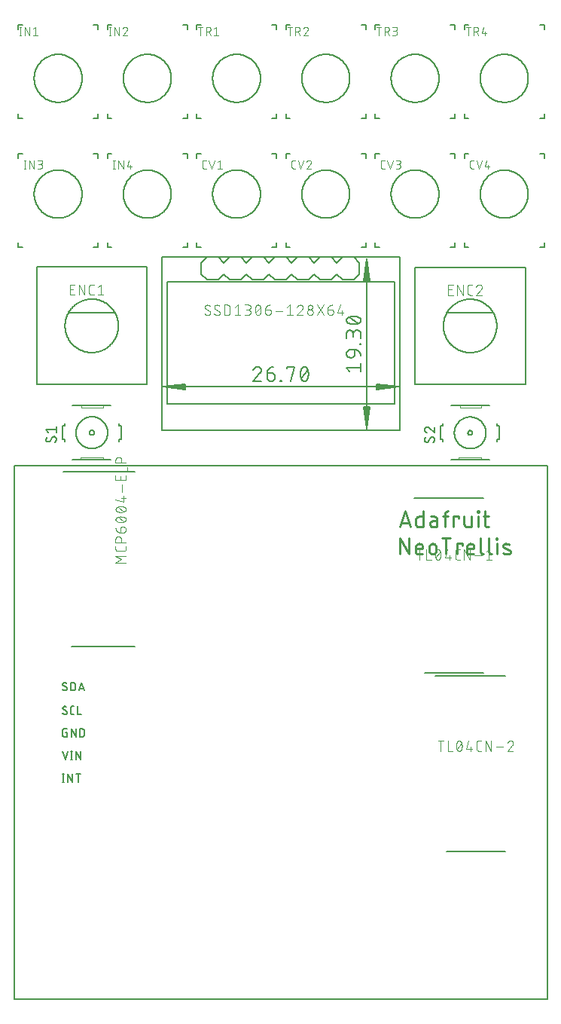
<source format=gbr>
G04 EAGLE Gerber RS-274X export*
G75*
%MOMM*%
%FSLAX34Y34*%
%LPD*%
%INSilkscreen Top*%
%IPPOS*%
%AMOC8*
5,1,8,0,0,1.08239X$1,22.5*%
G01*
%ADD10C,0.127000*%
%ADD11C,0.101600*%
%ADD12C,0.076200*%
%ADD13C,0.152400*%
%ADD14C,0.050800*%
%ADD15C,0.130000*%
%ADD16C,0.130000*%
%ADD17C,0.200000*%
%ADD18C,0.254000*%


D10*
X25350Y690920D02*
X149350Y690920D01*
X149350Y822920D01*
X25350Y822920D01*
X25350Y690920D01*
X61350Y771920D02*
X113350Y771920D01*
X57350Y756920D02*
X57359Y757656D01*
X57386Y758392D01*
X57431Y759127D01*
X57494Y759861D01*
X57576Y760592D01*
X57675Y761322D01*
X57792Y762049D01*
X57926Y762773D01*
X58079Y763493D01*
X58249Y764209D01*
X58437Y764921D01*
X58642Y765629D01*
X58864Y766330D01*
X59104Y767027D01*
X59360Y767717D01*
X59634Y768401D01*
X59924Y769077D01*
X60230Y769747D01*
X60553Y770408D01*
X60892Y771062D01*
X61247Y771707D01*
X61618Y772343D01*
X62004Y772970D01*
X62406Y773587D01*
X62822Y774194D01*
X63254Y774791D01*
X63700Y775377D01*
X64160Y775952D01*
X64634Y776515D01*
X65121Y777067D01*
X65623Y777606D01*
X66137Y778133D01*
X66664Y778647D01*
X67203Y779149D01*
X67755Y779636D01*
X68318Y780110D01*
X68893Y780570D01*
X69479Y781016D01*
X70076Y781448D01*
X70683Y781864D01*
X71300Y782266D01*
X71927Y782652D01*
X72563Y783023D01*
X73208Y783378D01*
X73862Y783717D01*
X74523Y784040D01*
X75193Y784346D01*
X75869Y784636D01*
X76553Y784910D01*
X77243Y785166D01*
X77940Y785406D01*
X78641Y785628D01*
X79349Y785833D01*
X80061Y786021D01*
X80777Y786191D01*
X81497Y786344D01*
X82221Y786478D01*
X82948Y786595D01*
X83678Y786694D01*
X84409Y786776D01*
X85143Y786839D01*
X85878Y786884D01*
X86614Y786911D01*
X87350Y786920D01*
X88086Y786911D01*
X88822Y786884D01*
X89557Y786839D01*
X90291Y786776D01*
X91022Y786694D01*
X91752Y786595D01*
X92479Y786478D01*
X93203Y786344D01*
X93923Y786191D01*
X94639Y786021D01*
X95351Y785833D01*
X96059Y785628D01*
X96760Y785406D01*
X97457Y785166D01*
X98147Y784910D01*
X98831Y784636D01*
X99507Y784346D01*
X100177Y784040D01*
X100838Y783717D01*
X101492Y783378D01*
X102137Y783023D01*
X102773Y782652D01*
X103400Y782266D01*
X104017Y781864D01*
X104624Y781448D01*
X105221Y781016D01*
X105807Y780570D01*
X106382Y780110D01*
X106945Y779636D01*
X107497Y779149D01*
X108036Y778647D01*
X108563Y778133D01*
X109077Y777606D01*
X109579Y777067D01*
X110066Y776515D01*
X110540Y775952D01*
X111000Y775377D01*
X111446Y774791D01*
X111878Y774194D01*
X112294Y773587D01*
X112696Y772970D01*
X113082Y772343D01*
X113453Y771707D01*
X113808Y771062D01*
X114147Y770408D01*
X114470Y769747D01*
X114776Y769077D01*
X115066Y768401D01*
X115340Y767717D01*
X115596Y767027D01*
X115836Y766330D01*
X116058Y765629D01*
X116263Y764921D01*
X116451Y764209D01*
X116621Y763493D01*
X116774Y762773D01*
X116908Y762049D01*
X117025Y761322D01*
X117124Y760592D01*
X117206Y759861D01*
X117269Y759127D01*
X117314Y758392D01*
X117341Y757656D01*
X117350Y756920D01*
X117341Y756184D01*
X117314Y755448D01*
X117269Y754713D01*
X117206Y753979D01*
X117124Y753248D01*
X117025Y752518D01*
X116908Y751791D01*
X116774Y751067D01*
X116621Y750347D01*
X116451Y749631D01*
X116263Y748919D01*
X116058Y748211D01*
X115836Y747510D01*
X115596Y746813D01*
X115340Y746123D01*
X115066Y745439D01*
X114776Y744763D01*
X114470Y744093D01*
X114147Y743432D01*
X113808Y742778D01*
X113453Y742133D01*
X113082Y741497D01*
X112696Y740870D01*
X112294Y740253D01*
X111878Y739646D01*
X111446Y739049D01*
X111000Y738463D01*
X110540Y737888D01*
X110066Y737325D01*
X109579Y736773D01*
X109077Y736234D01*
X108563Y735707D01*
X108036Y735193D01*
X107497Y734691D01*
X106945Y734204D01*
X106382Y733730D01*
X105807Y733270D01*
X105221Y732824D01*
X104624Y732392D01*
X104017Y731976D01*
X103400Y731574D01*
X102773Y731188D01*
X102137Y730817D01*
X101492Y730462D01*
X100838Y730123D01*
X100177Y729800D01*
X99507Y729494D01*
X98831Y729204D01*
X98147Y728930D01*
X97457Y728674D01*
X96760Y728434D01*
X96059Y728212D01*
X95351Y728007D01*
X94639Y727819D01*
X93923Y727649D01*
X93203Y727496D01*
X92479Y727362D01*
X91752Y727245D01*
X91022Y727146D01*
X90291Y727064D01*
X89557Y727001D01*
X88822Y726956D01*
X88086Y726929D01*
X87350Y726920D01*
X86614Y726929D01*
X85878Y726956D01*
X85143Y727001D01*
X84409Y727064D01*
X83678Y727146D01*
X82948Y727245D01*
X82221Y727362D01*
X81497Y727496D01*
X80777Y727649D01*
X80061Y727819D01*
X79349Y728007D01*
X78641Y728212D01*
X77940Y728434D01*
X77243Y728674D01*
X76553Y728930D01*
X75869Y729204D01*
X75193Y729494D01*
X74523Y729800D01*
X73862Y730123D01*
X73208Y730462D01*
X72563Y730817D01*
X71927Y731188D01*
X71300Y731574D01*
X70683Y731976D01*
X70076Y732392D01*
X69479Y732824D01*
X68893Y733270D01*
X68318Y733730D01*
X67755Y734204D01*
X67203Y734691D01*
X66664Y735193D01*
X66137Y735707D01*
X65623Y736234D01*
X65121Y736773D01*
X64634Y737325D01*
X64160Y737888D01*
X63700Y738463D01*
X63254Y739049D01*
X62822Y739646D01*
X62406Y740253D01*
X62004Y740870D01*
X61618Y741497D01*
X61247Y742133D01*
X60892Y742778D01*
X60553Y743432D01*
X60230Y744093D01*
X59924Y744763D01*
X59634Y745439D01*
X59360Y746123D01*
X59104Y746813D01*
X58864Y747510D01*
X58642Y748211D01*
X58437Y748919D01*
X58249Y749631D01*
X58079Y750347D01*
X57926Y751067D01*
X57792Y751791D01*
X57675Y752518D01*
X57576Y753248D01*
X57494Y753979D01*
X57431Y754713D01*
X57386Y755448D01*
X57359Y756184D01*
X57350Y756920D01*
D11*
X62858Y791628D02*
X68051Y791628D01*
X62858Y791628D02*
X62858Y803312D01*
X68051Y803312D01*
X66753Y798119D02*
X62858Y798119D01*
X72741Y803312D02*
X72741Y791628D01*
X79233Y791628D02*
X72741Y803312D01*
X79233Y803312D02*
X79233Y791628D01*
X87116Y791628D02*
X89712Y791628D01*
X87116Y791628D02*
X87017Y791630D01*
X86917Y791636D01*
X86818Y791645D01*
X86720Y791658D01*
X86622Y791675D01*
X86524Y791696D01*
X86428Y791721D01*
X86333Y791749D01*
X86239Y791781D01*
X86146Y791816D01*
X86054Y791855D01*
X85964Y791898D01*
X85876Y791943D01*
X85789Y791993D01*
X85705Y792045D01*
X85622Y792101D01*
X85542Y792159D01*
X85464Y792221D01*
X85389Y792286D01*
X85316Y792354D01*
X85246Y792424D01*
X85178Y792497D01*
X85113Y792572D01*
X85051Y792650D01*
X84993Y792730D01*
X84937Y792813D01*
X84885Y792897D01*
X84835Y792984D01*
X84790Y793072D01*
X84747Y793162D01*
X84708Y793254D01*
X84673Y793347D01*
X84641Y793441D01*
X84613Y793536D01*
X84588Y793632D01*
X84567Y793730D01*
X84550Y793828D01*
X84537Y793926D01*
X84528Y794025D01*
X84522Y794125D01*
X84520Y794224D01*
X84519Y794224D02*
X84519Y800716D01*
X84520Y800716D02*
X84522Y800815D01*
X84528Y800915D01*
X84537Y801014D01*
X84550Y801112D01*
X84567Y801210D01*
X84588Y801308D01*
X84613Y801404D01*
X84641Y801499D01*
X84673Y801593D01*
X84708Y801686D01*
X84747Y801778D01*
X84790Y801868D01*
X84835Y801956D01*
X84885Y802043D01*
X84937Y802127D01*
X84993Y802210D01*
X85051Y802290D01*
X85113Y802368D01*
X85178Y802443D01*
X85246Y802516D01*
X85316Y802586D01*
X85389Y802654D01*
X85464Y802719D01*
X85542Y802781D01*
X85622Y802839D01*
X85705Y802895D01*
X85789Y802947D01*
X85876Y802997D01*
X85964Y803042D01*
X86054Y803085D01*
X86146Y803124D01*
X86238Y803159D01*
X86333Y803191D01*
X86428Y803219D01*
X86524Y803244D01*
X86622Y803265D01*
X86720Y803282D01*
X86818Y803295D01*
X86917Y803304D01*
X87017Y803310D01*
X87116Y803312D01*
X89712Y803312D01*
X94077Y800716D02*
X97323Y803312D01*
X97323Y791628D01*
X100568Y791628D02*
X94077Y791628D01*
D10*
X524273Y905002D02*
X524281Y905662D01*
X524305Y906322D01*
X524346Y906981D01*
X524403Y907639D01*
X524475Y908296D01*
X524564Y908950D01*
X524669Y909602D01*
X524790Y910251D01*
X524927Y910897D01*
X525079Y911540D01*
X525248Y912178D01*
X525432Y912813D01*
X525631Y913442D01*
X525846Y914067D01*
X526076Y914686D01*
X526321Y915299D01*
X526581Y915906D01*
X526856Y916506D01*
X527146Y917100D01*
X527450Y917686D01*
X527769Y918264D01*
X528101Y918835D01*
X528448Y919397D01*
X528808Y919951D01*
X529181Y920495D01*
X529568Y921030D01*
X529968Y921556D01*
X530381Y922072D01*
X530806Y922577D01*
X531243Y923072D01*
X531693Y923555D01*
X532154Y924028D01*
X532627Y924489D01*
X533110Y924939D01*
X533605Y925376D01*
X534110Y925801D01*
X534626Y926214D01*
X535152Y926614D01*
X535687Y927001D01*
X536231Y927374D01*
X536785Y927734D01*
X537347Y928081D01*
X537918Y928413D01*
X538496Y928732D01*
X539082Y929036D01*
X539676Y929326D01*
X540276Y929601D01*
X540883Y929861D01*
X541496Y930106D01*
X542115Y930336D01*
X542740Y930551D01*
X543369Y930750D01*
X544004Y930934D01*
X544642Y931103D01*
X545285Y931255D01*
X545931Y931392D01*
X546580Y931513D01*
X547232Y931618D01*
X547886Y931707D01*
X548543Y931779D01*
X549201Y931836D01*
X549860Y931877D01*
X550520Y931901D01*
X551180Y931909D01*
X551840Y931901D01*
X552500Y931877D01*
X553159Y931836D01*
X553817Y931779D01*
X554474Y931707D01*
X555128Y931618D01*
X555780Y931513D01*
X556429Y931392D01*
X557075Y931255D01*
X557718Y931103D01*
X558356Y930934D01*
X558991Y930750D01*
X559620Y930551D01*
X560245Y930336D01*
X560864Y930106D01*
X561477Y929861D01*
X562084Y929601D01*
X562684Y929326D01*
X563278Y929036D01*
X563864Y928732D01*
X564442Y928413D01*
X565013Y928081D01*
X565575Y927734D01*
X566129Y927374D01*
X566673Y927001D01*
X567208Y926614D01*
X567734Y926214D01*
X568250Y925801D01*
X568755Y925376D01*
X569250Y924939D01*
X569733Y924489D01*
X570206Y924028D01*
X570667Y923555D01*
X571117Y923072D01*
X571554Y922577D01*
X571979Y922072D01*
X572392Y921556D01*
X572792Y921030D01*
X573179Y920495D01*
X573552Y919951D01*
X573912Y919397D01*
X574259Y918835D01*
X574591Y918264D01*
X574910Y917686D01*
X575214Y917100D01*
X575504Y916506D01*
X575779Y915906D01*
X576039Y915299D01*
X576284Y914686D01*
X576514Y914067D01*
X576729Y913442D01*
X576928Y912813D01*
X577112Y912178D01*
X577281Y911540D01*
X577433Y910897D01*
X577570Y910251D01*
X577691Y909602D01*
X577796Y908950D01*
X577885Y908296D01*
X577957Y907639D01*
X578014Y906981D01*
X578055Y906322D01*
X578079Y905662D01*
X578087Y905002D01*
X578079Y904342D01*
X578055Y903682D01*
X578014Y903023D01*
X577957Y902365D01*
X577885Y901708D01*
X577796Y901054D01*
X577691Y900402D01*
X577570Y899753D01*
X577433Y899107D01*
X577281Y898464D01*
X577112Y897826D01*
X576928Y897191D01*
X576729Y896562D01*
X576514Y895937D01*
X576284Y895318D01*
X576039Y894705D01*
X575779Y894098D01*
X575504Y893498D01*
X575214Y892904D01*
X574910Y892318D01*
X574591Y891740D01*
X574259Y891169D01*
X573912Y890607D01*
X573552Y890053D01*
X573179Y889509D01*
X572792Y888974D01*
X572392Y888448D01*
X571979Y887932D01*
X571554Y887427D01*
X571117Y886932D01*
X570667Y886449D01*
X570206Y885976D01*
X569733Y885515D01*
X569250Y885065D01*
X568755Y884628D01*
X568250Y884203D01*
X567734Y883790D01*
X567208Y883390D01*
X566673Y883003D01*
X566129Y882630D01*
X565575Y882270D01*
X565013Y881923D01*
X564442Y881591D01*
X563864Y881272D01*
X563278Y880968D01*
X562684Y880678D01*
X562084Y880403D01*
X561477Y880143D01*
X560864Y879898D01*
X560245Y879668D01*
X559620Y879453D01*
X558991Y879254D01*
X558356Y879070D01*
X557718Y878901D01*
X557075Y878749D01*
X556429Y878612D01*
X555780Y878491D01*
X555128Y878386D01*
X554474Y878297D01*
X553817Y878225D01*
X553159Y878168D01*
X552500Y878127D01*
X551840Y878103D01*
X551180Y878095D01*
X550520Y878103D01*
X549860Y878127D01*
X549201Y878168D01*
X548543Y878225D01*
X547886Y878297D01*
X547232Y878386D01*
X546580Y878491D01*
X545931Y878612D01*
X545285Y878749D01*
X544642Y878901D01*
X544004Y879070D01*
X543369Y879254D01*
X542740Y879453D01*
X542115Y879668D01*
X541496Y879898D01*
X540883Y880143D01*
X540276Y880403D01*
X539676Y880678D01*
X539082Y880968D01*
X538496Y881272D01*
X537918Y881591D01*
X537347Y881923D01*
X536785Y882270D01*
X536231Y882630D01*
X535687Y883003D01*
X535152Y883390D01*
X534626Y883790D01*
X534110Y884203D01*
X533605Y884628D01*
X533110Y885065D01*
X532627Y885515D01*
X532154Y885976D01*
X531693Y886449D01*
X531243Y886932D01*
X530806Y887427D01*
X530381Y887932D01*
X529968Y888448D01*
X529568Y888974D01*
X529181Y889509D01*
X528808Y890053D01*
X528448Y890607D01*
X528101Y891169D01*
X527769Y891740D01*
X527450Y892318D01*
X527146Y892904D01*
X526856Y893498D01*
X526581Y894098D01*
X526321Y894705D01*
X526076Y895318D01*
X525846Y895937D01*
X525631Y896562D01*
X525432Y897191D01*
X525248Y897826D01*
X525079Y898464D01*
X524927Y899107D01*
X524790Y899753D01*
X524669Y900402D01*
X524564Y901054D01*
X524475Y901708D01*
X524403Y902365D01*
X524346Y903023D01*
X524305Y903682D01*
X524281Y904342D01*
X524273Y905002D01*
X596180Y850002D02*
X596180Y845002D01*
X591180Y845002D01*
X511180Y845002D02*
X506180Y845002D01*
X506180Y850002D01*
X506180Y945002D02*
X506180Y950002D01*
X511180Y950002D01*
X596180Y950002D02*
X596180Y945002D01*
X596180Y950002D02*
X591180Y950002D01*
D12*
X516876Y933577D02*
X514787Y933577D01*
X514698Y933579D01*
X514610Y933585D01*
X514522Y933594D01*
X514434Y933607D01*
X514347Y933624D01*
X514261Y933644D01*
X514176Y933669D01*
X514091Y933696D01*
X514008Y933728D01*
X513927Y933762D01*
X513847Y933801D01*
X513769Y933842D01*
X513692Y933887D01*
X513618Y933935D01*
X513545Y933986D01*
X513475Y934040D01*
X513408Y934098D01*
X513342Y934158D01*
X513280Y934220D01*
X513220Y934286D01*
X513162Y934353D01*
X513108Y934423D01*
X513057Y934496D01*
X513009Y934570D01*
X512964Y934647D01*
X512923Y934725D01*
X512884Y934805D01*
X512850Y934886D01*
X512818Y934969D01*
X512791Y935054D01*
X512766Y935139D01*
X512746Y935225D01*
X512729Y935312D01*
X512716Y935400D01*
X512707Y935488D01*
X512701Y935576D01*
X512699Y935665D01*
X512699Y940887D01*
X512701Y940978D01*
X512707Y941069D01*
X512717Y941160D01*
X512731Y941250D01*
X512748Y941339D01*
X512770Y941427D01*
X512796Y941515D01*
X512825Y941601D01*
X512858Y941686D01*
X512895Y941769D01*
X512935Y941851D01*
X512979Y941931D01*
X513026Y942009D01*
X513077Y942085D01*
X513130Y942158D01*
X513187Y942229D01*
X513248Y942298D01*
X513311Y942363D01*
X513376Y942426D01*
X513445Y942486D01*
X513516Y942544D01*
X513589Y942597D01*
X513665Y942648D01*
X513743Y942695D01*
X513823Y942739D01*
X513905Y942779D01*
X513988Y942816D01*
X514073Y942849D01*
X514159Y942878D01*
X514247Y942904D01*
X514335Y942926D01*
X514424Y942943D01*
X514514Y942957D01*
X514605Y942967D01*
X514696Y942973D01*
X514787Y942975D01*
X516876Y942975D01*
X519823Y942975D02*
X522955Y933577D01*
X526088Y942975D01*
X531577Y942975D02*
X529489Y935665D01*
X534710Y935665D01*
X533143Y933577D02*
X533143Y937754D01*
D10*
X223283Y1035050D02*
X223291Y1035710D01*
X223315Y1036370D01*
X223356Y1037029D01*
X223413Y1037687D01*
X223485Y1038344D01*
X223574Y1038998D01*
X223679Y1039650D01*
X223800Y1040299D01*
X223937Y1040945D01*
X224089Y1041588D01*
X224258Y1042226D01*
X224442Y1042861D01*
X224641Y1043490D01*
X224856Y1044115D01*
X225086Y1044734D01*
X225331Y1045347D01*
X225591Y1045954D01*
X225866Y1046554D01*
X226156Y1047148D01*
X226460Y1047734D01*
X226779Y1048312D01*
X227111Y1048883D01*
X227458Y1049445D01*
X227818Y1049999D01*
X228191Y1050543D01*
X228578Y1051078D01*
X228978Y1051604D01*
X229391Y1052120D01*
X229816Y1052625D01*
X230253Y1053120D01*
X230703Y1053603D01*
X231164Y1054076D01*
X231637Y1054537D01*
X232120Y1054987D01*
X232615Y1055424D01*
X233120Y1055849D01*
X233636Y1056262D01*
X234162Y1056662D01*
X234697Y1057049D01*
X235241Y1057422D01*
X235795Y1057782D01*
X236357Y1058129D01*
X236928Y1058461D01*
X237506Y1058780D01*
X238092Y1059084D01*
X238686Y1059374D01*
X239286Y1059649D01*
X239893Y1059909D01*
X240506Y1060154D01*
X241125Y1060384D01*
X241750Y1060599D01*
X242379Y1060798D01*
X243014Y1060982D01*
X243652Y1061151D01*
X244295Y1061303D01*
X244941Y1061440D01*
X245590Y1061561D01*
X246242Y1061666D01*
X246896Y1061755D01*
X247553Y1061827D01*
X248211Y1061884D01*
X248870Y1061925D01*
X249530Y1061949D01*
X250190Y1061957D01*
X250850Y1061949D01*
X251510Y1061925D01*
X252169Y1061884D01*
X252827Y1061827D01*
X253484Y1061755D01*
X254138Y1061666D01*
X254790Y1061561D01*
X255439Y1061440D01*
X256085Y1061303D01*
X256728Y1061151D01*
X257366Y1060982D01*
X258001Y1060798D01*
X258630Y1060599D01*
X259255Y1060384D01*
X259874Y1060154D01*
X260487Y1059909D01*
X261094Y1059649D01*
X261694Y1059374D01*
X262288Y1059084D01*
X262874Y1058780D01*
X263452Y1058461D01*
X264023Y1058129D01*
X264585Y1057782D01*
X265139Y1057422D01*
X265683Y1057049D01*
X266218Y1056662D01*
X266744Y1056262D01*
X267260Y1055849D01*
X267765Y1055424D01*
X268260Y1054987D01*
X268743Y1054537D01*
X269216Y1054076D01*
X269677Y1053603D01*
X270127Y1053120D01*
X270564Y1052625D01*
X270989Y1052120D01*
X271402Y1051604D01*
X271802Y1051078D01*
X272189Y1050543D01*
X272562Y1049999D01*
X272922Y1049445D01*
X273269Y1048883D01*
X273601Y1048312D01*
X273920Y1047734D01*
X274224Y1047148D01*
X274514Y1046554D01*
X274789Y1045954D01*
X275049Y1045347D01*
X275294Y1044734D01*
X275524Y1044115D01*
X275739Y1043490D01*
X275938Y1042861D01*
X276122Y1042226D01*
X276291Y1041588D01*
X276443Y1040945D01*
X276580Y1040299D01*
X276701Y1039650D01*
X276806Y1038998D01*
X276895Y1038344D01*
X276967Y1037687D01*
X277024Y1037029D01*
X277065Y1036370D01*
X277089Y1035710D01*
X277097Y1035050D01*
X277089Y1034390D01*
X277065Y1033730D01*
X277024Y1033071D01*
X276967Y1032413D01*
X276895Y1031756D01*
X276806Y1031102D01*
X276701Y1030450D01*
X276580Y1029801D01*
X276443Y1029155D01*
X276291Y1028512D01*
X276122Y1027874D01*
X275938Y1027239D01*
X275739Y1026610D01*
X275524Y1025985D01*
X275294Y1025366D01*
X275049Y1024753D01*
X274789Y1024146D01*
X274514Y1023546D01*
X274224Y1022952D01*
X273920Y1022366D01*
X273601Y1021788D01*
X273269Y1021217D01*
X272922Y1020655D01*
X272562Y1020101D01*
X272189Y1019557D01*
X271802Y1019022D01*
X271402Y1018496D01*
X270989Y1017980D01*
X270564Y1017475D01*
X270127Y1016980D01*
X269677Y1016497D01*
X269216Y1016024D01*
X268743Y1015563D01*
X268260Y1015113D01*
X267765Y1014676D01*
X267260Y1014251D01*
X266744Y1013838D01*
X266218Y1013438D01*
X265683Y1013051D01*
X265139Y1012678D01*
X264585Y1012318D01*
X264023Y1011971D01*
X263452Y1011639D01*
X262874Y1011320D01*
X262288Y1011016D01*
X261694Y1010726D01*
X261094Y1010451D01*
X260487Y1010191D01*
X259874Y1009946D01*
X259255Y1009716D01*
X258630Y1009501D01*
X258001Y1009302D01*
X257366Y1009118D01*
X256728Y1008949D01*
X256085Y1008797D01*
X255439Y1008660D01*
X254790Y1008539D01*
X254138Y1008434D01*
X253484Y1008345D01*
X252827Y1008273D01*
X252169Y1008216D01*
X251510Y1008175D01*
X250850Y1008151D01*
X250190Y1008143D01*
X249530Y1008151D01*
X248870Y1008175D01*
X248211Y1008216D01*
X247553Y1008273D01*
X246896Y1008345D01*
X246242Y1008434D01*
X245590Y1008539D01*
X244941Y1008660D01*
X244295Y1008797D01*
X243652Y1008949D01*
X243014Y1009118D01*
X242379Y1009302D01*
X241750Y1009501D01*
X241125Y1009716D01*
X240506Y1009946D01*
X239893Y1010191D01*
X239286Y1010451D01*
X238686Y1010726D01*
X238092Y1011016D01*
X237506Y1011320D01*
X236928Y1011639D01*
X236357Y1011971D01*
X235795Y1012318D01*
X235241Y1012678D01*
X234697Y1013051D01*
X234162Y1013438D01*
X233636Y1013838D01*
X233120Y1014251D01*
X232615Y1014676D01*
X232120Y1015113D01*
X231637Y1015563D01*
X231164Y1016024D01*
X230703Y1016497D01*
X230253Y1016980D01*
X229816Y1017475D01*
X229391Y1017980D01*
X228978Y1018496D01*
X228578Y1019022D01*
X228191Y1019557D01*
X227818Y1020101D01*
X227458Y1020655D01*
X227111Y1021217D01*
X226779Y1021788D01*
X226460Y1022366D01*
X226156Y1022952D01*
X225866Y1023546D01*
X225591Y1024146D01*
X225331Y1024753D01*
X225086Y1025366D01*
X224856Y1025985D01*
X224641Y1026610D01*
X224442Y1027239D01*
X224258Y1027874D01*
X224089Y1028512D01*
X223937Y1029155D01*
X223800Y1029801D01*
X223679Y1030450D01*
X223574Y1031102D01*
X223485Y1031756D01*
X223413Y1032413D01*
X223356Y1033071D01*
X223315Y1033730D01*
X223291Y1034390D01*
X223283Y1035050D01*
X205190Y1090050D02*
X205190Y1095050D01*
X210190Y1095050D01*
X290190Y1095050D02*
X295190Y1095050D01*
X295190Y1090050D01*
X295190Y995050D02*
X295190Y990050D01*
X290190Y990050D01*
X205190Y990050D02*
X205190Y995050D01*
X205190Y990050D02*
X210190Y990050D01*
D12*
X209494Y1083437D02*
X209494Y1092835D01*
X212104Y1092835D02*
X206883Y1092835D01*
X215779Y1092835D02*
X215779Y1083437D01*
X215779Y1092835D02*
X218390Y1092835D01*
X218491Y1092833D01*
X218592Y1092827D01*
X218693Y1092817D01*
X218793Y1092804D01*
X218893Y1092786D01*
X218992Y1092765D01*
X219090Y1092739D01*
X219187Y1092710D01*
X219283Y1092678D01*
X219377Y1092641D01*
X219470Y1092601D01*
X219562Y1092557D01*
X219651Y1092510D01*
X219739Y1092459D01*
X219825Y1092405D01*
X219908Y1092348D01*
X219990Y1092288D01*
X220068Y1092224D01*
X220145Y1092158D01*
X220218Y1092088D01*
X220289Y1092016D01*
X220357Y1091941D01*
X220422Y1091863D01*
X220484Y1091783D01*
X220543Y1091701D01*
X220599Y1091616D01*
X220651Y1091530D01*
X220700Y1091441D01*
X220746Y1091350D01*
X220787Y1091258D01*
X220826Y1091164D01*
X220860Y1091069D01*
X220891Y1090973D01*
X220918Y1090875D01*
X220942Y1090777D01*
X220961Y1090677D01*
X220977Y1090577D01*
X220989Y1090477D01*
X220997Y1090376D01*
X221001Y1090275D01*
X221001Y1090173D01*
X220997Y1090072D01*
X220989Y1089971D01*
X220977Y1089871D01*
X220961Y1089771D01*
X220942Y1089671D01*
X220918Y1089573D01*
X220891Y1089475D01*
X220860Y1089379D01*
X220826Y1089284D01*
X220787Y1089190D01*
X220746Y1089098D01*
X220700Y1089007D01*
X220651Y1088919D01*
X220599Y1088832D01*
X220543Y1088747D01*
X220484Y1088665D01*
X220422Y1088585D01*
X220357Y1088507D01*
X220289Y1088432D01*
X220218Y1088360D01*
X220145Y1088290D01*
X220068Y1088224D01*
X219990Y1088160D01*
X219908Y1088100D01*
X219825Y1088043D01*
X219739Y1087989D01*
X219651Y1087938D01*
X219562Y1087891D01*
X219470Y1087847D01*
X219377Y1087807D01*
X219283Y1087770D01*
X219187Y1087738D01*
X219090Y1087709D01*
X218992Y1087683D01*
X218893Y1087662D01*
X218793Y1087644D01*
X218693Y1087631D01*
X218592Y1087621D01*
X218491Y1087615D01*
X218390Y1087613D01*
X218390Y1087614D02*
X215779Y1087614D01*
X218912Y1087614D02*
X221000Y1083437D01*
X224866Y1090747D02*
X227477Y1092835D01*
X227477Y1083437D01*
X230087Y1083437D02*
X224866Y1083437D01*
D10*
X122953Y1035050D02*
X122961Y1035710D01*
X122985Y1036370D01*
X123026Y1037029D01*
X123083Y1037687D01*
X123155Y1038344D01*
X123244Y1038998D01*
X123349Y1039650D01*
X123470Y1040299D01*
X123607Y1040945D01*
X123759Y1041588D01*
X123928Y1042226D01*
X124112Y1042861D01*
X124311Y1043490D01*
X124526Y1044115D01*
X124756Y1044734D01*
X125001Y1045347D01*
X125261Y1045954D01*
X125536Y1046554D01*
X125826Y1047148D01*
X126130Y1047734D01*
X126449Y1048312D01*
X126781Y1048883D01*
X127128Y1049445D01*
X127488Y1049999D01*
X127861Y1050543D01*
X128248Y1051078D01*
X128648Y1051604D01*
X129061Y1052120D01*
X129486Y1052625D01*
X129923Y1053120D01*
X130373Y1053603D01*
X130834Y1054076D01*
X131307Y1054537D01*
X131790Y1054987D01*
X132285Y1055424D01*
X132790Y1055849D01*
X133306Y1056262D01*
X133832Y1056662D01*
X134367Y1057049D01*
X134911Y1057422D01*
X135465Y1057782D01*
X136027Y1058129D01*
X136598Y1058461D01*
X137176Y1058780D01*
X137762Y1059084D01*
X138356Y1059374D01*
X138956Y1059649D01*
X139563Y1059909D01*
X140176Y1060154D01*
X140795Y1060384D01*
X141420Y1060599D01*
X142049Y1060798D01*
X142684Y1060982D01*
X143322Y1061151D01*
X143965Y1061303D01*
X144611Y1061440D01*
X145260Y1061561D01*
X145912Y1061666D01*
X146566Y1061755D01*
X147223Y1061827D01*
X147881Y1061884D01*
X148540Y1061925D01*
X149200Y1061949D01*
X149860Y1061957D01*
X150520Y1061949D01*
X151180Y1061925D01*
X151839Y1061884D01*
X152497Y1061827D01*
X153154Y1061755D01*
X153808Y1061666D01*
X154460Y1061561D01*
X155109Y1061440D01*
X155755Y1061303D01*
X156398Y1061151D01*
X157036Y1060982D01*
X157671Y1060798D01*
X158300Y1060599D01*
X158925Y1060384D01*
X159544Y1060154D01*
X160157Y1059909D01*
X160764Y1059649D01*
X161364Y1059374D01*
X161958Y1059084D01*
X162544Y1058780D01*
X163122Y1058461D01*
X163693Y1058129D01*
X164255Y1057782D01*
X164809Y1057422D01*
X165353Y1057049D01*
X165888Y1056662D01*
X166414Y1056262D01*
X166930Y1055849D01*
X167435Y1055424D01*
X167930Y1054987D01*
X168413Y1054537D01*
X168886Y1054076D01*
X169347Y1053603D01*
X169797Y1053120D01*
X170234Y1052625D01*
X170659Y1052120D01*
X171072Y1051604D01*
X171472Y1051078D01*
X171859Y1050543D01*
X172232Y1049999D01*
X172592Y1049445D01*
X172939Y1048883D01*
X173271Y1048312D01*
X173590Y1047734D01*
X173894Y1047148D01*
X174184Y1046554D01*
X174459Y1045954D01*
X174719Y1045347D01*
X174964Y1044734D01*
X175194Y1044115D01*
X175409Y1043490D01*
X175608Y1042861D01*
X175792Y1042226D01*
X175961Y1041588D01*
X176113Y1040945D01*
X176250Y1040299D01*
X176371Y1039650D01*
X176476Y1038998D01*
X176565Y1038344D01*
X176637Y1037687D01*
X176694Y1037029D01*
X176735Y1036370D01*
X176759Y1035710D01*
X176767Y1035050D01*
X176759Y1034390D01*
X176735Y1033730D01*
X176694Y1033071D01*
X176637Y1032413D01*
X176565Y1031756D01*
X176476Y1031102D01*
X176371Y1030450D01*
X176250Y1029801D01*
X176113Y1029155D01*
X175961Y1028512D01*
X175792Y1027874D01*
X175608Y1027239D01*
X175409Y1026610D01*
X175194Y1025985D01*
X174964Y1025366D01*
X174719Y1024753D01*
X174459Y1024146D01*
X174184Y1023546D01*
X173894Y1022952D01*
X173590Y1022366D01*
X173271Y1021788D01*
X172939Y1021217D01*
X172592Y1020655D01*
X172232Y1020101D01*
X171859Y1019557D01*
X171472Y1019022D01*
X171072Y1018496D01*
X170659Y1017980D01*
X170234Y1017475D01*
X169797Y1016980D01*
X169347Y1016497D01*
X168886Y1016024D01*
X168413Y1015563D01*
X167930Y1015113D01*
X167435Y1014676D01*
X166930Y1014251D01*
X166414Y1013838D01*
X165888Y1013438D01*
X165353Y1013051D01*
X164809Y1012678D01*
X164255Y1012318D01*
X163693Y1011971D01*
X163122Y1011639D01*
X162544Y1011320D01*
X161958Y1011016D01*
X161364Y1010726D01*
X160764Y1010451D01*
X160157Y1010191D01*
X159544Y1009946D01*
X158925Y1009716D01*
X158300Y1009501D01*
X157671Y1009302D01*
X157036Y1009118D01*
X156398Y1008949D01*
X155755Y1008797D01*
X155109Y1008660D01*
X154460Y1008539D01*
X153808Y1008434D01*
X153154Y1008345D01*
X152497Y1008273D01*
X151839Y1008216D01*
X151180Y1008175D01*
X150520Y1008151D01*
X149860Y1008143D01*
X149200Y1008151D01*
X148540Y1008175D01*
X147881Y1008216D01*
X147223Y1008273D01*
X146566Y1008345D01*
X145912Y1008434D01*
X145260Y1008539D01*
X144611Y1008660D01*
X143965Y1008797D01*
X143322Y1008949D01*
X142684Y1009118D01*
X142049Y1009302D01*
X141420Y1009501D01*
X140795Y1009716D01*
X140176Y1009946D01*
X139563Y1010191D01*
X138956Y1010451D01*
X138356Y1010726D01*
X137762Y1011016D01*
X137176Y1011320D01*
X136598Y1011639D01*
X136027Y1011971D01*
X135465Y1012318D01*
X134911Y1012678D01*
X134367Y1013051D01*
X133832Y1013438D01*
X133306Y1013838D01*
X132790Y1014251D01*
X132285Y1014676D01*
X131790Y1015113D01*
X131307Y1015563D01*
X130834Y1016024D01*
X130373Y1016497D01*
X129923Y1016980D01*
X129486Y1017475D01*
X129061Y1017980D01*
X128648Y1018496D01*
X128248Y1019022D01*
X127861Y1019557D01*
X127488Y1020101D01*
X127128Y1020655D01*
X126781Y1021217D01*
X126449Y1021788D01*
X126130Y1022366D01*
X125826Y1022952D01*
X125536Y1023546D01*
X125261Y1024146D01*
X125001Y1024753D01*
X124756Y1025366D01*
X124526Y1025985D01*
X124311Y1026610D01*
X124112Y1027239D01*
X123928Y1027874D01*
X123759Y1028512D01*
X123607Y1029155D01*
X123470Y1029801D01*
X123349Y1030450D01*
X123244Y1031102D01*
X123155Y1031756D01*
X123083Y1032413D01*
X123026Y1033071D01*
X122985Y1033730D01*
X122961Y1034390D01*
X122953Y1035050D01*
X104860Y1090050D02*
X104860Y1095050D01*
X109860Y1095050D01*
X189860Y1095050D02*
X194860Y1095050D01*
X194860Y1090050D01*
X194860Y995050D02*
X194860Y990050D01*
X189860Y990050D01*
X104860Y990050D02*
X104860Y995050D01*
X104860Y990050D02*
X109860Y990050D01*
D12*
X107597Y1083437D02*
X107597Y1092835D01*
X106553Y1083437D02*
X108641Y1083437D01*
X108641Y1092835D02*
X106553Y1092835D01*
X112607Y1092835D02*
X112607Y1083437D01*
X117828Y1083437D02*
X112607Y1092835D01*
X117828Y1092835D02*
X117828Y1083437D01*
X124927Y1092836D02*
X125022Y1092834D01*
X125116Y1092828D01*
X125210Y1092819D01*
X125304Y1092806D01*
X125397Y1092789D01*
X125489Y1092768D01*
X125581Y1092743D01*
X125671Y1092715D01*
X125760Y1092683D01*
X125848Y1092648D01*
X125934Y1092609D01*
X126019Y1092567D01*
X126102Y1092521D01*
X126183Y1092472D01*
X126262Y1092420D01*
X126339Y1092365D01*
X126413Y1092306D01*
X126485Y1092245D01*
X126555Y1092181D01*
X126622Y1092114D01*
X126686Y1092044D01*
X126747Y1091972D01*
X126806Y1091898D01*
X126861Y1091821D01*
X126913Y1091742D01*
X126962Y1091661D01*
X127008Y1091578D01*
X127050Y1091493D01*
X127089Y1091407D01*
X127124Y1091319D01*
X127156Y1091230D01*
X127184Y1091140D01*
X127209Y1091048D01*
X127230Y1090956D01*
X127247Y1090863D01*
X127260Y1090769D01*
X127269Y1090675D01*
X127275Y1090581D01*
X127277Y1090486D01*
X124927Y1092835D02*
X124819Y1092833D01*
X124710Y1092827D01*
X124602Y1092817D01*
X124495Y1092804D01*
X124388Y1092786D01*
X124281Y1092765D01*
X124176Y1092740D01*
X124071Y1092711D01*
X123968Y1092679D01*
X123866Y1092642D01*
X123765Y1092602D01*
X123666Y1092559D01*
X123568Y1092512D01*
X123472Y1092461D01*
X123378Y1092407D01*
X123286Y1092350D01*
X123196Y1092289D01*
X123108Y1092225D01*
X123023Y1092159D01*
X122940Y1092089D01*
X122860Y1092016D01*
X122782Y1091940D01*
X122707Y1091862D01*
X122635Y1091781D01*
X122566Y1091697D01*
X122500Y1091611D01*
X122437Y1091523D01*
X122378Y1091432D01*
X122321Y1091340D01*
X122268Y1091245D01*
X122219Y1091149D01*
X122173Y1091050D01*
X122130Y1090951D01*
X122091Y1090849D01*
X122056Y1090747D01*
X126494Y1088658D02*
X126563Y1088727D01*
X126629Y1088798D01*
X126693Y1088871D01*
X126754Y1088947D01*
X126812Y1089026D01*
X126866Y1089106D01*
X126918Y1089189D01*
X126966Y1089273D01*
X127012Y1089359D01*
X127053Y1089447D01*
X127092Y1089537D01*
X127127Y1089628D01*
X127158Y1089720D01*
X127186Y1089813D01*
X127210Y1089907D01*
X127230Y1090002D01*
X127247Y1090098D01*
X127260Y1090195D01*
X127269Y1090292D01*
X127275Y1090389D01*
X127277Y1090486D01*
X126493Y1088658D02*
X122055Y1083437D01*
X127277Y1083437D01*
D10*
X22623Y1035050D02*
X22631Y1035710D01*
X22655Y1036370D01*
X22696Y1037029D01*
X22753Y1037687D01*
X22825Y1038344D01*
X22914Y1038998D01*
X23019Y1039650D01*
X23140Y1040299D01*
X23277Y1040945D01*
X23429Y1041588D01*
X23598Y1042226D01*
X23782Y1042861D01*
X23981Y1043490D01*
X24196Y1044115D01*
X24426Y1044734D01*
X24671Y1045347D01*
X24931Y1045954D01*
X25206Y1046554D01*
X25496Y1047148D01*
X25800Y1047734D01*
X26119Y1048312D01*
X26451Y1048883D01*
X26798Y1049445D01*
X27158Y1049999D01*
X27531Y1050543D01*
X27918Y1051078D01*
X28318Y1051604D01*
X28731Y1052120D01*
X29156Y1052625D01*
X29593Y1053120D01*
X30043Y1053603D01*
X30504Y1054076D01*
X30977Y1054537D01*
X31460Y1054987D01*
X31955Y1055424D01*
X32460Y1055849D01*
X32976Y1056262D01*
X33502Y1056662D01*
X34037Y1057049D01*
X34581Y1057422D01*
X35135Y1057782D01*
X35697Y1058129D01*
X36268Y1058461D01*
X36846Y1058780D01*
X37432Y1059084D01*
X38026Y1059374D01*
X38626Y1059649D01*
X39233Y1059909D01*
X39846Y1060154D01*
X40465Y1060384D01*
X41090Y1060599D01*
X41719Y1060798D01*
X42354Y1060982D01*
X42992Y1061151D01*
X43635Y1061303D01*
X44281Y1061440D01*
X44930Y1061561D01*
X45582Y1061666D01*
X46236Y1061755D01*
X46893Y1061827D01*
X47551Y1061884D01*
X48210Y1061925D01*
X48870Y1061949D01*
X49530Y1061957D01*
X50190Y1061949D01*
X50850Y1061925D01*
X51509Y1061884D01*
X52167Y1061827D01*
X52824Y1061755D01*
X53478Y1061666D01*
X54130Y1061561D01*
X54779Y1061440D01*
X55425Y1061303D01*
X56068Y1061151D01*
X56706Y1060982D01*
X57341Y1060798D01*
X57970Y1060599D01*
X58595Y1060384D01*
X59214Y1060154D01*
X59827Y1059909D01*
X60434Y1059649D01*
X61034Y1059374D01*
X61628Y1059084D01*
X62214Y1058780D01*
X62792Y1058461D01*
X63363Y1058129D01*
X63925Y1057782D01*
X64479Y1057422D01*
X65023Y1057049D01*
X65558Y1056662D01*
X66084Y1056262D01*
X66600Y1055849D01*
X67105Y1055424D01*
X67600Y1054987D01*
X68083Y1054537D01*
X68556Y1054076D01*
X69017Y1053603D01*
X69467Y1053120D01*
X69904Y1052625D01*
X70329Y1052120D01*
X70742Y1051604D01*
X71142Y1051078D01*
X71529Y1050543D01*
X71902Y1049999D01*
X72262Y1049445D01*
X72609Y1048883D01*
X72941Y1048312D01*
X73260Y1047734D01*
X73564Y1047148D01*
X73854Y1046554D01*
X74129Y1045954D01*
X74389Y1045347D01*
X74634Y1044734D01*
X74864Y1044115D01*
X75079Y1043490D01*
X75278Y1042861D01*
X75462Y1042226D01*
X75631Y1041588D01*
X75783Y1040945D01*
X75920Y1040299D01*
X76041Y1039650D01*
X76146Y1038998D01*
X76235Y1038344D01*
X76307Y1037687D01*
X76364Y1037029D01*
X76405Y1036370D01*
X76429Y1035710D01*
X76437Y1035050D01*
X76429Y1034390D01*
X76405Y1033730D01*
X76364Y1033071D01*
X76307Y1032413D01*
X76235Y1031756D01*
X76146Y1031102D01*
X76041Y1030450D01*
X75920Y1029801D01*
X75783Y1029155D01*
X75631Y1028512D01*
X75462Y1027874D01*
X75278Y1027239D01*
X75079Y1026610D01*
X74864Y1025985D01*
X74634Y1025366D01*
X74389Y1024753D01*
X74129Y1024146D01*
X73854Y1023546D01*
X73564Y1022952D01*
X73260Y1022366D01*
X72941Y1021788D01*
X72609Y1021217D01*
X72262Y1020655D01*
X71902Y1020101D01*
X71529Y1019557D01*
X71142Y1019022D01*
X70742Y1018496D01*
X70329Y1017980D01*
X69904Y1017475D01*
X69467Y1016980D01*
X69017Y1016497D01*
X68556Y1016024D01*
X68083Y1015563D01*
X67600Y1015113D01*
X67105Y1014676D01*
X66600Y1014251D01*
X66084Y1013838D01*
X65558Y1013438D01*
X65023Y1013051D01*
X64479Y1012678D01*
X63925Y1012318D01*
X63363Y1011971D01*
X62792Y1011639D01*
X62214Y1011320D01*
X61628Y1011016D01*
X61034Y1010726D01*
X60434Y1010451D01*
X59827Y1010191D01*
X59214Y1009946D01*
X58595Y1009716D01*
X57970Y1009501D01*
X57341Y1009302D01*
X56706Y1009118D01*
X56068Y1008949D01*
X55425Y1008797D01*
X54779Y1008660D01*
X54130Y1008539D01*
X53478Y1008434D01*
X52824Y1008345D01*
X52167Y1008273D01*
X51509Y1008216D01*
X50850Y1008175D01*
X50190Y1008151D01*
X49530Y1008143D01*
X48870Y1008151D01*
X48210Y1008175D01*
X47551Y1008216D01*
X46893Y1008273D01*
X46236Y1008345D01*
X45582Y1008434D01*
X44930Y1008539D01*
X44281Y1008660D01*
X43635Y1008797D01*
X42992Y1008949D01*
X42354Y1009118D01*
X41719Y1009302D01*
X41090Y1009501D01*
X40465Y1009716D01*
X39846Y1009946D01*
X39233Y1010191D01*
X38626Y1010451D01*
X38026Y1010726D01*
X37432Y1011016D01*
X36846Y1011320D01*
X36268Y1011639D01*
X35697Y1011971D01*
X35135Y1012318D01*
X34581Y1012678D01*
X34037Y1013051D01*
X33502Y1013438D01*
X32976Y1013838D01*
X32460Y1014251D01*
X31955Y1014676D01*
X31460Y1015113D01*
X30977Y1015563D01*
X30504Y1016024D01*
X30043Y1016497D01*
X29593Y1016980D01*
X29156Y1017475D01*
X28731Y1017980D01*
X28318Y1018496D01*
X27918Y1019022D01*
X27531Y1019557D01*
X27158Y1020101D01*
X26798Y1020655D01*
X26451Y1021217D01*
X26119Y1021788D01*
X25800Y1022366D01*
X25496Y1022952D01*
X25206Y1023546D01*
X24931Y1024146D01*
X24671Y1024753D01*
X24426Y1025366D01*
X24196Y1025985D01*
X23981Y1026610D01*
X23782Y1027239D01*
X23598Y1027874D01*
X23429Y1028512D01*
X23277Y1029155D01*
X23140Y1029801D01*
X23019Y1030450D01*
X22914Y1031102D01*
X22825Y1031756D01*
X22753Y1032413D01*
X22696Y1033071D01*
X22655Y1033730D01*
X22631Y1034390D01*
X22623Y1035050D01*
X4530Y1090050D02*
X4530Y1095050D01*
X9530Y1095050D01*
X89530Y1095050D02*
X94530Y1095050D01*
X94530Y1090050D01*
X94530Y995050D02*
X94530Y990050D01*
X89530Y990050D01*
X4530Y990050D02*
X4530Y995050D01*
X4530Y990050D02*
X9530Y990050D01*
D12*
X7267Y1083437D02*
X7267Y1092835D01*
X6223Y1083437D02*
X8311Y1083437D01*
X8311Y1092835D02*
X6223Y1092835D01*
X12277Y1092835D02*
X12277Y1083437D01*
X17498Y1083437D02*
X12277Y1092835D01*
X17498Y1092835D02*
X17498Y1083437D01*
X21725Y1090747D02*
X24336Y1092835D01*
X24336Y1083437D01*
X21725Y1083437D02*
X26947Y1083437D01*
D10*
X423943Y905002D02*
X423951Y905662D01*
X423975Y906322D01*
X424016Y906981D01*
X424073Y907639D01*
X424145Y908296D01*
X424234Y908950D01*
X424339Y909602D01*
X424460Y910251D01*
X424597Y910897D01*
X424749Y911540D01*
X424918Y912178D01*
X425102Y912813D01*
X425301Y913442D01*
X425516Y914067D01*
X425746Y914686D01*
X425991Y915299D01*
X426251Y915906D01*
X426526Y916506D01*
X426816Y917100D01*
X427120Y917686D01*
X427439Y918264D01*
X427771Y918835D01*
X428118Y919397D01*
X428478Y919951D01*
X428851Y920495D01*
X429238Y921030D01*
X429638Y921556D01*
X430051Y922072D01*
X430476Y922577D01*
X430913Y923072D01*
X431363Y923555D01*
X431824Y924028D01*
X432297Y924489D01*
X432780Y924939D01*
X433275Y925376D01*
X433780Y925801D01*
X434296Y926214D01*
X434822Y926614D01*
X435357Y927001D01*
X435901Y927374D01*
X436455Y927734D01*
X437017Y928081D01*
X437588Y928413D01*
X438166Y928732D01*
X438752Y929036D01*
X439346Y929326D01*
X439946Y929601D01*
X440553Y929861D01*
X441166Y930106D01*
X441785Y930336D01*
X442410Y930551D01*
X443039Y930750D01*
X443674Y930934D01*
X444312Y931103D01*
X444955Y931255D01*
X445601Y931392D01*
X446250Y931513D01*
X446902Y931618D01*
X447556Y931707D01*
X448213Y931779D01*
X448871Y931836D01*
X449530Y931877D01*
X450190Y931901D01*
X450850Y931909D01*
X451510Y931901D01*
X452170Y931877D01*
X452829Y931836D01*
X453487Y931779D01*
X454144Y931707D01*
X454798Y931618D01*
X455450Y931513D01*
X456099Y931392D01*
X456745Y931255D01*
X457388Y931103D01*
X458026Y930934D01*
X458661Y930750D01*
X459290Y930551D01*
X459915Y930336D01*
X460534Y930106D01*
X461147Y929861D01*
X461754Y929601D01*
X462354Y929326D01*
X462948Y929036D01*
X463534Y928732D01*
X464112Y928413D01*
X464683Y928081D01*
X465245Y927734D01*
X465799Y927374D01*
X466343Y927001D01*
X466878Y926614D01*
X467404Y926214D01*
X467920Y925801D01*
X468425Y925376D01*
X468920Y924939D01*
X469403Y924489D01*
X469876Y924028D01*
X470337Y923555D01*
X470787Y923072D01*
X471224Y922577D01*
X471649Y922072D01*
X472062Y921556D01*
X472462Y921030D01*
X472849Y920495D01*
X473222Y919951D01*
X473582Y919397D01*
X473929Y918835D01*
X474261Y918264D01*
X474580Y917686D01*
X474884Y917100D01*
X475174Y916506D01*
X475449Y915906D01*
X475709Y915299D01*
X475954Y914686D01*
X476184Y914067D01*
X476399Y913442D01*
X476598Y912813D01*
X476782Y912178D01*
X476951Y911540D01*
X477103Y910897D01*
X477240Y910251D01*
X477361Y909602D01*
X477466Y908950D01*
X477555Y908296D01*
X477627Y907639D01*
X477684Y906981D01*
X477725Y906322D01*
X477749Y905662D01*
X477757Y905002D01*
X477749Y904342D01*
X477725Y903682D01*
X477684Y903023D01*
X477627Y902365D01*
X477555Y901708D01*
X477466Y901054D01*
X477361Y900402D01*
X477240Y899753D01*
X477103Y899107D01*
X476951Y898464D01*
X476782Y897826D01*
X476598Y897191D01*
X476399Y896562D01*
X476184Y895937D01*
X475954Y895318D01*
X475709Y894705D01*
X475449Y894098D01*
X475174Y893498D01*
X474884Y892904D01*
X474580Y892318D01*
X474261Y891740D01*
X473929Y891169D01*
X473582Y890607D01*
X473222Y890053D01*
X472849Y889509D01*
X472462Y888974D01*
X472062Y888448D01*
X471649Y887932D01*
X471224Y887427D01*
X470787Y886932D01*
X470337Y886449D01*
X469876Y885976D01*
X469403Y885515D01*
X468920Y885065D01*
X468425Y884628D01*
X467920Y884203D01*
X467404Y883790D01*
X466878Y883390D01*
X466343Y883003D01*
X465799Y882630D01*
X465245Y882270D01*
X464683Y881923D01*
X464112Y881591D01*
X463534Y881272D01*
X462948Y880968D01*
X462354Y880678D01*
X461754Y880403D01*
X461147Y880143D01*
X460534Y879898D01*
X459915Y879668D01*
X459290Y879453D01*
X458661Y879254D01*
X458026Y879070D01*
X457388Y878901D01*
X456745Y878749D01*
X456099Y878612D01*
X455450Y878491D01*
X454798Y878386D01*
X454144Y878297D01*
X453487Y878225D01*
X452829Y878168D01*
X452170Y878127D01*
X451510Y878103D01*
X450850Y878095D01*
X450190Y878103D01*
X449530Y878127D01*
X448871Y878168D01*
X448213Y878225D01*
X447556Y878297D01*
X446902Y878386D01*
X446250Y878491D01*
X445601Y878612D01*
X444955Y878749D01*
X444312Y878901D01*
X443674Y879070D01*
X443039Y879254D01*
X442410Y879453D01*
X441785Y879668D01*
X441166Y879898D01*
X440553Y880143D01*
X439946Y880403D01*
X439346Y880678D01*
X438752Y880968D01*
X438166Y881272D01*
X437588Y881591D01*
X437017Y881923D01*
X436455Y882270D01*
X435901Y882630D01*
X435357Y883003D01*
X434822Y883390D01*
X434296Y883790D01*
X433780Y884203D01*
X433275Y884628D01*
X432780Y885065D01*
X432297Y885515D01*
X431824Y885976D01*
X431363Y886449D01*
X430913Y886932D01*
X430476Y887427D01*
X430051Y887932D01*
X429638Y888448D01*
X429238Y888974D01*
X428851Y889509D01*
X428478Y890053D01*
X428118Y890607D01*
X427771Y891169D01*
X427439Y891740D01*
X427120Y892318D01*
X426816Y892904D01*
X426526Y893498D01*
X426251Y894098D01*
X425991Y894705D01*
X425746Y895318D01*
X425516Y895937D01*
X425301Y896562D01*
X425102Y897191D01*
X424918Y897826D01*
X424749Y898464D01*
X424597Y899107D01*
X424460Y899753D01*
X424339Y900402D01*
X424234Y901054D01*
X424145Y901708D01*
X424073Y902365D01*
X424016Y903023D01*
X423975Y903682D01*
X423951Y904342D01*
X423943Y905002D01*
X495850Y850002D02*
X495850Y845002D01*
X490850Y845002D01*
X410850Y845002D02*
X405850Y845002D01*
X405850Y850002D01*
X405850Y945002D02*
X405850Y950002D01*
X410850Y950002D01*
X495850Y950002D02*
X495850Y945002D01*
X495850Y950002D02*
X490850Y950002D01*
D12*
X416546Y933577D02*
X414457Y933577D01*
X414368Y933579D01*
X414280Y933585D01*
X414192Y933594D01*
X414104Y933607D01*
X414017Y933624D01*
X413931Y933644D01*
X413846Y933669D01*
X413761Y933696D01*
X413678Y933728D01*
X413597Y933762D01*
X413517Y933801D01*
X413439Y933842D01*
X413362Y933887D01*
X413288Y933935D01*
X413215Y933986D01*
X413145Y934040D01*
X413078Y934098D01*
X413012Y934158D01*
X412950Y934220D01*
X412890Y934286D01*
X412832Y934353D01*
X412778Y934423D01*
X412727Y934496D01*
X412679Y934570D01*
X412634Y934647D01*
X412593Y934725D01*
X412554Y934805D01*
X412520Y934886D01*
X412488Y934969D01*
X412461Y935054D01*
X412436Y935139D01*
X412416Y935225D01*
X412399Y935312D01*
X412386Y935400D01*
X412377Y935488D01*
X412371Y935576D01*
X412369Y935665D01*
X412369Y940887D01*
X412371Y940978D01*
X412377Y941069D01*
X412387Y941160D01*
X412401Y941250D01*
X412418Y941339D01*
X412440Y941427D01*
X412466Y941515D01*
X412495Y941601D01*
X412528Y941686D01*
X412565Y941769D01*
X412605Y941851D01*
X412649Y941931D01*
X412696Y942009D01*
X412747Y942085D01*
X412800Y942158D01*
X412857Y942229D01*
X412918Y942298D01*
X412981Y942363D01*
X413046Y942426D01*
X413115Y942486D01*
X413186Y942544D01*
X413259Y942597D01*
X413335Y942648D01*
X413413Y942695D01*
X413493Y942739D01*
X413575Y942779D01*
X413658Y942816D01*
X413743Y942849D01*
X413829Y942878D01*
X413917Y942904D01*
X414005Y942926D01*
X414094Y942943D01*
X414184Y942957D01*
X414275Y942967D01*
X414366Y942973D01*
X414457Y942975D01*
X416546Y942975D01*
X419493Y942975D02*
X422625Y933577D01*
X425758Y942975D01*
X429159Y933577D02*
X431769Y933577D01*
X431870Y933579D01*
X431971Y933585D01*
X432072Y933595D01*
X432172Y933608D01*
X432272Y933626D01*
X432371Y933647D01*
X432469Y933673D01*
X432566Y933702D01*
X432662Y933734D01*
X432756Y933771D01*
X432849Y933811D01*
X432941Y933855D01*
X433030Y933902D01*
X433118Y933953D01*
X433204Y934007D01*
X433287Y934064D01*
X433369Y934124D01*
X433447Y934188D01*
X433524Y934254D01*
X433597Y934324D01*
X433668Y934396D01*
X433736Y934471D01*
X433801Y934549D01*
X433863Y934629D01*
X433922Y934711D01*
X433978Y934796D01*
X434030Y934883D01*
X434079Y934971D01*
X434125Y935062D01*
X434166Y935154D01*
X434205Y935248D01*
X434239Y935343D01*
X434270Y935439D01*
X434297Y935537D01*
X434321Y935635D01*
X434340Y935735D01*
X434356Y935835D01*
X434368Y935935D01*
X434376Y936036D01*
X434380Y936137D01*
X434380Y936239D01*
X434376Y936340D01*
X434368Y936441D01*
X434356Y936541D01*
X434340Y936641D01*
X434321Y936741D01*
X434297Y936839D01*
X434270Y936937D01*
X434239Y937033D01*
X434205Y937128D01*
X434166Y937222D01*
X434125Y937314D01*
X434079Y937405D01*
X434030Y937494D01*
X433978Y937580D01*
X433922Y937665D01*
X433863Y937747D01*
X433801Y937827D01*
X433736Y937905D01*
X433668Y937980D01*
X433597Y938052D01*
X433524Y938122D01*
X433447Y938188D01*
X433369Y938252D01*
X433287Y938312D01*
X433204Y938369D01*
X433118Y938423D01*
X433030Y938474D01*
X432941Y938521D01*
X432849Y938565D01*
X432756Y938605D01*
X432662Y938642D01*
X432566Y938674D01*
X432469Y938703D01*
X432371Y938729D01*
X432272Y938750D01*
X432172Y938768D01*
X432072Y938781D01*
X431971Y938791D01*
X431870Y938797D01*
X431769Y938799D01*
X432291Y942975D02*
X429159Y942975D01*
X432291Y942975D02*
X432381Y942973D01*
X432470Y942967D01*
X432560Y942958D01*
X432649Y942944D01*
X432737Y942927D01*
X432824Y942906D01*
X432911Y942881D01*
X432996Y942852D01*
X433080Y942820D01*
X433162Y942785D01*
X433243Y942745D01*
X433322Y942703D01*
X433399Y942657D01*
X433474Y942607D01*
X433547Y942555D01*
X433618Y942499D01*
X433686Y942441D01*
X433751Y942379D01*
X433814Y942315D01*
X433874Y942248D01*
X433931Y942179D01*
X433985Y942107D01*
X434036Y942033D01*
X434084Y941957D01*
X434128Y941879D01*
X434169Y941799D01*
X434207Y941717D01*
X434241Y941634D01*
X434271Y941549D01*
X434298Y941463D01*
X434321Y941377D01*
X434340Y941289D01*
X434355Y941200D01*
X434367Y941111D01*
X434375Y941022D01*
X434379Y940932D01*
X434379Y940842D01*
X434375Y940752D01*
X434367Y940663D01*
X434355Y940574D01*
X434340Y940485D01*
X434321Y940397D01*
X434298Y940311D01*
X434271Y940225D01*
X434241Y940140D01*
X434207Y940057D01*
X434169Y939975D01*
X434128Y939895D01*
X434084Y939817D01*
X434036Y939741D01*
X433985Y939667D01*
X433931Y939595D01*
X433874Y939526D01*
X433814Y939459D01*
X433751Y939395D01*
X433686Y939333D01*
X433618Y939275D01*
X433547Y939219D01*
X433474Y939167D01*
X433399Y939117D01*
X433322Y939071D01*
X433243Y939029D01*
X433162Y938989D01*
X433080Y938954D01*
X432996Y938922D01*
X432911Y938893D01*
X432824Y938868D01*
X432737Y938847D01*
X432649Y938830D01*
X432560Y938816D01*
X432470Y938807D01*
X432381Y938801D01*
X432291Y938799D01*
X432291Y938798D02*
X430203Y938798D01*
D10*
X323613Y905002D02*
X323621Y905662D01*
X323645Y906322D01*
X323686Y906981D01*
X323743Y907639D01*
X323815Y908296D01*
X323904Y908950D01*
X324009Y909602D01*
X324130Y910251D01*
X324267Y910897D01*
X324419Y911540D01*
X324588Y912178D01*
X324772Y912813D01*
X324971Y913442D01*
X325186Y914067D01*
X325416Y914686D01*
X325661Y915299D01*
X325921Y915906D01*
X326196Y916506D01*
X326486Y917100D01*
X326790Y917686D01*
X327109Y918264D01*
X327441Y918835D01*
X327788Y919397D01*
X328148Y919951D01*
X328521Y920495D01*
X328908Y921030D01*
X329308Y921556D01*
X329721Y922072D01*
X330146Y922577D01*
X330583Y923072D01*
X331033Y923555D01*
X331494Y924028D01*
X331967Y924489D01*
X332450Y924939D01*
X332945Y925376D01*
X333450Y925801D01*
X333966Y926214D01*
X334492Y926614D01*
X335027Y927001D01*
X335571Y927374D01*
X336125Y927734D01*
X336687Y928081D01*
X337258Y928413D01*
X337836Y928732D01*
X338422Y929036D01*
X339016Y929326D01*
X339616Y929601D01*
X340223Y929861D01*
X340836Y930106D01*
X341455Y930336D01*
X342080Y930551D01*
X342709Y930750D01*
X343344Y930934D01*
X343982Y931103D01*
X344625Y931255D01*
X345271Y931392D01*
X345920Y931513D01*
X346572Y931618D01*
X347226Y931707D01*
X347883Y931779D01*
X348541Y931836D01*
X349200Y931877D01*
X349860Y931901D01*
X350520Y931909D01*
X351180Y931901D01*
X351840Y931877D01*
X352499Y931836D01*
X353157Y931779D01*
X353814Y931707D01*
X354468Y931618D01*
X355120Y931513D01*
X355769Y931392D01*
X356415Y931255D01*
X357058Y931103D01*
X357696Y930934D01*
X358331Y930750D01*
X358960Y930551D01*
X359585Y930336D01*
X360204Y930106D01*
X360817Y929861D01*
X361424Y929601D01*
X362024Y929326D01*
X362618Y929036D01*
X363204Y928732D01*
X363782Y928413D01*
X364353Y928081D01*
X364915Y927734D01*
X365469Y927374D01*
X366013Y927001D01*
X366548Y926614D01*
X367074Y926214D01*
X367590Y925801D01*
X368095Y925376D01*
X368590Y924939D01*
X369073Y924489D01*
X369546Y924028D01*
X370007Y923555D01*
X370457Y923072D01*
X370894Y922577D01*
X371319Y922072D01*
X371732Y921556D01*
X372132Y921030D01*
X372519Y920495D01*
X372892Y919951D01*
X373252Y919397D01*
X373599Y918835D01*
X373931Y918264D01*
X374250Y917686D01*
X374554Y917100D01*
X374844Y916506D01*
X375119Y915906D01*
X375379Y915299D01*
X375624Y914686D01*
X375854Y914067D01*
X376069Y913442D01*
X376268Y912813D01*
X376452Y912178D01*
X376621Y911540D01*
X376773Y910897D01*
X376910Y910251D01*
X377031Y909602D01*
X377136Y908950D01*
X377225Y908296D01*
X377297Y907639D01*
X377354Y906981D01*
X377395Y906322D01*
X377419Y905662D01*
X377427Y905002D01*
X377419Y904342D01*
X377395Y903682D01*
X377354Y903023D01*
X377297Y902365D01*
X377225Y901708D01*
X377136Y901054D01*
X377031Y900402D01*
X376910Y899753D01*
X376773Y899107D01*
X376621Y898464D01*
X376452Y897826D01*
X376268Y897191D01*
X376069Y896562D01*
X375854Y895937D01*
X375624Y895318D01*
X375379Y894705D01*
X375119Y894098D01*
X374844Y893498D01*
X374554Y892904D01*
X374250Y892318D01*
X373931Y891740D01*
X373599Y891169D01*
X373252Y890607D01*
X372892Y890053D01*
X372519Y889509D01*
X372132Y888974D01*
X371732Y888448D01*
X371319Y887932D01*
X370894Y887427D01*
X370457Y886932D01*
X370007Y886449D01*
X369546Y885976D01*
X369073Y885515D01*
X368590Y885065D01*
X368095Y884628D01*
X367590Y884203D01*
X367074Y883790D01*
X366548Y883390D01*
X366013Y883003D01*
X365469Y882630D01*
X364915Y882270D01*
X364353Y881923D01*
X363782Y881591D01*
X363204Y881272D01*
X362618Y880968D01*
X362024Y880678D01*
X361424Y880403D01*
X360817Y880143D01*
X360204Y879898D01*
X359585Y879668D01*
X358960Y879453D01*
X358331Y879254D01*
X357696Y879070D01*
X357058Y878901D01*
X356415Y878749D01*
X355769Y878612D01*
X355120Y878491D01*
X354468Y878386D01*
X353814Y878297D01*
X353157Y878225D01*
X352499Y878168D01*
X351840Y878127D01*
X351180Y878103D01*
X350520Y878095D01*
X349860Y878103D01*
X349200Y878127D01*
X348541Y878168D01*
X347883Y878225D01*
X347226Y878297D01*
X346572Y878386D01*
X345920Y878491D01*
X345271Y878612D01*
X344625Y878749D01*
X343982Y878901D01*
X343344Y879070D01*
X342709Y879254D01*
X342080Y879453D01*
X341455Y879668D01*
X340836Y879898D01*
X340223Y880143D01*
X339616Y880403D01*
X339016Y880678D01*
X338422Y880968D01*
X337836Y881272D01*
X337258Y881591D01*
X336687Y881923D01*
X336125Y882270D01*
X335571Y882630D01*
X335027Y883003D01*
X334492Y883390D01*
X333966Y883790D01*
X333450Y884203D01*
X332945Y884628D01*
X332450Y885065D01*
X331967Y885515D01*
X331494Y885976D01*
X331033Y886449D01*
X330583Y886932D01*
X330146Y887427D01*
X329721Y887932D01*
X329308Y888448D01*
X328908Y888974D01*
X328521Y889509D01*
X328148Y890053D01*
X327788Y890607D01*
X327441Y891169D01*
X327109Y891740D01*
X326790Y892318D01*
X326486Y892904D01*
X326196Y893498D01*
X325921Y894098D01*
X325661Y894705D01*
X325416Y895318D01*
X325186Y895937D01*
X324971Y896562D01*
X324772Y897191D01*
X324588Y897826D01*
X324419Y898464D01*
X324267Y899107D01*
X324130Y899753D01*
X324009Y900402D01*
X323904Y901054D01*
X323815Y901708D01*
X323743Y902365D01*
X323686Y903023D01*
X323645Y903682D01*
X323621Y904342D01*
X323613Y905002D01*
X395520Y850002D02*
X395520Y845002D01*
X390520Y845002D01*
X310520Y845002D02*
X305520Y845002D01*
X305520Y850002D01*
X305520Y945002D02*
X305520Y950002D01*
X310520Y950002D01*
X395520Y950002D02*
X395520Y945002D01*
X395520Y950002D02*
X390520Y950002D01*
D12*
X316216Y933577D02*
X314127Y933577D01*
X314038Y933579D01*
X313950Y933585D01*
X313862Y933594D01*
X313774Y933607D01*
X313687Y933624D01*
X313601Y933644D01*
X313516Y933669D01*
X313431Y933696D01*
X313348Y933728D01*
X313267Y933762D01*
X313187Y933801D01*
X313109Y933842D01*
X313032Y933887D01*
X312958Y933935D01*
X312885Y933986D01*
X312815Y934040D01*
X312748Y934098D01*
X312682Y934158D01*
X312620Y934220D01*
X312560Y934286D01*
X312502Y934353D01*
X312448Y934423D01*
X312397Y934496D01*
X312349Y934570D01*
X312304Y934647D01*
X312263Y934725D01*
X312224Y934805D01*
X312190Y934886D01*
X312158Y934969D01*
X312131Y935054D01*
X312106Y935139D01*
X312086Y935225D01*
X312069Y935312D01*
X312056Y935400D01*
X312047Y935488D01*
X312041Y935576D01*
X312039Y935665D01*
X312039Y940887D01*
X312041Y940978D01*
X312047Y941069D01*
X312057Y941160D01*
X312071Y941250D01*
X312088Y941339D01*
X312110Y941427D01*
X312136Y941515D01*
X312165Y941601D01*
X312198Y941686D01*
X312235Y941769D01*
X312275Y941851D01*
X312319Y941931D01*
X312366Y942009D01*
X312417Y942085D01*
X312470Y942158D01*
X312527Y942229D01*
X312588Y942298D01*
X312651Y942363D01*
X312716Y942426D01*
X312785Y942486D01*
X312856Y942544D01*
X312929Y942597D01*
X313005Y942648D01*
X313083Y942695D01*
X313163Y942739D01*
X313245Y942779D01*
X313328Y942816D01*
X313413Y942849D01*
X313499Y942878D01*
X313587Y942904D01*
X313675Y942926D01*
X313764Y942943D01*
X313854Y942957D01*
X313945Y942967D01*
X314036Y942973D01*
X314127Y942975D01*
X316216Y942975D01*
X319163Y942975D02*
X322295Y933577D01*
X325428Y942975D01*
X331700Y942976D02*
X331795Y942974D01*
X331889Y942968D01*
X331983Y942959D01*
X332077Y942946D01*
X332170Y942929D01*
X332262Y942908D01*
X332354Y942883D01*
X332444Y942855D01*
X332533Y942823D01*
X332621Y942788D01*
X332707Y942749D01*
X332792Y942707D01*
X332875Y942661D01*
X332956Y942612D01*
X333035Y942560D01*
X333112Y942505D01*
X333186Y942446D01*
X333258Y942385D01*
X333328Y942321D01*
X333395Y942254D01*
X333459Y942184D01*
X333520Y942112D01*
X333579Y942038D01*
X333634Y941961D01*
X333686Y941882D01*
X333735Y941801D01*
X333781Y941718D01*
X333823Y941633D01*
X333862Y941547D01*
X333897Y941459D01*
X333929Y941370D01*
X333957Y941280D01*
X333982Y941188D01*
X334003Y941096D01*
X334020Y941003D01*
X334033Y940909D01*
X334042Y940815D01*
X334048Y940721D01*
X334050Y940626D01*
X331700Y942975D02*
X331592Y942973D01*
X331483Y942967D01*
X331375Y942957D01*
X331268Y942944D01*
X331161Y942926D01*
X331054Y942905D01*
X330949Y942880D01*
X330844Y942851D01*
X330741Y942819D01*
X330639Y942782D01*
X330538Y942742D01*
X330439Y942699D01*
X330341Y942652D01*
X330245Y942601D01*
X330151Y942547D01*
X330059Y942490D01*
X329969Y942429D01*
X329881Y942365D01*
X329796Y942299D01*
X329713Y942229D01*
X329633Y942156D01*
X329555Y942080D01*
X329480Y942002D01*
X329408Y941921D01*
X329339Y941837D01*
X329273Y941751D01*
X329210Y941663D01*
X329151Y941572D01*
X329094Y941480D01*
X329041Y941385D01*
X328992Y941289D01*
X328946Y941190D01*
X328903Y941091D01*
X328864Y940989D01*
X328829Y940887D01*
X333267Y938798D02*
X333336Y938867D01*
X333402Y938938D01*
X333466Y939011D01*
X333527Y939087D01*
X333585Y939166D01*
X333639Y939246D01*
X333691Y939329D01*
X333739Y939413D01*
X333785Y939499D01*
X333826Y939587D01*
X333865Y939677D01*
X333900Y939768D01*
X333931Y939860D01*
X333959Y939953D01*
X333983Y940047D01*
X334003Y940142D01*
X334020Y940238D01*
X334033Y940335D01*
X334042Y940432D01*
X334048Y940529D01*
X334050Y940626D01*
X333267Y938798D02*
X328829Y933577D01*
X334050Y933577D01*
D10*
X223283Y905002D02*
X223291Y905662D01*
X223315Y906322D01*
X223356Y906981D01*
X223413Y907639D01*
X223485Y908296D01*
X223574Y908950D01*
X223679Y909602D01*
X223800Y910251D01*
X223937Y910897D01*
X224089Y911540D01*
X224258Y912178D01*
X224442Y912813D01*
X224641Y913442D01*
X224856Y914067D01*
X225086Y914686D01*
X225331Y915299D01*
X225591Y915906D01*
X225866Y916506D01*
X226156Y917100D01*
X226460Y917686D01*
X226779Y918264D01*
X227111Y918835D01*
X227458Y919397D01*
X227818Y919951D01*
X228191Y920495D01*
X228578Y921030D01*
X228978Y921556D01*
X229391Y922072D01*
X229816Y922577D01*
X230253Y923072D01*
X230703Y923555D01*
X231164Y924028D01*
X231637Y924489D01*
X232120Y924939D01*
X232615Y925376D01*
X233120Y925801D01*
X233636Y926214D01*
X234162Y926614D01*
X234697Y927001D01*
X235241Y927374D01*
X235795Y927734D01*
X236357Y928081D01*
X236928Y928413D01*
X237506Y928732D01*
X238092Y929036D01*
X238686Y929326D01*
X239286Y929601D01*
X239893Y929861D01*
X240506Y930106D01*
X241125Y930336D01*
X241750Y930551D01*
X242379Y930750D01*
X243014Y930934D01*
X243652Y931103D01*
X244295Y931255D01*
X244941Y931392D01*
X245590Y931513D01*
X246242Y931618D01*
X246896Y931707D01*
X247553Y931779D01*
X248211Y931836D01*
X248870Y931877D01*
X249530Y931901D01*
X250190Y931909D01*
X250850Y931901D01*
X251510Y931877D01*
X252169Y931836D01*
X252827Y931779D01*
X253484Y931707D01*
X254138Y931618D01*
X254790Y931513D01*
X255439Y931392D01*
X256085Y931255D01*
X256728Y931103D01*
X257366Y930934D01*
X258001Y930750D01*
X258630Y930551D01*
X259255Y930336D01*
X259874Y930106D01*
X260487Y929861D01*
X261094Y929601D01*
X261694Y929326D01*
X262288Y929036D01*
X262874Y928732D01*
X263452Y928413D01*
X264023Y928081D01*
X264585Y927734D01*
X265139Y927374D01*
X265683Y927001D01*
X266218Y926614D01*
X266744Y926214D01*
X267260Y925801D01*
X267765Y925376D01*
X268260Y924939D01*
X268743Y924489D01*
X269216Y924028D01*
X269677Y923555D01*
X270127Y923072D01*
X270564Y922577D01*
X270989Y922072D01*
X271402Y921556D01*
X271802Y921030D01*
X272189Y920495D01*
X272562Y919951D01*
X272922Y919397D01*
X273269Y918835D01*
X273601Y918264D01*
X273920Y917686D01*
X274224Y917100D01*
X274514Y916506D01*
X274789Y915906D01*
X275049Y915299D01*
X275294Y914686D01*
X275524Y914067D01*
X275739Y913442D01*
X275938Y912813D01*
X276122Y912178D01*
X276291Y911540D01*
X276443Y910897D01*
X276580Y910251D01*
X276701Y909602D01*
X276806Y908950D01*
X276895Y908296D01*
X276967Y907639D01*
X277024Y906981D01*
X277065Y906322D01*
X277089Y905662D01*
X277097Y905002D01*
X277089Y904342D01*
X277065Y903682D01*
X277024Y903023D01*
X276967Y902365D01*
X276895Y901708D01*
X276806Y901054D01*
X276701Y900402D01*
X276580Y899753D01*
X276443Y899107D01*
X276291Y898464D01*
X276122Y897826D01*
X275938Y897191D01*
X275739Y896562D01*
X275524Y895937D01*
X275294Y895318D01*
X275049Y894705D01*
X274789Y894098D01*
X274514Y893498D01*
X274224Y892904D01*
X273920Y892318D01*
X273601Y891740D01*
X273269Y891169D01*
X272922Y890607D01*
X272562Y890053D01*
X272189Y889509D01*
X271802Y888974D01*
X271402Y888448D01*
X270989Y887932D01*
X270564Y887427D01*
X270127Y886932D01*
X269677Y886449D01*
X269216Y885976D01*
X268743Y885515D01*
X268260Y885065D01*
X267765Y884628D01*
X267260Y884203D01*
X266744Y883790D01*
X266218Y883390D01*
X265683Y883003D01*
X265139Y882630D01*
X264585Y882270D01*
X264023Y881923D01*
X263452Y881591D01*
X262874Y881272D01*
X262288Y880968D01*
X261694Y880678D01*
X261094Y880403D01*
X260487Y880143D01*
X259874Y879898D01*
X259255Y879668D01*
X258630Y879453D01*
X258001Y879254D01*
X257366Y879070D01*
X256728Y878901D01*
X256085Y878749D01*
X255439Y878612D01*
X254790Y878491D01*
X254138Y878386D01*
X253484Y878297D01*
X252827Y878225D01*
X252169Y878168D01*
X251510Y878127D01*
X250850Y878103D01*
X250190Y878095D01*
X249530Y878103D01*
X248870Y878127D01*
X248211Y878168D01*
X247553Y878225D01*
X246896Y878297D01*
X246242Y878386D01*
X245590Y878491D01*
X244941Y878612D01*
X244295Y878749D01*
X243652Y878901D01*
X243014Y879070D01*
X242379Y879254D01*
X241750Y879453D01*
X241125Y879668D01*
X240506Y879898D01*
X239893Y880143D01*
X239286Y880403D01*
X238686Y880678D01*
X238092Y880968D01*
X237506Y881272D01*
X236928Y881591D01*
X236357Y881923D01*
X235795Y882270D01*
X235241Y882630D01*
X234697Y883003D01*
X234162Y883390D01*
X233636Y883790D01*
X233120Y884203D01*
X232615Y884628D01*
X232120Y885065D01*
X231637Y885515D01*
X231164Y885976D01*
X230703Y886449D01*
X230253Y886932D01*
X229816Y887427D01*
X229391Y887932D01*
X228978Y888448D01*
X228578Y888974D01*
X228191Y889509D01*
X227818Y890053D01*
X227458Y890607D01*
X227111Y891169D01*
X226779Y891740D01*
X226460Y892318D01*
X226156Y892904D01*
X225866Y893498D01*
X225591Y894098D01*
X225331Y894705D01*
X225086Y895318D01*
X224856Y895937D01*
X224641Y896562D01*
X224442Y897191D01*
X224258Y897826D01*
X224089Y898464D01*
X223937Y899107D01*
X223800Y899753D01*
X223679Y900402D01*
X223574Y901054D01*
X223485Y901708D01*
X223413Y902365D01*
X223356Y903023D01*
X223315Y903682D01*
X223291Y904342D01*
X223283Y905002D01*
X295190Y850002D02*
X295190Y845002D01*
X290190Y845002D01*
X210190Y845002D02*
X205190Y845002D01*
X205190Y850002D01*
X205190Y945002D02*
X205190Y950002D01*
X210190Y950002D01*
X295190Y950002D02*
X295190Y945002D01*
X295190Y950002D02*
X290190Y950002D01*
D12*
X215886Y933577D02*
X213797Y933577D01*
X213708Y933579D01*
X213620Y933585D01*
X213532Y933594D01*
X213444Y933607D01*
X213357Y933624D01*
X213271Y933644D01*
X213186Y933669D01*
X213101Y933696D01*
X213018Y933728D01*
X212937Y933762D01*
X212857Y933801D01*
X212779Y933842D01*
X212702Y933887D01*
X212628Y933935D01*
X212555Y933986D01*
X212485Y934040D01*
X212418Y934098D01*
X212352Y934158D01*
X212290Y934220D01*
X212230Y934286D01*
X212172Y934353D01*
X212118Y934423D01*
X212067Y934496D01*
X212019Y934570D01*
X211974Y934647D01*
X211933Y934725D01*
X211894Y934805D01*
X211860Y934886D01*
X211828Y934969D01*
X211801Y935054D01*
X211776Y935139D01*
X211756Y935225D01*
X211739Y935312D01*
X211726Y935400D01*
X211717Y935488D01*
X211711Y935576D01*
X211709Y935665D01*
X211709Y940887D01*
X211711Y940978D01*
X211717Y941069D01*
X211727Y941160D01*
X211741Y941250D01*
X211758Y941339D01*
X211780Y941427D01*
X211806Y941515D01*
X211835Y941601D01*
X211868Y941686D01*
X211905Y941769D01*
X211945Y941851D01*
X211989Y941931D01*
X212036Y942009D01*
X212087Y942085D01*
X212140Y942158D01*
X212197Y942229D01*
X212258Y942298D01*
X212321Y942363D01*
X212386Y942426D01*
X212455Y942486D01*
X212526Y942544D01*
X212599Y942597D01*
X212675Y942648D01*
X212753Y942695D01*
X212833Y942739D01*
X212915Y942779D01*
X212998Y942816D01*
X213083Y942849D01*
X213169Y942878D01*
X213257Y942904D01*
X213345Y942926D01*
X213434Y942943D01*
X213524Y942957D01*
X213615Y942967D01*
X213706Y942973D01*
X213797Y942975D01*
X215886Y942975D01*
X218833Y942975D02*
X221965Y933577D01*
X225098Y942975D01*
X228499Y940887D02*
X231109Y942975D01*
X231109Y933577D01*
X228499Y933577D02*
X233720Y933577D01*
D10*
X122953Y905002D02*
X122961Y905662D01*
X122985Y906322D01*
X123026Y906981D01*
X123083Y907639D01*
X123155Y908296D01*
X123244Y908950D01*
X123349Y909602D01*
X123470Y910251D01*
X123607Y910897D01*
X123759Y911540D01*
X123928Y912178D01*
X124112Y912813D01*
X124311Y913442D01*
X124526Y914067D01*
X124756Y914686D01*
X125001Y915299D01*
X125261Y915906D01*
X125536Y916506D01*
X125826Y917100D01*
X126130Y917686D01*
X126449Y918264D01*
X126781Y918835D01*
X127128Y919397D01*
X127488Y919951D01*
X127861Y920495D01*
X128248Y921030D01*
X128648Y921556D01*
X129061Y922072D01*
X129486Y922577D01*
X129923Y923072D01*
X130373Y923555D01*
X130834Y924028D01*
X131307Y924489D01*
X131790Y924939D01*
X132285Y925376D01*
X132790Y925801D01*
X133306Y926214D01*
X133832Y926614D01*
X134367Y927001D01*
X134911Y927374D01*
X135465Y927734D01*
X136027Y928081D01*
X136598Y928413D01*
X137176Y928732D01*
X137762Y929036D01*
X138356Y929326D01*
X138956Y929601D01*
X139563Y929861D01*
X140176Y930106D01*
X140795Y930336D01*
X141420Y930551D01*
X142049Y930750D01*
X142684Y930934D01*
X143322Y931103D01*
X143965Y931255D01*
X144611Y931392D01*
X145260Y931513D01*
X145912Y931618D01*
X146566Y931707D01*
X147223Y931779D01*
X147881Y931836D01*
X148540Y931877D01*
X149200Y931901D01*
X149860Y931909D01*
X150520Y931901D01*
X151180Y931877D01*
X151839Y931836D01*
X152497Y931779D01*
X153154Y931707D01*
X153808Y931618D01*
X154460Y931513D01*
X155109Y931392D01*
X155755Y931255D01*
X156398Y931103D01*
X157036Y930934D01*
X157671Y930750D01*
X158300Y930551D01*
X158925Y930336D01*
X159544Y930106D01*
X160157Y929861D01*
X160764Y929601D01*
X161364Y929326D01*
X161958Y929036D01*
X162544Y928732D01*
X163122Y928413D01*
X163693Y928081D01*
X164255Y927734D01*
X164809Y927374D01*
X165353Y927001D01*
X165888Y926614D01*
X166414Y926214D01*
X166930Y925801D01*
X167435Y925376D01*
X167930Y924939D01*
X168413Y924489D01*
X168886Y924028D01*
X169347Y923555D01*
X169797Y923072D01*
X170234Y922577D01*
X170659Y922072D01*
X171072Y921556D01*
X171472Y921030D01*
X171859Y920495D01*
X172232Y919951D01*
X172592Y919397D01*
X172939Y918835D01*
X173271Y918264D01*
X173590Y917686D01*
X173894Y917100D01*
X174184Y916506D01*
X174459Y915906D01*
X174719Y915299D01*
X174964Y914686D01*
X175194Y914067D01*
X175409Y913442D01*
X175608Y912813D01*
X175792Y912178D01*
X175961Y911540D01*
X176113Y910897D01*
X176250Y910251D01*
X176371Y909602D01*
X176476Y908950D01*
X176565Y908296D01*
X176637Y907639D01*
X176694Y906981D01*
X176735Y906322D01*
X176759Y905662D01*
X176767Y905002D01*
X176759Y904342D01*
X176735Y903682D01*
X176694Y903023D01*
X176637Y902365D01*
X176565Y901708D01*
X176476Y901054D01*
X176371Y900402D01*
X176250Y899753D01*
X176113Y899107D01*
X175961Y898464D01*
X175792Y897826D01*
X175608Y897191D01*
X175409Y896562D01*
X175194Y895937D01*
X174964Y895318D01*
X174719Y894705D01*
X174459Y894098D01*
X174184Y893498D01*
X173894Y892904D01*
X173590Y892318D01*
X173271Y891740D01*
X172939Y891169D01*
X172592Y890607D01*
X172232Y890053D01*
X171859Y889509D01*
X171472Y888974D01*
X171072Y888448D01*
X170659Y887932D01*
X170234Y887427D01*
X169797Y886932D01*
X169347Y886449D01*
X168886Y885976D01*
X168413Y885515D01*
X167930Y885065D01*
X167435Y884628D01*
X166930Y884203D01*
X166414Y883790D01*
X165888Y883390D01*
X165353Y883003D01*
X164809Y882630D01*
X164255Y882270D01*
X163693Y881923D01*
X163122Y881591D01*
X162544Y881272D01*
X161958Y880968D01*
X161364Y880678D01*
X160764Y880403D01*
X160157Y880143D01*
X159544Y879898D01*
X158925Y879668D01*
X158300Y879453D01*
X157671Y879254D01*
X157036Y879070D01*
X156398Y878901D01*
X155755Y878749D01*
X155109Y878612D01*
X154460Y878491D01*
X153808Y878386D01*
X153154Y878297D01*
X152497Y878225D01*
X151839Y878168D01*
X151180Y878127D01*
X150520Y878103D01*
X149860Y878095D01*
X149200Y878103D01*
X148540Y878127D01*
X147881Y878168D01*
X147223Y878225D01*
X146566Y878297D01*
X145912Y878386D01*
X145260Y878491D01*
X144611Y878612D01*
X143965Y878749D01*
X143322Y878901D01*
X142684Y879070D01*
X142049Y879254D01*
X141420Y879453D01*
X140795Y879668D01*
X140176Y879898D01*
X139563Y880143D01*
X138956Y880403D01*
X138356Y880678D01*
X137762Y880968D01*
X137176Y881272D01*
X136598Y881591D01*
X136027Y881923D01*
X135465Y882270D01*
X134911Y882630D01*
X134367Y883003D01*
X133832Y883390D01*
X133306Y883790D01*
X132790Y884203D01*
X132285Y884628D01*
X131790Y885065D01*
X131307Y885515D01*
X130834Y885976D01*
X130373Y886449D01*
X129923Y886932D01*
X129486Y887427D01*
X129061Y887932D01*
X128648Y888448D01*
X128248Y888974D01*
X127861Y889509D01*
X127488Y890053D01*
X127128Y890607D01*
X126781Y891169D01*
X126449Y891740D01*
X126130Y892318D01*
X125826Y892904D01*
X125536Y893498D01*
X125261Y894098D01*
X125001Y894705D01*
X124756Y895318D01*
X124526Y895937D01*
X124311Y896562D01*
X124112Y897191D01*
X123928Y897826D01*
X123759Y898464D01*
X123607Y899107D01*
X123470Y899753D01*
X123349Y900402D01*
X123244Y901054D01*
X123155Y901708D01*
X123083Y902365D01*
X123026Y903023D01*
X122985Y903682D01*
X122961Y904342D01*
X122953Y905002D01*
X194860Y850002D02*
X194860Y845002D01*
X189860Y845002D01*
X109860Y845002D02*
X104860Y845002D01*
X104860Y850002D01*
X104860Y945002D02*
X104860Y950002D01*
X109860Y950002D01*
X194860Y950002D02*
X194860Y945002D01*
X194860Y950002D02*
X189860Y950002D01*
D12*
X112423Y942975D02*
X112423Y933577D01*
X111379Y933577D02*
X113467Y933577D01*
X113467Y942975D02*
X111379Y942975D01*
X117433Y942975D02*
X117433Y933577D01*
X122654Y933577D02*
X117433Y942975D01*
X122654Y942975D02*
X122654Y933577D01*
X126881Y935665D02*
X128970Y942975D01*
X126881Y935665D02*
X132103Y935665D01*
X130536Y933577D02*
X130536Y937754D01*
D10*
X22623Y905002D02*
X22631Y905662D01*
X22655Y906322D01*
X22696Y906981D01*
X22753Y907639D01*
X22825Y908296D01*
X22914Y908950D01*
X23019Y909602D01*
X23140Y910251D01*
X23277Y910897D01*
X23429Y911540D01*
X23598Y912178D01*
X23782Y912813D01*
X23981Y913442D01*
X24196Y914067D01*
X24426Y914686D01*
X24671Y915299D01*
X24931Y915906D01*
X25206Y916506D01*
X25496Y917100D01*
X25800Y917686D01*
X26119Y918264D01*
X26451Y918835D01*
X26798Y919397D01*
X27158Y919951D01*
X27531Y920495D01*
X27918Y921030D01*
X28318Y921556D01*
X28731Y922072D01*
X29156Y922577D01*
X29593Y923072D01*
X30043Y923555D01*
X30504Y924028D01*
X30977Y924489D01*
X31460Y924939D01*
X31955Y925376D01*
X32460Y925801D01*
X32976Y926214D01*
X33502Y926614D01*
X34037Y927001D01*
X34581Y927374D01*
X35135Y927734D01*
X35697Y928081D01*
X36268Y928413D01*
X36846Y928732D01*
X37432Y929036D01*
X38026Y929326D01*
X38626Y929601D01*
X39233Y929861D01*
X39846Y930106D01*
X40465Y930336D01*
X41090Y930551D01*
X41719Y930750D01*
X42354Y930934D01*
X42992Y931103D01*
X43635Y931255D01*
X44281Y931392D01*
X44930Y931513D01*
X45582Y931618D01*
X46236Y931707D01*
X46893Y931779D01*
X47551Y931836D01*
X48210Y931877D01*
X48870Y931901D01*
X49530Y931909D01*
X50190Y931901D01*
X50850Y931877D01*
X51509Y931836D01*
X52167Y931779D01*
X52824Y931707D01*
X53478Y931618D01*
X54130Y931513D01*
X54779Y931392D01*
X55425Y931255D01*
X56068Y931103D01*
X56706Y930934D01*
X57341Y930750D01*
X57970Y930551D01*
X58595Y930336D01*
X59214Y930106D01*
X59827Y929861D01*
X60434Y929601D01*
X61034Y929326D01*
X61628Y929036D01*
X62214Y928732D01*
X62792Y928413D01*
X63363Y928081D01*
X63925Y927734D01*
X64479Y927374D01*
X65023Y927001D01*
X65558Y926614D01*
X66084Y926214D01*
X66600Y925801D01*
X67105Y925376D01*
X67600Y924939D01*
X68083Y924489D01*
X68556Y924028D01*
X69017Y923555D01*
X69467Y923072D01*
X69904Y922577D01*
X70329Y922072D01*
X70742Y921556D01*
X71142Y921030D01*
X71529Y920495D01*
X71902Y919951D01*
X72262Y919397D01*
X72609Y918835D01*
X72941Y918264D01*
X73260Y917686D01*
X73564Y917100D01*
X73854Y916506D01*
X74129Y915906D01*
X74389Y915299D01*
X74634Y914686D01*
X74864Y914067D01*
X75079Y913442D01*
X75278Y912813D01*
X75462Y912178D01*
X75631Y911540D01*
X75783Y910897D01*
X75920Y910251D01*
X76041Y909602D01*
X76146Y908950D01*
X76235Y908296D01*
X76307Y907639D01*
X76364Y906981D01*
X76405Y906322D01*
X76429Y905662D01*
X76437Y905002D01*
X76429Y904342D01*
X76405Y903682D01*
X76364Y903023D01*
X76307Y902365D01*
X76235Y901708D01*
X76146Y901054D01*
X76041Y900402D01*
X75920Y899753D01*
X75783Y899107D01*
X75631Y898464D01*
X75462Y897826D01*
X75278Y897191D01*
X75079Y896562D01*
X74864Y895937D01*
X74634Y895318D01*
X74389Y894705D01*
X74129Y894098D01*
X73854Y893498D01*
X73564Y892904D01*
X73260Y892318D01*
X72941Y891740D01*
X72609Y891169D01*
X72262Y890607D01*
X71902Y890053D01*
X71529Y889509D01*
X71142Y888974D01*
X70742Y888448D01*
X70329Y887932D01*
X69904Y887427D01*
X69467Y886932D01*
X69017Y886449D01*
X68556Y885976D01*
X68083Y885515D01*
X67600Y885065D01*
X67105Y884628D01*
X66600Y884203D01*
X66084Y883790D01*
X65558Y883390D01*
X65023Y883003D01*
X64479Y882630D01*
X63925Y882270D01*
X63363Y881923D01*
X62792Y881591D01*
X62214Y881272D01*
X61628Y880968D01*
X61034Y880678D01*
X60434Y880403D01*
X59827Y880143D01*
X59214Y879898D01*
X58595Y879668D01*
X57970Y879453D01*
X57341Y879254D01*
X56706Y879070D01*
X56068Y878901D01*
X55425Y878749D01*
X54779Y878612D01*
X54130Y878491D01*
X53478Y878386D01*
X52824Y878297D01*
X52167Y878225D01*
X51509Y878168D01*
X50850Y878127D01*
X50190Y878103D01*
X49530Y878095D01*
X48870Y878103D01*
X48210Y878127D01*
X47551Y878168D01*
X46893Y878225D01*
X46236Y878297D01*
X45582Y878386D01*
X44930Y878491D01*
X44281Y878612D01*
X43635Y878749D01*
X42992Y878901D01*
X42354Y879070D01*
X41719Y879254D01*
X41090Y879453D01*
X40465Y879668D01*
X39846Y879898D01*
X39233Y880143D01*
X38626Y880403D01*
X38026Y880678D01*
X37432Y880968D01*
X36846Y881272D01*
X36268Y881591D01*
X35697Y881923D01*
X35135Y882270D01*
X34581Y882630D01*
X34037Y883003D01*
X33502Y883390D01*
X32976Y883790D01*
X32460Y884203D01*
X31955Y884628D01*
X31460Y885065D01*
X30977Y885515D01*
X30504Y885976D01*
X30043Y886449D01*
X29593Y886932D01*
X29156Y887427D01*
X28731Y887932D01*
X28318Y888448D01*
X27918Y888974D01*
X27531Y889509D01*
X27158Y890053D01*
X26798Y890607D01*
X26451Y891169D01*
X26119Y891740D01*
X25800Y892318D01*
X25496Y892904D01*
X25206Y893498D01*
X24931Y894098D01*
X24671Y894705D01*
X24426Y895318D01*
X24196Y895937D01*
X23981Y896562D01*
X23782Y897191D01*
X23598Y897826D01*
X23429Y898464D01*
X23277Y899107D01*
X23140Y899753D01*
X23019Y900402D01*
X22914Y901054D01*
X22825Y901708D01*
X22753Y902365D01*
X22696Y903023D01*
X22655Y903682D01*
X22631Y904342D01*
X22623Y905002D01*
X94530Y850002D02*
X94530Y845002D01*
X89530Y845002D01*
X9530Y845002D02*
X4530Y845002D01*
X4530Y850002D01*
X4530Y945002D02*
X4530Y950002D01*
X9530Y950002D01*
X94530Y950002D02*
X94530Y945002D01*
X94530Y950002D02*
X89530Y950002D01*
D12*
X12093Y942975D02*
X12093Y933577D01*
X11049Y933577D02*
X13137Y933577D01*
X13137Y942975D02*
X11049Y942975D01*
X17103Y942975D02*
X17103Y933577D01*
X22324Y933577D02*
X17103Y942975D01*
X22324Y942975D02*
X22324Y933577D01*
X26551Y933577D02*
X29162Y933577D01*
X29263Y933579D01*
X29364Y933585D01*
X29465Y933595D01*
X29565Y933608D01*
X29665Y933626D01*
X29764Y933647D01*
X29862Y933673D01*
X29959Y933702D01*
X30055Y933734D01*
X30149Y933771D01*
X30242Y933811D01*
X30334Y933855D01*
X30423Y933902D01*
X30511Y933953D01*
X30597Y934007D01*
X30680Y934064D01*
X30762Y934124D01*
X30840Y934188D01*
X30917Y934254D01*
X30990Y934324D01*
X31061Y934396D01*
X31129Y934471D01*
X31194Y934549D01*
X31256Y934629D01*
X31315Y934711D01*
X31371Y934796D01*
X31423Y934883D01*
X31472Y934971D01*
X31518Y935062D01*
X31559Y935154D01*
X31598Y935248D01*
X31632Y935343D01*
X31663Y935439D01*
X31690Y935537D01*
X31714Y935635D01*
X31733Y935735D01*
X31749Y935835D01*
X31761Y935935D01*
X31769Y936036D01*
X31773Y936137D01*
X31773Y936239D01*
X31769Y936340D01*
X31761Y936441D01*
X31749Y936541D01*
X31733Y936641D01*
X31714Y936741D01*
X31690Y936839D01*
X31663Y936937D01*
X31632Y937033D01*
X31598Y937128D01*
X31559Y937222D01*
X31518Y937314D01*
X31472Y937405D01*
X31423Y937494D01*
X31371Y937580D01*
X31315Y937665D01*
X31256Y937747D01*
X31194Y937827D01*
X31129Y937905D01*
X31061Y937980D01*
X30990Y938052D01*
X30917Y938122D01*
X30840Y938188D01*
X30762Y938252D01*
X30680Y938312D01*
X30597Y938369D01*
X30511Y938423D01*
X30423Y938474D01*
X30334Y938521D01*
X30242Y938565D01*
X30149Y938605D01*
X30055Y938642D01*
X29959Y938674D01*
X29862Y938703D01*
X29764Y938729D01*
X29665Y938750D01*
X29565Y938768D01*
X29465Y938781D01*
X29364Y938791D01*
X29263Y938797D01*
X29162Y938799D01*
X29684Y942975D02*
X26551Y942975D01*
X29684Y942975D02*
X29774Y942973D01*
X29863Y942967D01*
X29953Y942958D01*
X30042Y942944D01*
X30130Y942927D01*
X30217Y942906D01*
X30304Y942881D01*
X30389Y942852D01*
X30473Y942820D01*
X30555Y942785D01*
X30636Y942745D01*
X30715Y942703D01*
X30792Y942657D01*
X30867Y942607D01*
X30940Y942555D01*
X31011Y942499D01*
X31079Y942441D01*
X31144Y942379D01*
X31207Y942315D01*
X31267Y942248D01*
X31324Y942179D01*
X31378Y942107D01*
X31429Y942033D01*
X31477Y941957D01*
X31521Y941879D01*
X31562Y941799D01*
X31600Y941717D01*
X31634Y941634D01*
X31664Y941549D01*
X31691Y941463D01*
X31714Y941377D01*
X31733Y941289D01*
X31748Y941200D01*
X31760Y941111D01*
X31768Y941022D01*
X31772Y940932D01*
X31772Y940842D01*
X31768Y940752D01*
X31760Y940663D01*
X31748Y940574D01*
X31733Y940485D01*
X31714Y940397D01*
X31691Y940311D01*
X31664Y940225D01*
X31634Y940140D01*
X31600Y940057D01*
X31562Y939975D01*
X31521Y939895D01*
X31477Y939817D01*
X31429Y939741D01*
X31378Y939667D01*
X31324Y939595D01*
X31267Y939526D01*
X31207Y939459D01*
X31144Y939395D01*
X31079Y939333D01*
X31011Y939275D01*
X30940Y939219D01*
X30867Y939167D01*
X30792Y939117D01*
X30715Y939071D01*
X30636Y939029D01*
X30555Y938989D01*
X30473Y938954D01*
X30389Y938922D01*
X30304Y938893D01*
X30217Y938868D01*
X30130Y938847D01*
X30042Y938830D01*
X29953Y938816D01*
X29863Y938807D01*
X29774Y938801D01*
X29684Y938799D01*
X29684Y938798D02*
X27596Y938798D01*
D10*
X524273Y1035050D02*
X524281Y1035710D01*
X524305Y1036370D01*
X524346Y1037029D01*
X524403Y1037687D01*
X524475Y1038344D01*
X524564Y1038998D01*
X524669Y1039650D01*
X524790Y1040299D01*
X524927Y1040945D01*
X525079Y1041588D01*
X525248Y1042226D01*
X525432Y1042861D01*
X525631Y1043490D01*
X525846Y1044115D01*
X526076Y1044734D01*
X526321Y1045347D01*
X526581Y1045954D01*
X526856Y1046554D01*
X527146Y1047148D01*
X527450Y1047734D01*
X527769Y1048312D01*
X528101Y1048883D01*
X528448Y1049445D01*
X528808Y1049999D01*
X529181Y1050543D01*
X529568Y1051078D01*
X529968Y1051604D01*
X530381Y1052120D01*
X530806Y1052625D01*
X531243Y1053120D01*
X531693Y1053603D01*
X532154Y1054076D01*
X532627Y1054537D01*
X533110Y1054987D01*
X533605Y1055424D01*
X534110Y1055849D01*
X534626Y1056262D01*
X535152Y1056662D01*
X535687Y1057049D01*
X536231Y1057422D01*
X536785Y1057782D01*
X537347Y1058129D01*
X537918Y1058461D01*
X538496Y1058780D01*
X539082Y1059084D01*
X539676Y1059374D01*
X540276Y1059649D01*
X540883Y1059909D01*
X541496Y1060154D01*
X542115Y1060384D01*
X542740Y1060599D01*
X543369Y1060798D01*
X544004Y1060982D01*
X544642Y1061151D01*
X545285Y1061303D01*
X545931Y1061440D01*
X546580Y1061561D01*
X547232Y1061666D01*
X547886Y1061755D01*
X548543Y1061827D01*
X549201Y1061884D01*
X549860Y1061925D01*
X550520Y1061949D01*
X551180Y1061957D01*
X551840Y1061949D01*
X552500Y1061925D01*
X553159Y1061884D01*
X553817Y1061827D01*
X554474Y1061755D01*
X555128Y1061666D01*
X555780Y1061561D01*
X556429Y1061440D01*
X557075Y1061303D01*
X557718Y1061151D01*
X558356Y1060982D01*
X558991Y1060798D01*
X559620Y1060599D01*
X560245Y1060384D01*
X560864Y1060154D01*
X561477Y1059909D01*
X562084Y1059649D01*
X562684Y1059374D01*
X563278Y1059084D01*
X563864Y1058780D01*
X564442Y1058461D01*
X565013Y1058129D01*
X565575Y1057782D01*
X566129Y1057422D01*
X566673Y1057049D01*
X567208Y1056662D01*
X567734Y1056262D01*
X568250Y1055849D01*
X568755Y1055424D01*
X569250Y1054987D01*
X569733Y1054537D01*
X570206Y1054076D01*
X570667Y1053603D01*
X571117Y1053120D01*
X571554Y1052625D01*
X571979Y1052120D01*
X572392Y1051604D01*
X572792Y1051078D01*
X573179Y1050543D01*
X573552Y1049999D01*
X573912Y1049445D01*
X574259Y1048883D01*
X574591Y1048312D01*
X574910Y1047734D01*
X575214Y1047148D01*
X575504Y1046554D01*
X575779Y1045954D01*
X576039Y1045347D01*
X576284Y1044734D01*
X576514Y1044115D01*
X576729Y1043490D01*
X576928Y1042861D01*
X577112Y1042226D01*
X577281Y1041588D01*
X577433Y1040945D01*
X577570Y1040299D01*
X577691Y1039650D01*
X577796Y1038998D01*
X577885Y1038344D01*
X577957Y1037687D01*
X578014Y1037029D01*
X578055Y1036370D01*
X578079Y1035710D01*
X578087Y1035050D01*
X578079Y1034390D01*
X578055Y1033730D01*
X578014Y1033071D01*
X577957Y1032413D01*
X577885Y1031756D01*
X577796Y1031102D01*
X577691Y1030450D01*
X577570Y1029801D01*
X577433Y1029155D01*
X577281Y1028512D01*
X577112Y1027874D01*
X576928Y1027239D01*
X576729Y1026610D01*
X576514Y1025985D01*
X576284Y1025366D01*
X576039Y1024753D01*
X575779Y1024146D01*
X575504Y1023546D01*
X575214Y1022952D01*
X574910Y1022366D01*
X574591Y1021788D01*
X574259Y1021217D01*
X573912Y1020655D01*
X573552Y1020101D01*
X573179Y1019557D01*
X572792Y1019022D01*
X572392Y1018496D01*
X571979Y1017980D01*
X571554Y1017475D01*
X571117Y1016980D01*
X570667Y1016497D01*
X570206Y1016024D01*
X569733Y1015563D01*
X569250Y1015113D01*
X568755Y1014676D01*
X568250Y1014251D01*
X567734Y1013838D01*
X567208Y1013438D01*
X566673Y1013051D01*
X566129Y1012678D01*
X565575Y1012318D01*
X565013Y1011971D01*
X564442Y1011639D01*
X563864Y1011320D01*
X563278Y1011016D01*
X562684Y1010726D01*
X562084Y1010451D01*
X561477Y1010191D01*
X560864Y1009946D01*
X560245Y1009716D01*
X559620Y1009501D01*
X558991Y1009302D01*
X558356Y1009118D01*
X557718Y1008949D01*
X557075Y1008797D01*
X556429Y1008660D01*
X555780Y1008539D01*
X555128Y1008434D01*
X554474Y1008345D01*
X553817Y1008273D01*
X553159Y1008216D01*
X552500Y1008175D01*
X551840Y1008151D01*
X551180Y1008143D01*
X550520Y1008151D01*
X549860Y1008175D01*
X549201Y1008216D01*
X548543Y1008273D01*
X547886Y1008345D01*
X547232Y1008434D01*
X546580Y1008539D01*
X545931Y1008660D01*
X545285Y1008797D01*
X544642Y1008949D01*
X544004Y1009118D01*
X543369Y1009302D01*
X542740Y1009501D01*
X542115Y1009716D01*
X541496Y1009946D01*
X540883Y1010191D01*
X540276Y1010451D01*
X539676Y1010726D01*
X539082Y1011016D01*
X538496Y1011320D01*
X537918Y1011639D01*
X537347Y1011971D01*
X536785Y1012318D01*
X536231Y1012678D01*
X535687Y1013051D01*
X535152Y1013438D01*
X534626Y1013838D01*
X534110Y1014251D01*
X533605Y1014676D01*
X533110Y1015113D01*
X532627Y1015563D01*
X532154Y1016024D01*
X531693Y1016497D01*
X531243Y1016980D01*
X530806Y1017475D01*
X530381Y1017980D01*
X529968Y1018496D01*
X529568Y1019022D01*
X529181Y1019557D01*
X528808Y1020101D01*
X528448Y1020655D01*
X528101Y1021217D01*
X527769Y1021788D01*
X527450Y1022366D01*
X527146Y1022952D01*
X526856Y1023546D01*
X526581Y1024146D01*
X526321Y1024753D01*
X526076Y1025366D01*
X525846Y1025985D01*
X525631Y1026610D01*
X525432Y1027239D01*
X525248Y1027874D01*
X525079Y1028512D01*
X524927Y1029155D01*
X524790Y1029801D01*
X524669Y1030450D01*
X524564Y1031102D01*
X524475Y1031756D01*
X524403Y1032413D01*
X524346Y1033071D01*
X524305Y1033730D01*
X524281Y1034390D01*
X524273Y1035050D01*
X506180Y1090050D02*
X506180Y1095050D01*
X511180Y1095050D01*
X591180Y1095050D02*
X596180Y1095050D01*
X596180Y1090050D01*
X596180Y995050D02*
X596180Y990050D01*
X591180Y990050D01*
X506180Y990050D02*
X506180Y995050D01*
X506180Y990050D02*
X511180Y990050D01*
D12*
X510484Y1083437D02*
X510484Y1092835D01*
X513094Y1092835D02*
X507873Y1092835D01*
X516769Y1092835D02*
X516769Y1083437D01*
X516769Y1092835D02*
X519380Y1092835D01*
X519481Y1092833D01*
X519582Y1092827D01*
X519683Y1092817D01*
X519783Y1092804D01*
X519883Y1092786D01*
X519982Y1092765D01*
X520080Y1092739D01*
X520177Y1092710D01*
X520273Y1092678D01*
X520367Y1092641D01*
X520460Y1092601D01*
X520552Y1092557D01*
X520641Y1092510D01*
X520729Y1092459D01*
X520815Y1092405D01*
X520898Y1092348D01*
X520980Y1092288D01*
X521058Y1092224D01*
X521135Y1092158D01*
X521208Y1092088D01*
X521279Y1092016D01*
X521347Y1091941D01*
X521412Y1091863D01*
X521474Y1091783D01*
X521533Y1091701D01*
X521589Y1091616D01*
X521641Y1091530D01*
X521690Y1091441D01*
X521736Y1091350D01*
X521777Y1091258D01*
X521816Y1091164D01*
X521850Y1091069D01*
X521881Y1090973D01*
X521908Y1090875D01*
X521932Y1090777D01*
X521951Y1090677D01*
X521967Y1090577D01*
X521979Y1090477D01*
X521987Y1090376D01*
X521991Y1090275D01*
X521991Y1090173D01*
X521987Y1090072D01*
X521979Y1089971D01*
X521967Y1089871D01*
X521951Y1089771D01*
X521932Y1089671D01*
X521908Y1089573D01*
X521881Y1089475D01*
X521850Y1089379D01*
X521816Y1089284D01*
X521777Y1089190D01*
X521736Y1089098D01*
X521690Y1089007D01*
X521641Y1088919D01*
X521589Y1088832D01*
X521533Y1088747D01*
X521474Y1088665D01*
X521412Y1088585D01*
X521347Y1088507D01*
X521279Y1088432D01*
X521208Y1088360D01*
X521135Y1088290D01*
X521058Y1088224D01*
X520980Y1088160D01*
X520898Y1088100D01*
X520815Y1088043D01*
X520729Y1087989D01*
X520641Y1087938D01*
X520552Y1087891D01*
X520460Y1087847D01*
X520367Y1087807D01*
X520273Y1087770D01*
X520177Y1087738D01*
X520080Y1087709D01*
X519982Y1087683D01*
X519883Y1087662D01*
X519783Y1087644D01*
X519683Y1087631D01*
X519582Y1087621D01*
X519481Y1087615D01*
X519380Y1087613D01*
X519380Y1087614D02*
X516769Y1087614D01*
X519902Y1087614D02*
X521990Y1083437D01*
X525856Y1085525D02*
X527945Y1092835D01*
X525856Y1085525D02*
X531077Y1085525D01*
X529511Y1087614D02*
X529511Y1083437D01*
D10*
X423943Y1035050D02*
X423951Y1035710D01*
X423975Y1036370D01*
X424016Y1037029D01*
X424073Y1037687D01*
X424145Y1038344D01*
X424234Y1038998D01*
X424339Y1039650D01*
X424460Y1040299D01*
X424597Y1040945D01*
X424749Y1041588D01*
X424918Y1042226D01*
X425102Y1042861D01*
X425301Y1043490D01*
X425516Y1044115D01*
X425746Y1044734D01*
X425991Y1045347D01*
X426251Y1045954D01*
X426526Y1046554D01*
X426816Y1047148D01*
X427120Y1047734D01*
X427439Y1048312D01*
X427771Y1048883D01*
X428118Y1049445D01*
X428478Y1049999D01*
X428851Y1050543D01*
X429238Y1051078D01*
X429638Y1051604D01*
X430051Y1052120D01*
X430476Y1052625D01*
X430913Y1053120D01*
X431363Y1053603D01*
X431824Y1054076D01*
X432297Y1054537D01*
X432780Y1054987D01*
X433275Y1055424D01*
X433780Y1055849D01*
X434296Y1056262D01*
X434822Y1056662D01*
X435357Y1057049D01*
X435901Y1057422D01*
X436455Y1057782D01*
X437017Y1058129D01*
X437588Y1058461D01*
X438166Y1058780D01*
X438752Y1059084D01*
X439346Y1059374D01*
X439946Y1059649D01*
X440553Y1059909D01*
X441166Y1060154D01*
X441785Y1060384D01*
X442410Y1060599D01*
X443039Y1060798D01*
X443674Y1060982D01*
X444312Y1061151D01*
X444955Y1061303D01*
X445601Y1061440D01*
X446250Y1061561D01*
X446902Y1061666D01*
X447556Y1061755D01*
X448213Y1061827D01*
X448871Y1061884D01*
X449530Y1061925D01*
X450190Y1061949D01*
X450850Y1061957D01*
X451510Y1061949D01*
X452170Y1061925D01*
X452829Y1061884D01*
X453487Y1061827D01*
X454144Y1061755D01*
X454798Y1061666D01*
X455450Y1061561D01*
X456099Y1061440D01*
X456745Y1061303D01*
X457388Y1061151D01*
X458026Y1060982D01*
X458661Y1060798D01*
X459290Y1060599D01*
X459915Y1060384D01*
X460534Y1060154D01*
X461147Y1059909D01*
X461754Y1059649D01*
X462354Y1059374D01*
X462948Y1059084D01*
X463534Y1058780D01*
X464112Y1058461D01*
X464683Y1058129D01*
X465245Y1057782D01*
X465799Y1057422D01*
X466343Y1057049D01*
X466878Y1056662D01*
X467404Y1056262D01*
X467920Y1055849D01*
X468425Y1055424D01*
X468920Y1054987D01*
X469403Y1054537D01*
X469876Y1054076D01*
X470337Y1053603D01*
X470787Y1053120D01*
X471224Y1052625D01*
X471649Y1052120D01*
X472062Y1051604D01*
X472462Y1051078D01*
X472849Y1050543D01*
X473222Y1049999D01*
X473582Y1049445D01*
X473929Y1048883D01*
X474261Y1048312D01*
X474580Y1047734D01*
X474884Y1047148D01*
X475174Y1046554D01*
X475449Y1045954D01*
X475709Y1045347D01*
X475954Y1044734D01*
X476184Y1044115D01*
X476399Y1043490D01*
X476598Y1042861D01*
X476782Y1042226D01*
X476951Y1041588D01*
X477103Y1040945D01*
X477240Y1040299D01*
X477361Y1039650D01*
X477466Y1038998D01*
X477555Y1038344D01*
X477627Y1037687D01*
X477684Y1037029D01*
X477725Y1036370D01*
X477749Y1035710D01*
X477757Y1035050D01*
X477749Y1034390D01*
X477725Y1033730D01*
X477684Y1033071D01*
X477627Y1032413D01*
X477555Y1031756D01*
X477466Y1031102D01*
X477361Y1030450D01*
X477240Y1029801D01*
X477103Y1029155D01*
X476951Y1028512D01*
X476782Y1027874D01*
X476598Y1027239D01*
X476399Y1026610D01*
X476184Y1025985D01*
X475954Y1025366D01*
X475709Y1024753D01*
X475449Y1024146D01*
X475174Y1023546D01*
X474884Y1022952D01*
X474580Y1022366D01*
X474261Y1021788D01*
X473929Y1021217D01*
X473582Y1020655D01*
X473222Y1020101D01*
X472849Y1019557D01*
X472462Y1019022D01*
X472062Y1018496D01*
X471649Y1017980D01*
X471224Y1017475D01*
X470787Y1016980D01*
X470337Y1016497D01*
X469876Y1016024D01*
X469403Y1015563D01*
X468920Y1015113D01*
X468425Y1014676D01*
X467920Y1014251D01*
X467404Y1013838D01*
X466878Y1013438D01*
X466343Y1013051D01*
X465799Y1012678D01*
X465245Y1012318D01*
X464683Y1011971D01*
X464112Y1011639D01*
X463534Y1011320D01*
X462948Y1011016D01*
X462354Y1010726D01*
X461754Y1010451D01*
X461147Y1010191D01*
X460534Y1009946D01*
X459915Y1009716D01*
X459290Y1009501D01*
X458661Y1009302D01*
X458026Y1009118D01*
X457388Y1008949D01*
X456745Y1008797D01*
X456099Y1008660D01*
X455450Y1008539D01*
X454798Y1008434D01*
X454144Y1008345D01*
X453487Y1008273D01*
X452829Y1008216D01*
X452170Y1008175D01*
X451510Y1008151D01*
X450850Y1008143D01*
X450190Y1008151D01*
X449530Y1008175D01*
X448871Y1008216D01*
X448213Y1008273D01*
X447556Y1008345D01*
X446902Y1008434D01*
X446250Y1008539D01*
X445601Y1008660D01*
X444955Y1008797D01*
X444312Y1008949D01*
X443674Y1009118D01*
X443039Y1009302D01*
X442410Y1009501D01*
X441785Y1009716D01*
X441166Y1009946D01*
X440553Y1010191D01*
X439946Y1010451D01*
X439346Y1010726D01*
X438752Y1011016D01*
X438166Y1011320D01*
X437588Y1011639D01*
X437017Y1011971D01*
X436455Y1012318D01*
X435901Y1012678D01*
X435357Y1013051D01*
X434822Y1013438D01*
X434296Y1013838D01*
X433780Y1014251D01*
X433275Y1014676D01*
X432780Y1015113D01*
X432297Y1015563D01*
X431824Y1016024D01*
X431363Y1016497D01*
X430913Y1016980D01*
X430476Y1017475D01*
X430051Y1017980D01*
X429638Y1018496D01*
X429238Y1019022D01*
X428851Y1019557D01*
X428478Y1020101D01*
X428118Y1020655D01*
X427771Y1021217D01*
X427439Y1021788D01*
X427120Y1022366D01*
X426816Y1022952D01*
X426526Y1023546D01*
X426251Y1024146D01*
X425991Y1024753D01*
X425746Y1025366D01*
X425516Y1025985D01*
X425301Y1026610D01*
X425102Y1027239D01*
X424918Y1027874D01*
X424749Y1028512D01*
X424597Y1029155D01*
X424460Y1029801D01*
X424339Y1030450D01*
X424234Y1031102D01*
X424145Y1031756D01*
X424073Y1032413D01*
X424016Y1033071D01*
X423975Y1033730D01*
X423951Y1034390D01*
X423943Y1035050D01*
X405850Y1090050D02*
X405850Y1095050D01*
X410850Y1095050D01*
X490850Y1095050D02*
X495850Y1095050D01*
X495850Y1090050D01*
X495850Y995050D02*
X495850Y990050D01*
X490850Y990050D01*
X405850Y990050D02*
X405850Y995050D01*
X405850Y990050D02*
X410850Y990050D01*
D12*
X410154Y1083437D02*
X410154Y1092835D01*
X412764Y1092835D02*
X407543Y1092835D01*
X416439Y1092835D02*
X416439Y1083437D01*
X416439Y1092835D02*
X419050Y1092835D01*
X419151Y1092833D01*
X419252Y1092827D01*
X419353Y1092817D01*
X419453Y1092804D01*
X419553Y1092786D01*
X419652Y1092765D01*
X419750Y1092739D01*
X419847Y1092710D01*
X419943Y1092678D01*
X420037Y1092641D01*
X420130Y1092601D01*
X420222Y1092557D01*
X420311Y1092510D01*
X420399Y1092459D01*
X420485Y1092405D01*
X420568Y1092348D01*
X420650Y1092288D01*
X420728Y1092224D01*
X420805Y1092158D01*
X420878Y1092088D01*
X420949Y1092016D01*
X421017Y1091941D01*
X421082Y1091863D01*
X421144Y1091783D01*
X421203Y1091701D01*
X421259Y1091616D01*
X421311Y1091530D01*
X421360Y1091441D01*
X421406Y1091350D01*
X421447Y1091258D01*
X421486Y1091164D01*
X421520Y1091069D01*
X421551Y1090973D01*
X421578Y1090875D01*
X421602Y1090777D01*
X421621Y1090677D01*
X421637Y1090577D01*
X421649Y1090477D01*
X421657Y1090376D01*
X421661Y1090275D01*
X421661Y1090173D01*
X421657Y1090072D01*
X421649Y1089971D01*
X421637Y1089871D01*
X421621Y1089771D01*
X421602Y1089671D01*
X421578Y1089573D01*
X421551Y1089475D01*
X421520Y1089379D01*
X421486Y1089284D01*
X421447Y1089190D01*
X421406Y1089098D01*
X421360Y1089007D01*
X421311Y1088919D01*
X421259Y1088832D01*
X421203Y1088747D01*
X421144Y1088665D01*
X421082Y1088585D01*
X421017Y1088507D01*
X420949Y1088432D01*
X420878Y1088360D01*
X420805Y1088290D01*
X420728Y1088224D01*
X420650Y1088160D01*
X420568Y1088100D01*
X420485Y1088043D01*
X420399Y1087989D01*
X420311Y1087938D01*
X420222Y1087891D01*
X420130Y1087847D01*
X420037Y1087807D01*
X419943Y1087770D01*
X419847Y1087738D01*
X419750Y1087709D01*
X419652Y1087683D01*
X419553Y1087662D01*
X419453Y1087644D01*
X419353Y1087631D01*
X419252Y1087621D01*
X419151Y1087615D01*
X419050Y1087613D01*
X419050Y1087614D02*
X416439Y1087614D01*
X419572Y1087614D02*
X421660Y1083437D01*
X425526Y1083437D02*
X428137Y1083437D01*
X428238Y1083439D01*
X428339Y1083445D01*
X428440Y1083455D01*
X428540Y1083468D01*
X428640Y1083486D01*
X428739Y1083507D01*
X428837Y1083533D01*
X428934Y1083562D01*
X429030Y1083594D01*
X429124Y1083631D01*
X429217Y1083671D01*
X429309Y1083715D01*
X429398Y1083762D01*
X429486Y1083813D01*
X429572Y1083867D01*
X429655Y1083924D01*
X429737Y1083984D01*
X429815Y1084048D01*
X429892Y1084114D01*
X429965Y1084184D01*
X430036Y1084256D01*
X430104Y1084331D01*
X430169Y1084409D01*
X430231Y1084489D01*
X430290Y1084571D01*
X430346Y1084656D01*
X430398Y1084743D01*
X430447Y1084831D01*
X430493Y1084922D01*
X430534Y1085014D01*
X430573Y1085108D01*
X430607Y1085203D01*
X430638Y1085299D01*
X430665Y1085397D01*
X430689Y1085495D01*
X430708Y1085595D01*
X430724Y1085695D01*
X430736Y1085795D01*
X430744Y1085896D01*
X430748Y1085997D01*
X430748Y1086099D01*
X430744Y1086200D01*
X430736Y1086301D01*
X430724Y1086401D01*
X430708Y1086501D01*
X430689Y1086601D01*
X430665Y1086699D01*
X430638Y1086797D01*
X430607Y1086893D01*
X430573Y1086988D01*
X430534Y1087082D01*
X430493Y1087174D01*
X430447Y1087265D01*
X430398Y1087354D01*
X430346Y1087440D01*
X430290Y1087525D01*
X430231Y1087607D01*
X430169Y1087687D01*
X430104Y1087765D01*
X430036Y1087840D01*
X429965Y1087912D01*
X429892Y1087982D01*
X429815Y1088048D01*
X429737Y1088112D01*
X429655Y1088172D01*
X429572Y1088229D01*
X429486Y1088283D01*
X429398Y1088334D01*
X429309Y1088381D01*
X429217Y1088425D01*
X429124Y1088465D01*
X429030Y1088502D01*
X428934Y1088534D01*
X428837Y1088563D01*
X428739Y1088589D01*
X428640Y1088610D01*
X428540Y1088628D01*
X428440Y1088641D01*
X428339Y1088651D01*
X428238Y1088657D01*
X428137Y1088659D01*
X428659Y1092835D02*
X425526Y1092835D01*
X428659Y1092835D02*
X428749Y1092833D01*
X428838Y1092827D01*
X428928Y1092818D01*
X429017Y1092804D01*
X429105Y1092787D01*
X429192Y1092766D01*
X429279Y1092741D01*
X429364Y1092712D01*
X429448Y1092680D01*
X429530Y1092645D01*
X429611Y1092605D01*
X429690Y1092563D01*
X429767Y1092517D01*
X429842Y1092467D01*
X429915Y1092415D01*
X429986Y1092359D01*
X430054Y1092301D01*
X430119Y1092239D01*
X430182Y1092175D01*
X430242Y1092108D01*
X430299Y1092039D01*
X430353Y1091967D01*
X430404Y1091893D01*
X430452Y1091817D01*
X430496Y1091739D01*
X430537Y1091659D01*
X430575Y1091577D01*
X430609Y1091494D01*
X430639Y1091409D01*
X430666Y1091323D01*
X430689Y1091237D01*
X430708Y1091149D01*
X430723Y1091060D01*
X430735Y1090971D01*
X430743Y1090882D01*
X430747Y1090792D01*
X430747Y1090702D01*
X430743Y1090612D01*
X430735Y1090523D01*
X430723Y1090434D01*
X430708Y1090345D01*
X430689Y1090257D01*
X430666Y1090171D01*
X430639Y1090085D01*
X430609Y1090000D01*
X430575Y1089917D01*
X430537Y1089835D01*
X430496Y1089755D01*
X430452Y1089677D01*
X430404Y1089601D01*
X430353Y1089527D01*
X430299Y1089455D01*
X430242Y1089386D01*
X430182Y1089319D01*
X430119Y1089255D01*
X430054Y1089193D01*
X429986Y1089135D01*
X429915Y1089079D01*
X429842Y1089027D01*
X429767Y1088977D01*
X429690Y1088931D01*
X429611Y1088889D01*
X429530Y1088849D01*
X429448Y1088814D01*
X429364Y1088782D01*
X429279Y1088753D01*
X429192Y1088728D01*
X429105Y1088707D01*
X429017Y1088690D01*
X428928Y1088676D01*
X428838Y1088667D01*
X428749Y1088661D01*
X428659Y1088659D01*
X428659Y1088658D02*
X426570Y1088658D01*
D10*
X323613Y1035050D02*
X323621Y1035710D01*
X323645Y1036370D01*
X323686Y1037029D01*
X323743Y1037687D01*
X323815Y1038344D01*
X323904Y1038998D01*
X324009Y1039650D01*
X324130Y1040299D01*
X324267Y1040945D01*
X324419Y1041588D01*
X324588Y1042226D01*
X324772Y1042861D01*
X324971Y1043490D01*
X325186Y1044115D01*
X325416Y1044734D01*
X325661Y1045347D01*
X325921Y1045954D01*
X326196Y1046554D01*
X326486Y1047148D01*
X326790Y1047734D01*
X327109Y1048312D01*
X327441Y1048883D01*
X327788Y1049445D01*
X328148Y1049999D01*
X328521Y1050543D01*
X328908Y1051078D01*
X329308Y1051604D01*
X329721Y1052120D01*
X330146Y1052625D01*
X330583Y1053120D01*
X331033Y1053603D01*
X331494Y1054076D01*
X331967Y1054537D01*
X332450Y1054987D01*
X332945Y1055424D01*
X333450Y1055849D01*
X333966Y1056262D01*
X334492Y1056662D01*
X335027Y1057049D01*
X335571Y1057422D01*
X336125Y1057782D01*
X336687Y1058129D01*
X337258Y1058461D01*
X337836Y1058780D01*
X338422Y1059084D01*
X339016Y1059374D01*
X339616Y1059649D01*
X340223Y1059909D01*
X340836Y1060154D01*
X341455Y1060384D01*
X342080Y1060599D01*
X342709Y1060798D01*
X343344Y1060982D01*
X343982Y1061151D01*
X344625Y1061303D01*
X345271Y1061440D01*
X345920Y1061561D01*
X346572Y1061666D01*
X347226Y1061755D01*
X347883Y1061827D01*
X348541Y1061884D01*
X349200Y1061925D01*
X349860Y1061949D01*
X350520Y1061957D01*
X351180Y1061949D01*
X351840Y1061925D01*
X352499Y1061884D01*
X353157Y1061827D01*
X353814Y1061755D01*
X354468Y1061666D01*
X355120Y1061561D01*
X355769Y1061440D01*
X356415Y1061303D01*
X357058Y1061151D01*
X357696Y1060982D01*
X358331Y1060798D01*
X358960Y1060599D01*
X359585Y1060384D01*
X360204Y1060154D01*
X360817Y1059909D01*
X361424Y1059649D01*
X362024Y1059374D01*
X362618Y1059084D01*
X363204Y1058780D01*
X363782Y1058461D01*
X364353Y1058129D01*
X364915Y1057782D01*
X365469Y1057422D01*
X366013Y1057049D01*
X366548Y1056662D01*
X367074Y1056262D01*
X367590Y1055849D01*
X368095Y1055424D01*
X368590Y1054987D01*
X369073Y1054537D01*
X369546Y1054076D01*
X370007Y1053603D01*
X370457Y1053120D01*
X370894Y1052625D01*
X371319Y1052120D01*
X371732Y1051604D01*
X372132Y1051078D01*
X372519Y1050543D01*
X372892Y1049999D01*
X373252Y1049445D01*
X373599Y1048883D01*
X373931Y1048312D01*
X374250Y1047734D01*
X374554Y1047148D01*
X374844Y1046554D01*
X375119Y1045954D01*
X375379Y1045347D01*
X375624Y1044734D01*
X375854Y1044115D01*
X376069Y1043490D01*
X376268Y1042861D01*
X376452Y1042226D01*
X376621Y1041588D01*
X376773Y1040945D01*
X376910Y1040299D01*
X377031Y1039650D01*
X377136Y1038998D01*
X377225Y1038344D01*
X377297Y1037687D01*
X377354Y1037029D01*
X377395Y1036370D01*
X377419Y1035710D01*
X377427Y1035050D01*
X377419Y1034390D01*
X377395Y1033730D01*
X377354Y1033071D01*
X377297Y1032413D01*
X377225Y1031756D01*
X377136Y1031102D01*
X377031Y1030450D01*
X376910Y1029801D01*
X376773Y1029155D01*
X376621Y1028512D01*
X376452Y1027874D01*
X376268Y1027239D01*
X376069Y1026610D01*
X375854Y1025985D01*
X375624Y1025366D01*
X375379Y1024753D01*
X375119Y1024146D01*
X374844Y1023546D01*
X374554Y1022952D01*
X374250Y1022366D01*
X373931Y1021788D01*
X373599Y1021217D01*
X373252Y1020655D01*
X372892Y1020101D01*
X372519Y1019557D01*
X372132Y1019022D01*
X371732Y1018496D01*
X371319Y1017980D01*
X370894Y1017475D01*
X370457Y1016980D01*
X370007Y1016497D01*
X369546Y1016024D01*
X369073Y1015563D01*
X368590Y1015113D01*
X368095Y1014676D01*
X367590Y1014251D01*
X367074Y1013838D01*
X366548Y1013438D01*
X366013Y1013051D01*
X365469Y1012678D01*
X364915Y1012318D01*
X364353Y1011971D01*
X363782Y1011639D01*
X363204Y1011320D01*
X362618Y1011016D01*
X362024Y1010726D01*
X361424Y1010451D01*
X360817Y1010191D01*
X360204Y1009946D01*
X359585Y1009716D01*
X358960Y1009501D01*
X358331Y1009302D01*
X357696Y1009118D01*
X357058Y1008949D01*
X356415Y1008797D01*
X355769Y1008660D01*
X355120Y1008539D01*
X354468Y1008434D01*
X353814Y1008345D01*
X353157Y1008273D01*
X352499Y1008216D01*
X351840Y1008175D01*
X351180Y1008151D01*
X350520Y1008143D01*
X349860Y1008151D01*
X349200Y1008175D01*
X348541Y1008216D01*
X347883Y1008273D01*
X347226Y1008345D01*
X346572Y1008434D01*
X345920Y1008539D01*
X345271Y1008660D01*
X344625Y1008797D01*
X343982Y1008949D01*
X343344Y1009118D01*
X342709Y1009302D01*
X342080Y1009501D01*
X341455Y1009716D01*
X340836Y1009946D01*
X340223Y1010191D01*
X339616Y1010451D01*
X339016Y1010726D01*
X338422Y1011016D01*
X337836Y1011320D01*
X337258Y1011639D01*
X336687Y1011971D01*
X336125Y1012318D01*
X335571Y1012678D01*
X335027Y1013051D01*
X334492Y1013438D01*
X333966Y1013838D01*
X333450Y1014251D01*
X332945Y1014676D01*
X332450Y1015113D01*
X331967Y1015563D01*
X331494Y1016024D01*
X331033Y1016497D01*
X330583Y1016980D01*
X330146Y1017475D01*
X329721Y1017980D01*
X329308Y1018496D01*
X328908Y1019022D01*
X328521Y1019557D01*
X328148Y1020101D01*
X327788Y1020655D01*
X327441Y1021217D01*
X327109Y1021788D01*
X326790Y1022366D01*
X326486Y1022952D01*
X326196Y1023546D01*
X325921Y1024146D01*
X325661Y1024753D01*
X325416Y1025366D01*
X325186Y1025985D01*
X324971Y1026610D01*
X324772Y1027239D01*
X324588Y1027874D01*
X324419Y1028512D01*
X324267Y1029155D01*
X324130Y1029801D01*
X324009Y1030450D01*
X323904Y1031102D01*
X323815Y1031756D01*
X323743Y1032413D01*
X323686Y1033071D01*
X323645Y1033730D01*
X323621Y1034390D01*
X323613Y1035050D01*
X305520Y1090050D02*
X305520Y1095050D01*
X310520Y1095050D01*
X390520Y1095050D02*
X395520Y1095050D01*
X395520Y1090050D01*
X395520Y995050D02*
X395520Y990050D01*
X390520Y990050D01*
X305520Y990050D02*
X305520Y995050D01*
X305520Y990050D02*
X310520Y990050D01*
D12*
X309824Y1083437D02*
X309824Y1092835D01*
X312434Y1092835D02*
X307213Y1092835D01*
X316109Y1092835D02*
X316109Y1083437D01*
X316109Y1092835D02*
X318720Y1092835D01*
X318821Y1092833D01*
X318922Y1092827D01*
X319023Y1092817D01*
X319123Y1092804D01*
X319223Y1092786D01*
X319322Y1092765D01*
X319420Y1092739D01*
X319517Y1092710D01*
X319613Y1092678D01*
X319707Y1092641D01*
X319800Y1092601D01*
X319892Y1092557D01*
X319981Y1092510D01*
X320069Y1092459D01*
X320155Y1092405D01*
X320238Y1092348D01*
X320320Y1092288D01*
X320398Y1092224D01*
X320475Y1092158D01*
X320548Y1092088D01*
X320619Y1092016D01*
X320687Y1091941D01*
X320752Y1091863D01*
X320814Y1091783D01*
X320873Y1091701D01*
X320929Y1091616D01*
X320981Y1091530D01*
X321030Y1091441D01*
X321076Y1091350D01*
X321117Y1091258D01*
X321156Y1091164D01*
X321190Y1091069D01*
X321221Y1090973D01*
X321248Y1090875D01*
X321272Y1090777D01*
X321291Y1090677D01*
X321307Y1090577D01*
X321319Y1090477D01*
X321327Y1090376D01*
X321331Y1090275D01*
X321331Y1090173D01*
X321327Y1090072D01*
X321319Y1089971D01*
X321307Y1089871D01*
X321291Y1089771D01*
X321272Y1089671D01*
X321248Y1089573D01*
X321221Y1089475D01*
X321190Y1089379D01*
X321156Y1089284D01*
X321117Y1089190D01*
X321076Y1089098D01*
X321030Y1089007D01*
X320981Y1088919D01*
X320929Y1088832D01*
X320873Y1088747D01*
X320814Y1088665D01*
X320752Y1088585D01*
X320687Y1088507D01*
X320619Y1088432D01*
X320548Y1088360D01*
X320475Y1088290D01*
X320398Y1088224D01*
X320320Y1088160D01*
X320238Y1088100D01*
X320155Y1088043D01*
X320069Y1087989D01*
X319981Y1087938D01*
X319892Y1087891D01*
X319800Y1087847D01*
X319707Y1087807D01*
X319613Y1087770D01*
X319517Y1087738D01*
X319420Y1087709D01*
X319322Y1087683D01*
X319223Y1087662D01*
X319123Y1087644D01*
X319023Y1087631D01*
X318922Y1087621D01*
X318821Y1087615D01*
X318720Y1087613D01*
X318720Y1087614D02*
X316109Y1087614D01*
X319242Y1087614D02*
X321330Y1083437D01*
X330418Y1090486D02*
X330416Y1090581D01*
X330410Y1090675D01*
X330401Y1090769D01*
X330388Y1090863D01*
X330371Y1090956D01*
X330350Y1091048D01*
X330325Y1091140D01*
X330297Y1091230D01*
X330265Y1091319D01*
X330230Y1091407D01*
X330191Y1091493D01*
X330149Y1091578D01*
X330103Y1091661D01*
X330054Y1091742D01*
X330002Y1091821D01*
X329947Y1091898D01*
X329888Y1091972D01*
X329827Y1092044D01*
X329763Y1092114D01*
X329696Y1092181D01*
X329626Y1092245D01*
X329554Y1092306D01*
X329480Y1092365D01*
X329403Y1092420D01*
X329324Y1092472D01*
X329243Y1092521D01*
X329160Y1092567D01*
X329075Y1092609D01*
X328989Y1092648D01*
X328901Y1092683D01*
X328812Y1092715D01*
X328722Y1092743D01*
X328630Y1092768D01*
X328538Y1092789D01*
X328445Y1092806D01*
X328351Y1092819D01*
X328257Y1092828D01*
X328163Y1092834D01*
X328068Y1092836D01*
X328068Y1092835D02*
X327960Y1092833D01*
X327851Y1092827D01*
X327743Y1092817D01*
X327636Y1092804D01*
X327529Y1092786D01*
X327422Y1092765D01*
X327317Y1092740D01*
X327212Y1092711D01*
X327109Y1092679D01*
X327007Y1092642D01*
X326906Y1092602D01*
X326807Y1092559D01*
X326709Y1092512D01*
X326613Y1092461D01*
X326519Y1092407D01*
X326427Y1092350D01*
X326337Y1092289D01*
X326249Y1092225D01*
X326164Y1092159D01*
X326081Y1092089D01*
X326001Y1092016D01*
X325923Y1091940D01*
X325848Y1091862D01*
X325776Y1091781D01*
X325707Y1091697D01*
X325641Y1091611D01*
X325578Y1091523D01*
X325519Y1091432D01*
X325462Y1091340D01*
X325409Y1091245D01*
X325360Y1091149D01*
X325314Y1091050D01*
X325271Y1090951D01*
X325232Y1090849D01*
X325197Y1090747D01*
X329635Y1088658D02*
X329704Y1088727D01*
X329770Y1088798D01*
X329834Y1088871D01*
X329895Y1088947D01*
X329953Y1089026D01*
X330007Y1089106D01*
X330059Y1089189D01*
X330107Y1089273D01*
X330153Y1089359D01*
X330194Y1089447D01*
X330233Y1089537D01*
X330268Y1089628D01*
X330299Y1089720D01*
X330327Y1089813D01*
X330351Y1089907D01*
X330371Y1090002D01*
X330388Y1090098D01*
X330401Y1090195D01*
X330410Y1090292D01*
X330416Y1090389D01*
X330418Y1090486D01*
X329634Y1088658D02*
X325196Y1083437D01*
X330417Y1083437D01*
D13*
X56970Y644590D02*
X54430Y644590D01*
X54430Y629350D01*
X56970Y629350D01*
X117930Y629350D02*
X120470Y629350D01*
X120470Y644590D01*
X117930Y644590D01*
D14*
X100150Y609030D02*
X100150Y606490D01*
X100150Y609030D02*
X74750Y609030D01*
X74750Y606490D01*
X76020Y664910D02*
X100150Y664910D01*
X76020Y664910D02*
X76020Y667450D01*
X100150Y667450D02*
X100150Y664910D01*
D13*
X100150Y667450D02*
X109040Y667450D01*
X74750Y606490D02*
X65860Y606490D01*
X74750Y606490D02*
X100150Y606490D01*
X109040Y606490D01*
X100150Y667450D02*
X76020Y667450D01*
X65860Y667450D01*
X56970Y647130D02*
X56970Y644590D01*
X56970Y629350D02*
X56970Y626810D01*
X117930Y644590D02*
X117930Y647130D01*
X117930Y629350D02*
X117930Y626810D01*
X69670Y636970D02*
X69675Y637406D01*
X69691Y637842D01*
X69718Y638278D01*
X69756Y638713D01*
X69804Y639146D01*
X69862Y639579D01*
X69932Y640010D01*
X70012Y640439D01*
X70102Y640866D01*
X70203Y641290D01*
X70314Y641712D01*
X70436Y642131D01*
X70567Y642547D01*
X70709Y642960D01*
X70861Y643369D01*
X71023Y643774D01*
X71195Y644175D01*
X71377Y644572D01*
X71568Y644964D01*
X71769Y645351D01*
X71980Y645734D01*
X72200Y646111D01*
X72429Y646482D01*
X72666Y646848D01*
X72913Y647208D01*
X73169Y647562D01*
X73433Y647909D01*
X73706Y648250D01*
X73987Y648583D01*
X74276Y648910D01*
X74573Y649230D01*
X74878Y649542D01*
X75190Y649847D01*
X75510Y650144D01*
X75837Y650433D01*
X76170Y650714D01*
X76511Y650987D01*
X76858Y651251D01*
X77212Y651507D01*
X77572Y651754D01*
X77938Y651991D01*
X78309Y652220D01*
X78686Y652440D01*
X79069Y652651D01*
X79456Y652852D01*
X79848Y653043D01*
X80245Y653225D01*
X80646Y653397D01*
X81051Y653559D01*
X81460Y653711D01*
X81873Y653853D01*
X82289Y653984D01*
X82708Y654106D01*
X83130Y654217D01*
X83554Y654318D01*
X83981Y654408D01*
X84410Y654488D01*
X84841Y654558D01*
X85274Y654616D01*
X85707Y654664D01*
X86142Y654702D01*
X86578Y654729D01*
X87014Y654745D01*
X87450Y654750D01*
X87886Y654745D01*
X88322Y654729D01*
X88758Y654702D01*
X89193Y654664D01*
X89626Y654616D01*
X90059Y654558D01*
X90490Y654488D01*
X90919Y654408D01*
X91346Y654318D01*
X91770Y654217D01*
X92192Y654106D01*
X92611Y653984D01*
X93027Y653853D01*
X93440Y653711D01*
X93849Y653559D01*
X94254Y653397D01*
X94655Y653225D01*
X95052Y653043D01*
X95444Y652852D01*
X95831Y652651D01*
X96214Y652440D01*
X96591Y652220D01*
X96962Y651991D01*
X97328Y651754D01*
X97688Y651507D01*
X98042Y651251D01*
X98389Y650987D01*
X98730Y650714D01*
X99063Y650433D01*
X99390Y650144D01*
X99710Y649847D01*
X100022Y649542D01*
X100327Y649230D01*
X100624Y648910D01*
X100913Y648583D01*
X101194Y648250D01*
X101467Y647909D01*
X101731Y647562D01*
X101987Y647208D01*
X102234Y646848D01*
X102471Y646482D01*
X102700Y646111D01*
X102920Y645734D01*
X103131Y645351D01*
X103332Y644964D01*
X103523Y644572D01*
X103705Y644175D01*
X103877Y643774D01*
X104039Y643369D01*
X104191Y642960D01*
X104333Y642547D01*
X104464Y642131D01*
X104586Y641712D01*
X104697Y641290D01*
X104798Y640866D01*
X104888Y640439D01*
X104968Y640010D01*
X105038Y639579D01*
X105096Y639146D01*
X105144Y638713D01*
X105182Y638278D01*
X105209Y637842D01*
X105225Y637406D01*
X105230Y636970D01*
X105225Y636534D01*
X105209Y636098D01*
X105182Y635662D01*
X105144Y635227D01*
X105096Y634794D01*
X105038Y634361D01*
X104968Y633930D01*
X104888Y633501D01*
X104798Y633074D01*
X104697Y632650D01*
X104586Y632228D01*
X104464Y631809D01*
X104333Y631393D01*
X104191Y630980D01*
X104039Y630571D01*
X103877Y630166D01*
X103705Y629765D01*
X103523Y629368D01*
X103332Y628976D01*
X103131Y628589D01*
X102920Y628206D01*
X102700Y627829D01*
X102471Y627458D01*
X102234Y627092D01*
X101987Y626732D01*
X101731Y626378D01*
X101467Y626031D01*
X101194Y625690D01*
X100913Y625357D01*
X100624Y625030D01*
X100327Y624710D01*
X100022Y624398D01*
X99710Y624093D01*
X99390Y623796D01*
X99063Y623507D01*
X98730Y623226D01*
X98389Y622953D01*
X98042Y622689D01*
X97688Y622433D01*
X97328Y622186D01*
X96962Y621949D01*
X96591Y621720D01*
X96214Y621500D01*
X95831Y621289D01*
X95444Y621088D01*
X95052Y620897D01*
X94655Y620715D01*
X94254Y620543D01*
X93849Y620381D01*
X93440Y620229D01*
X93027Y620087D01*
X92611Y619956D01*
X92192Y619834D01*
X91770Y619723D01*
X91346Y619622D01*
X90919Y619532D01*
X90490Y619452D01*
X90059Y619382D01*
X89626Y619324D01*
X89193Y619276D01*
X88758Y619238D01*
X88322Y619211D01*
X87886Y619195D01*
X87450Y619190D01*
X87014Y619195D01*
X86578Y619211D01*
X86142Y619238D01*
X85707Y619276D01*
X85274Y619324D01*
X84841Y619382D01*
X84410Y619452D01*
X83981Y619532D01*
X83554Y619622D01*
X83130Y619723D01*
X82708Y619834D01*
X82289Y619956D01*
X81873Y620087D01*
X81460Y620229D01*
X81051Y620381D01*
X80646Y620543D01*
X80245Y620715D01*
X79848Y620897D01*
X79456Y621088D01*
X79069Y621289D01*
X78686Y621500D01*
X78309Y621720D01*
X77938Y621949D01*
X77572Y622186D01*
X77212Y622433D01*
X76858Y622689D01*
X76511Y622953D01*
X76170Y623226D01*
X75837Y623507D01*
X75510Y623796D01*
X75190Y624093D01*
X74878Y624398D01*
X74573Y624710D01*
X74276Y625030D01*
X73987Y625357D01*
X73706Y625690D01*
X73433Y626031D01*
X73169Y626378D01*
X72913Y626732D01*
X72666Y627092D01*
X72429Y627458D01*
X72200Y627829D01*
X71980Y628206D01*
X71769Y628589D01*
X71568Y628976D01*
X71377Y629368D01*
X71195Y629765D01*
X71023Y630166D01*
X70861Y630571D01*
X70709Y630980D01*
X70567Y631393D01*
X70436Y631809D01*
X70314Y632228D01*
X70203Y632650D01*
X70102Y633074D01*
X70012Y633501D01*
X69932Y633930D01*
X69862Y634361D01*
X69804Y634794D01*
X69756Y635227D01*
X69718Y635662D01*
X69691Y636098D01*
X69675Y636534D01*
X69670Y636970D01*
X84910Y636970D02*
X84912Y637070D01*
X84918Y637171D01*
X84928Y637270D01*
X84942Y637370D01*
X84959Y637469D01*
X84981Y637567D01*
X85007Y637664D01*
X85036Y637760D01*
X85069Y637854D01*
X85106Y637948D01*
X85146Y638040D01*
X85190Y638130D01*
X85238Y638218D01*
X85289Y638305D01*
X85343Y638389D01*
X85401Y638471D01*
X85462Y638551D01*
X85526Y638628D01*
X85593Y638703D01*
X85663Y638775D01*
X85736Y638844D01*
X85811Y638910D01*
X85889Y638974D01*
X85969Y639034D01*
X86052Y639091D01*
X86137Y639144D01*
X86224Y639194D01*
X86313Y639241D01*
X86403Y639284D01*
X86495Y639324D01*
X86589Y639360D01*
X86684Y639392D01*
X86780Y639420D01*
X86878Y639445D01*
X86976Y639465D01*
X87075Y639482D01*
X87175Y639495D01*
X87274Y639504D01*
X87375Y639509D01*
X87475Y639510D01*
X87575Y639507D01*
X87676Y639500D01*
X87775Y639489D01*
X87875Y639474D01*
X87973Y639456D01*
X88071Y639433D01*
X88168Y639406D01*
X88263Y639376D01*
X88358Y639342D01*
X88451Y639304D01*
X88542Y639263D01*
X88632Y639218D01*
X88720Y639170D01*
X88806Y639118D01*
X88890Y639063D01*
X88971Y639004D01*
X89050Y638942D01*
X89127Y638878D01*
X89201Y638810D01*
X89272Y638739D01*
X89341Y638666D01*
X89406Y638590D01*
X89469Y638511D01*
X89528Y638430D01*
X89584Y638347D01*
X89637Y638262D01*
X89686Y638174D01*
X89732Y638085D01*
X89774Y637994D01*
X89813Y637901D01*
X89848Y637807D01*
X89879Y637712D01*
X89907Y637615D01*
X89930Y637518D01*
X89950Y637419D01*
X89966Y637320D01*
X89978Y637221D01*
X89986Y637120D01*
X89990Y637020D01*
X89990Y636920D01*
X89986Y636820D01*
X89978Y636719D01*
X89966Y636620D01*
X89950Y636521D01*
X89930Y636422D01*
X89907Y636325D01*
X89879Y636228D01*
X89848Y636133D01*
X89813Y636039D01*
X89774Y635946D01*
X89732Y635855D01*
X89686Y635766D01*
X89637Y635678D01*
X89584Y635593D01*
X89528Y635510D01*
X89469Y635429D01*
X89406Y635350D01*
X89341Y635274D01*
X89272Y635201D01*
X89201Y635130D01*
X89127Y635062D01*
X89050Y634998D01*
X88971Y634936D01*
X88890Y634877D01*
X88806Y634822D01*
X88720Y634770D01*
X88632Y634722D01*
X88542Y634677D01*
X88451Y634636D01*
X88358Y634598D01*
X88263Y634564D01*
X88168Y634534D01*
X88071Y634507D01*
X87973Y634484D01*
X87875Y634466D01*
X87775Y634451D01*
X87676Y634440D01*
X87575Y634433D01*
X87475Y634430D01*
X87375Y634431D01*
X87274Y634436D01*
X87175Y634445D01*
X87075Y634458D01*
X86976Y634475D01*
X86878Y634495D01*
X86780Y634520D01*
X86684Y634548D01*
X86589Y634580D01*
X86495Y634616D01*
X86403Y634656D01*
X86313Y634699D01*
X86224Y634746D01*
X86137Y634796D01*
X86052Y634849D01*
X85969Y634906D01*
X85889Y634966D01*
X85811Y635030D01*
X85736Y635096D01*
X85663Y635165D01*
X85593Y635237D01*
X85526Y635312D01*
X85462Y635389D01*
X85401Y635469D01*
X85343Y635551D01*
X85289Y635635D01*
X85238Y635722D01*
X85190Y635810D01*
X85146Y635900D01*
X85106Y635992D01*
X85069Y636086D01*
X85036Y636180D01*
X85007Y636276D01*
X84981Y636373D01*
X84959Y636471D01*
X84942Y636570D01*
X84928Y636670D01*
X84918Y636769D01*
X84912Y636870D01*
X84910Y636970D01*
D10*
X47445Y629985D02*
X47443Y630085D01*
X47437Y630184D01*
X47427Y630284D01*
X47414Y630382D01*
X47396Y630481D01*
X47375Y630578D01*
X47350Y630674D01*
X47321Y630770D01*
X47288Y630864D01*
X47252Y630957D01*
X47212Y631048D01*
X47168Y631138D01*
X47121Y631226D01*
X47071Y631312D01*
X47017Y631396D01*
X46960Y631478D01*
X46900Y631557D01*
X46836Y631635D01*
X46770Y631709D01*
X46701Y631781D01*
X46629Y631850D01*
X46555Y631916D01*
X46477Y631980D01*
X46398Y632040D01*
X46316Y632097D01*
X46232Y632151D01*
X46146Y632201D01*
X46058Y632248D01*
X45968Y632292D01*
X45877Y632332D01*
X45784Y632368D01*
X45690Y632401D01*
X45594Y632430D01*
X45498Y632455D01*
X45401Y632476D01*
X45302Y632494D01*
X45204Y632507D01*
X45104Y632517D01*
X45005Y632523D01*
X44905Y632525D01*
X47445Y629985D02*
X47443Y629844D01*
X47438Y629703D01*
X47428Y629562D01*
X47415Y629421D01*
X47399Y629281D01*
X47378Y629141D01*
X47354Y629002D01*
X47326Y628863D01*
X47295Y628726D01*
X47260Y628589D01*
X47222Y628453D01*
X47180Y628318D01*
X47134Y628185D01*
X47085Y628052D01*
X47032Y627921D01*
X46976Y627792D01*
X46917Y627663D01*
X46854Y627537D01*
X46788Y627412D01*
X46719Y627289D01*
X46646Y627168D01*
X46570Y627049D01*
X46491Y626931D01*
X46410Y626816D01*
X46325Y626704D01*
X46237Y626593D01*
X46146Y626485D01*
X46053Y626379D01*
X45956Y626276D01*
X45857Y626175D01*
X38555Y626493D02*
X38455Y626495D01*
X38356Y626501D01*
X38256Y626511D01*
X38158Y626524D01*
X38059Y626542D01*
X37962Y626563D01*
X37866Y626588D01*
X37770Y626617D01*
X37676Y626650D01*
X37583Y626686D01*
X37492Y626726D01*
X37402Y626770D01*
X37314Y626817D01*
X37228Y626867D01*
X37144Y626921D01*
X37062Y626978D01*
X36983Y627038D01*
X36905Y627102D01*
X36831Y627168D01*
X36759Y627237D01*
X36690Y627309D01*
X36624Y627383D01*
X36560Y627461D01*
X36500Y627540D01*
X36443Y627622D01*
X36389Y627706D01*
X36339Y627792D01*
X36292Y627880D01*
X36248Y627970D01*
X36208Y628061D01*
X36172Y628154D01*
X36139Y628248D01*
X36110Y628344D01*
X36085Y628440D01*
X36064Y628537D01*
X36046Y628636D01*
X36033Y628734D01*
X36023Y628834D01*
X36017Y628933D01*
X36015Y629033D01*
X36017Y629166D01*
X36022Y629299D01*
X36032Y629432D01*
X36045Y629565D01*
X36062Y629697D01*
X36082Y629829D01*
X36106Y629960D01*
X36134Y630090D01*
X36165Y630220D01*
X36200Y630348D01*
X36239Y630476D01*
X36281Y630602D01*
X36327Y630727D01*
X36376Y630851D01*
X36428Y630974D01*
X36484Y631095D01*
X36544Y631214D01*
X36606Y631332D01*
X36672Y631447D01*
X36741Y631561D01*
X36814Y631673D01*
X36889Y631783D01*
X36968Y631891D01*
X40778Y627762D02*
X40726Y627678D01*
X40671Y627595D01*
X40612Y627515D01*
X40551Y627437D01*
X40487Y627362D01*
X40419Y627289D01*
X40349Y627218D01*
X40277Y627151D01*
X40202Y627086D01*
X40124Y627024D01*
X40044Y626965D01*
X39962Y626909D01*
X39878Y626857D01*
X39792Y626808D01*
X39704Y626762D01*
X39614Y626719D01*
X39523Y626680D01*
X39430Y626645D01*
X39336Y626613D01*
X39241Y626585D01*
X39145Y626560D01*
X39048Y626540D01*
X38950Y626522D01*
X38852Y626509D01*
X38753Y626500D01*
X38654Y626494D01*
X38555Y626492D01*
X42682Y631255D02*
X42734Y631339D01*
X42789Y631422D01*
X42848Y631502D01*
X42909Y631580D01*
X42973Y631655D01*
X43041Y631728D01*
X43111Y631799D01*
X43183Y631866D01*
X43258Y631931D01*
X43336Y631993D01*
X43416Y632052D01*
X43498Y632108D01*
X43582Y632160D01*
X43668Y632209D01*
X43756Y632255D01*
X43846Y632298D01*
X43937Y632337D01*
X44030Y632372D01*
X44124Y632404D01*
X44219Y632432D01*
X44315Y632457D01*
X44412Y632477D01*
X44510Y632495D01*
X44608Y632508D01*
X44707Y632517D01*
X44806Y632523D01*
X44905Y632525D01*
X42683Y631255D02*
X40778Y627763D01*
X38555Y637224D02*
X36015Y640399D01*
X47445Y640399D01*
X47445Y637224D02*
X47445Y643574D01*
D13*
X479860Y644390D02*
X482400Y644390D01*
X479860Y644390D02*
X479860Y629150D01*
X482400Y629150D01*
X543360Y629150D02*
X545900Y629150D01*
X545900Y644390D01*
X543360Y644390D01*
D14*
X525580Y608830D02*
X525580Y606290D01*
X525580Y608830D02*
X500180Y608830D01*
X500180Y606290D01*
X501450Y664710D02*
X525580Y664710D01*
X501450Y664710D02*
X501450Y667250D01*
X525580Y667250D02*
X525580Y664710D01*
D13*
X525580Y667250D02*
X534470Y667250D01*
X500180Y606290D02*
X491290Y606290D01*
X500180Y606290D02*
X525580Y606290D01*
X534470Y606290D01*
X525580Y667250D02*
X501450Y667250D01*
X491290Y667250D01*
X482400Y646930D02*
X482400Y644390D01*
X482400Y629150D02*
X482400Y626610D01*
X543360Y644390D02*
X543360Y646930D01*
X543360Y629150D02*
X543360Y626610D01*
X495100Y636770D02*
X495105Y637206D01*
X495121Y637642D01*
X495148Y638078D01*
X495186Y638513D01*
X495234Y638946D01*
X495292Y639379D01*
X495362Y639810D01*
X495442Y640239D01*
X495532Y640666D01*
X495633Y641090D01*
X495744Y641512D01*
X495866Y641931D01*
X495997Y642347D01*
X496139Y642760D01*
X496291Y643169D01*
X496453Y643574D01*
X496625Y643975D01*
X496807Y644372D01*
X496998Y644764D01*
X497199Y645151D01*
X497410Y645534D01*
X497630Y645911D01*
X497859Y646282D01*
X498096Y646648D01*
X498343Y647008D01*
X498599Y647362D01*
X498863Y647709D01*
X499136Y648050D01*
X499417Y648383D01*
X499706Y648710D01*
X500003Y649030D01*
X500308Y649342D01*
X500620Y649647D01*
X500940Y649944D01*
X501267Y650233D01*
X501600Y650514D01*
X501941Y650787D01*
X502288Y651051D01*
X502642Y651307D01*
X503002Y651554D01*
X503368Y651791D01*
X503739Y652020D01*
X504116Y652240D01*
X504499Y652451D01*
X504886Y652652D01*
X505278Y652843D01*
X505675Y653025D01*
X506076Y653197D01*
X506481Y653359D01*
X506890Y653511D01*
X507303Y653653D01*
X507719Y653784D01*
X508138Y653906D01*
X508560Y654017D01*
X508984Y654118D01*
X509411Y654208D01*
X509840Y654288D01*
X510271Y654358D01*
X510704Y654416D01*
X511137Y654464D01*
X511572Y654502D01*
X512008Y654529D01*
X512444Y654545D01*
X512880Y654550D01*
X513316Y654545D01*
X513752Y654529D01*
X514188Y654502D01*
X514623Y654464D01*
X515056Y654416D01*
X515489Y654358D01*
X515920Y654288D01*
X516349Y654208D01*
X516776Y654118D01*
X517200Y654017D01*
X517622Y653906D01*
X518041Y653784D01*
X518457Y653653D01*
X518870Y653511D01*
X519279Y653359D01*
X519684Y653197D01*
X520085Y653025D01*
X520482Y652843D01*
X520874Y652652D01*
X521261Y652451D01*
X521644Y652240D01*
X522021Y652020D01*
X522392Y651791D01*
X522758Y651554D01*
X523118Y651307D01*
X523472Y651051D01*
X523819Y650787D01*
X524160Y650514D01*
X524493Y650233D01*
X524820Y649944D01*
X525140Y649647D01*
X525452Y649342D01*
X525757Y649030D01*
X526054Y648710D01*
X526343Y648383D01*
X526624Y648050D01*
X526897Y647709D01*
X527161Y647362D01*
X527417Y647008D01*
X527664Y646648D01*
X527901Y646282D01*
X528130Y645911D01*
X528350Y645534D01*
X528561Y645151D01*
X528762Y644764D01*
X528953Y644372D01*
X529135Y643975D01*
X529307Y643574D01*
X529469Y643169D01*
X529621Y642760D01*
X529763Y642347D01*
X529894Y641931D01*
X530016Y641512D01*
X530127Y641090D01*
X530228Y640666D01*
X530318Y640239D01*
X530398Y639810D01*
X530468Y639379D01*
X530526Y638946D01*
X530574Y638513D01*
X530612Y638078D01*
X530639Y637642D01*
X530655Y637206D01*
X530660Y636770D01*
X530655Y636334D01*
X530639Y635898D01*
X530612Y635462D01*
X530574Y635027D01*
X530526Y634594D01*
X530468Y634161D01*
X530398Y633730D01*
X530318Y633301D01*
X530228Y632874D01*
X530127Y632450D01*
X530016Y632028D01*
X529894Y631609D01*
X529763Y631193D01*
X529621Y630780D01*
X529469Y630371D01*
X529307Y629966D01*
X529135Y629565D01*
X528953Y629168D01*
X528762Y628776D01*
X528561Y628389D01*
X528350Y628006D01*
X528130Y627629D01*
X527901Y627258D01*
X527664Y626892D01*
X527417Y626532D01*
X527161Y626178D01*
X526897Y625831D01*
X526624Y625490D01*
X526343Y625157D01*
X526054Y624830D01*
X525757Y624510D01*
X525452Y624198D01*
X525140Y623893D01*
X524820Y623596D01*
X524493Y623307D01*
X524160Y623026D01*
X523819Y622753D01*
X523472Y622489D01*
X523118Y622233D01*
X522758Y621986D01*
X522392Y621749D01*
X522021Y621520D01*
X521644Y621300D01*
X521261Y621089D01*
X520874Y620888D01*
X520482Y620697D01*
X520085Y620515D01*
X519684Y620343D01*
X519279Y620181D01*
X518870Y620029D01*
X518457Y619887D01*
X518041Y619756D01*
X517622Y619634D01*
X517200Y619523D01*
X516776Y619422D01*
X516349Y619332D01*
X515920Y619252D01*
X515489Y619182D01*
X515056Y619124D01*
X514623Y619076D01*
X514188Y619038D01*
X513752Y619011D01*
X513316Y618995D01*
X512880Y618990D01*
X512444Y618995D01*
X512008Y619011D01*
X511572Y619038D01*
X511137Y619076D01*
X510704Y619124D01*
X510271Y619182D01*
X509840Y619252D01*
X509411Y619332D01*
X508984Y619422D01*
X508560Y619523D01*
X508138Y619634D01*
X507719Y619756D01*
X507303Y619887D01*
X506890Y620029D01*
X506481Y620181D01*
X506076Y620343D01*
X505675Y620515D01*
X505278Y620697D01*
X504886Y620888D01*
X504499Y621089D01*
X504116Y621300D01*
X503739Y621520D01*
X503368Y621749D01*
X503002Y621986D01*
X502642Y622233D01*
X502288Y622489D01*
X501941Y622753D01*
X501600Y623026D01*
X501267Y623307D01*
X500940Y623596D01*
X500620Y623893D01*
X500308Y624198D01*
X500003Y624510D01*
X499706Y624830D01*
X499417Y625157D01*
X499136Y625490D01*
X498863Y625831D01*
X498599Y626178D01*
X498343Y626532D01*
X498096Y626892D01*
X497859Y627258D01*
X497630Y627629D01*
X497410Y628006D01*
X497199Y628389D01*
X496998Y628776D01*
X496807Y629168D01*
X496625Y629565D01*
X496453Y629966D01*
X496291Y630371D01*
X496139Y630780D01*
X495997Y631193D01*
X495866Y631609D01*
X495744Y632028D01*
X495633Y632450D01*
X495532Y632874D01*
X495442Y633301D01*
X495362Y633730D01*
X495292Y634161D01*
X495234Y634594D01*
X495186Y635027D01*
X495148Y635462D01*
X495121Y635898D01*
X495105Y636334D01*
X495100Y636770D01*
X510340Y636770D02*
X510342Y636870D01*
X510348Y636971D01*
X510358Y637070D01*
X510372Y637170D01*
X510389Y637269D01*
X510411Y637367D01*
X510437Y637464D01*
X510466Y637560D01*
X510499Y637654D01*
X510536Y637748D01*
X510576Y637840D01*
X510620Y637930D01*
X510668Y638018D01*
X510719Y638105D01*
X510773Y638189D01*
X510831Y638271D01*
X510892Y638351D01*
X510956Y638428D01*
X511023Y638503D01*
X511093Y638575D01*
X511166Y638644D01*
X511241Y638710D01*
X511319Y638774D01*
X511399Y638834D01*
X511482Y638891D01*
X511567Y638944D01*
X511654Y638994D01*
X511743Y639041D01*
X511833Y639084D01*
X511925Y639124D01*
X512019Y639160D01*
X512114Y639192D01*
X512210Y639220D01*
X512308Y639245D01*
X512406Y639265D01*
X512505Y639282D01*
X512605Y639295D01*
X512704Y639304D01*
X512805Y639309D01*
X512905Y639310D01*
X513005Y639307D01*
X513106Y639300D01*
X513205Y639289D01*
X513305Y639274D01*
X513403Y639256D01*
X513501Y639233D01*
X513598Y639206D01*
X513693Y639176D01*
X513788Y639142D01*
X513881Y639104D01*
X513972Y639063D01*
X514062Y639018D01*
X514150Y638970D01*
X514236Y638918D01*
X514320Y638863D01*
X514401Y638804D01*
X514480Y638742D01*
X514557Y638678D01*
X514631Y638610D01*
X514702Y638539D01*
X514771Y638466D01*
X514836Y638390D01*
X514899Y638311D01*
X514958Y638230D01*
X515014Y638147D01*
X515067Y638062D01*
X515116Y637974D01*
X515162Y637885D01*
X515204Y637794D01*
X515243Y637701D01*
X515278Y637607D01*
X515309Y637512D01*
X515337Y637415D01*
X515360Y637318D01*
X515380Y637219D01*
X515396Y637120D01*
X515408Y637021D01*
X515416Y636920D01*
X515420Y636820D01*
X515420Y636720D01*
X515416Y636620D01*
X515408Y636519D01*
X515396Y636420D01*
X515380Y636321D01*
X515360Y636222D01*
X515337Y636125D01*
X515309Y636028D01*
X515278Y635933D01*
X515243Y635839D01*
X515204Y635746D01*
X515162Y635655D01*
X515116Y635566D01*
X515067Y635478D01*
X515014Y635393D01*
X514958Y635310D01*
X514899Y635229D01*
X514836Y635150D01*
X514771Y635074D01*
X514702Y635001D01*
X514631Y634930D01*
X514557Y634862D01*
X514480Y634798D01*
X514401Y634736D01*
X514320Y634677D01*
X514236Y634622D01*
X514150Y634570D01*
X514062Y634522D01*
X513972Y634477D01*
X513881Y634436D01*
X513788Y634398D01*
X513693Y634364D01*
X513598Y634334D01*
X513501Y634307D01*
X513403Y634284D01*
X513305Y634266D01*
X513205Y634251D01*
X513106Y634240D01*
X513005Y634233D01*
X512905Y634230D01*
X512805Y634231D01*
X512704Y634236D01*
X512605Y634245D01*
X512505Y634258D01*
X512406Y634275D01*
X512308Y634295D01*
X512210Y634320D01*
X512114Y634348D01*
X512019Y634380D01*
X511925Y634416D01*
X511833Y634456D01*
X511743Y634499D01*
X511654Y634546D01*
X511567Y634596D01*
X511482Y634649D01*
X511399Y634706D01*
X511319Y634766D01*
X511241Y634830D01*
X511166Y634896D01*
X511093Y634965D01*
X511023Y635037D01*
X510956Y635112D01*
X510892Y635189D01*
X510831Y635269D01*
X510773Y635351D01*
X510719Y635435D01*
X510668Y635522D01*
X510620Y635610D01*
X510576Y635700D01*
X510536Y635792D01*
X510499Y635886D01*
X510466Y635980D01*
X510437Y636076D01*
X510411Y636173D01*
X510389Y636271D01*
X510372Y636370D01*
X510358Y636470D01*
X510348Y636569D01*
X510342Y636670D01*
X510340Y636770D01*
D10*
X472875Y629785D02*
X472873Y629885D01*
X472867Y629984D01*
X472857Y630084D01*
X472844Y630182D01*
X472826Y630281D01*
X472805Y630378D01*
X472780Y630474D01*
X472751Y630570D01*
X472718Y630664D01*
X472682Y630757D01*
X472642Y630848D01*
X472598Y630938D01*
X472551Y631026D01*
X472501Y631112D01*
X472447Y631196D01*
X472390Y631278D01*
X472330Y631357D01*
X472266Y631435D01*
X472200Y631509D01*
X472131Y631581D01*
X472059Y631650D01*
X471985Y631716D01*
X471907Y631780D01*
X471828Y631840D01*
X471746Y631897D01*
X471662Y631951D01*
X471576Y632001D01*
X471488Y632048D01*
X471398Y632092D01*
X471307Y632132D01*
X471214Y632168D01*
X471120Y632201D01*
X471024Y632230D01*
X470928Y632255D01*
X470831Y632276D01*
X470732Y632294D01*
X470634Y632307D01*
X470534Y632317D01*
X470435Y632323D01*
X470335Y632325D01*
X472875Y629785D02*
X472873Y629644D01*
X472868Y629503D01*
X472858Y629362D01*
X472845Y629221D01*
X472829Y629081D01*
X472808Y628941D01*
X472784Y628802D01*
X472756Y628663D01*
X472725Y628526D01*
X472690Y628389D01*
X472652Y628253D01*
X472610Y628118D01*
X472564Y627985D01*
X472515Y627852D01*
X472462Y627721D01*
X472406Y627592D01*
X472347Y627463D01*
X472284Y627337D01*
X472218Y627212D01*
X472149Y627089D01*
X472076Y626968D01*
X472000Y626849D01*
X471921Y626731D01*
X471840Y626616D01*
X471755Y626504D01*
X471667Y626393D01*
X471576Y626285D01*
X471483Y626179D01*
X471386Y626076D01*
X471287Y625975D01*
X463985Y626293D02*
X463885Y626295D01*
X463786Y626301D01*
X463686Y626311D01*
X463588Y626324D01*
X463489Y626342D01*
X463392Y626363D01*
X463296Y626388D01*
X463200Y626417D01*
X463106Y626450D01*
X463013Y626486D01*
X462922Y626526D01*
X462832Y626570D01*
X462744Y626617D01*
X462658Y626667D01*
X462574Y626721D01*
X462492Y626778D01*
X462413Y626838D01*
X462335Y626902D01*
X462261Y626968D01*
X462189Y627037D01*
X462120Y627109D01*
X462054Y627183D01*
X461990Y627261D01*
X461930Y627340D01*
X461873Y627422D01*
X461819Y627506D01*
X461769Y627592D01*
X461722Y627680D01*
X461678Y627770D01*
X461638Y627861D01*
X461602Y627954D01*
X461569Y628048D01*
X461540Y628144D01*
X461515Y628240D01*
X461494Y628337D01*
X461476Y628436D01*
X461463Y628534D01*
X461453Y628634D01*
X461447Y628733D01*
X461445Y628833D01*
X461447Y628966D01*
X461452Y629099D01*
X461462Y629232D01*
X461475Y629365D01*
X461492Y629497D01*
X461512Y629629D01*
X461536Y629760D01*
X461564Y629890D01*
X461595Y630020D01*
X461630Y630148D01*
X461669Y630276D01*
X461711Y630402D01*
X461757Y630527D01*
X461806Y630651D01*
X461858Y630774D01*
X461914Y630895D01*
X461974Y631014D01*
X462036Y631132D01*
X462102Y631247D01*
X462171Y631361D01*
X462244Y631473D01*
X462319Y631583D01*
X462398Y631691D01*
X466208Y627562D02*
X466156Y627478D01*
X466101Y627395D01*
X466042Y627315D01*
X465981Y627237D01*
X465917Y627162D01*
X465849Y627089D01*
X465779Y627018D01*
X465707Y626951D01*
X465632Y626886D01*
X465554Y626824D01*
X465474Y626765D01*
X465392Y626709D01*
X465308Y626657D01*
X465222Y626608D01*
X465134Y626562D01*
X465044Y626519D01*
X464953Y626480D01*
X464860Y626445D01*
X464766Y626413D01*
X464671Y626385D01*
X464575Y626360D01*
X464478Y626340D01*
X464380Y626322D01*
X464282Y626309D01*
X464183Y626300D01*
X464084Y626294D01*
X463985Y626292D01*
X468112Y631055D02*
X468164Y631139D01*
X468219Y631222D01*
X468278Y631302D01*
X468339Y631380D01*
X468403Y631455D01*
X468471Y631528D01*
X468541Y631599D01*
X468613Y631666D01*
X468688Y631731D01*
X468766Y631793D01*
X468846Y631852D01*
X468928Y631908D01*
X469012Y631960D01*
X469098Y632009D01*
X469186Y632055D01*
X469276Y632098D01*
X469367Y632137D01*
X469460Y632172D01*
X469554Y632204D01*
X469649Y632232D01*
X469745Y632257D01*
X469842Y632277D01*
X469940Y632295D01*
X470038Y632308D01*
X470137Y632317D01*
X470236Y632323D01*
X470335Y632325D01*
X468113Y631055D02*
X466208Y627563D01*
X461445Y640517D02*
X461447Y640621D01*
X461453Y640726D01*
X461462Y640830D01*
X461475Y640933D01*
X461493Y641036D01*
X461513Y641138D01*
X461538Y641240D01*
X461566Y641340D01*
X461598Y641440D01*
X461634Y641538D01*
X461673Y641635D01*
X461715Y641730D01*
X461761Y641824D01*
X461811Y641916D01*
X461863Y642006D01*
X461919Y642094D01*
X461979Y642180D01*
X462041Y642264D01*
X462106Y642345D01*
X462174Y642424D01*
X462246Y642501D01*
X462319Y642574D01*
X462396Y642646D01*
X462475Y642714D01*
X462556Y642779D01*
X462640Y642841D01*
X462726Y642901D01*
X462814Y642957D01*
X462904Y643009D01*
X462996Y643059D01*
X463090Y643105D01*
X463185Y643147D01*
X463282Y643186D01*
X463380Y643222D01*
X463480Y643254D01*
X463580Y643282D01*
X463682Y643307D01*
X463784Y643327D01*
X463887Y643345D01*
X463990Y643358D01*
X464094Y643367D01*
X464199Y643373D01*
X464303Y643375D01*
X461445Y640517D02*
X461447Y640399D01*
X461453Y640280D01*
X461462Y640162D01*
X461475Y640045D01*
X461493Y639928D01*
X461513Y639811D01*
X461538Y639695D01*
X461566Y639580D01*
X461599Y639467D01*
X461634Y639354D01*
X461674Y639242D01*
X461716Y639132D01*
X461763Y639023D01*
X461813Y638915D01*
X461866Y638810D01*
X461923Y638706D01*
X461983Y638604D01*
X462046Y638504D01*
X462113Y638406D01*
X462182Y638310D01*
X462255Y638217D01*
X462331Y638126D01*
X462409Y638037D01*
X462491Y637951D01*
X462575Y637868D01*
X462661Y637787D01*
X462751Y637710D01*
X462842Y637635D01*
X462936Y637563D01*
X463033Y637494D01*
X463131Y637429D01*
X463232Y637366D01*
X463335Y637307D01*
X463439Y637251D01*
X463545Y637199D01*
X463653Y637150D01*
X463762Y637105D01*
X463873Y637063D01*
X463985Y637025D01*
X466525Y642422D02*
X466450Y642498D01*
X466371Y642573D01*
X466290Y642644D01*
X466206Y642713D01*
X466120Y642778D01*
X466032Y642840D01*
X465942Y642900D01*
X465850Y642956D01*
X465755Y643009D01*
X465659Y643058D01*
X465561Y643104D01*
X465462Y643147D01*
X465361Y643186D01*
X465259Y643221D01*
X465156Y643253D01*
X465052Y643281D01*
X464947Y643306D01*
X464840Y643327D01*
X464734Y643344D01*
X464627Y643357D01*
X464519Y643366D01*
X464411Y643372D01*
X464303Y643374D01*
X466525Y642422D02*
X472875Y637024D01*
X472875Y643374D01*
X450780Y690820D02*
X574780Y690820D01*
X574780Y822820D01*
X450780Y822820D01*
X450780Y690820D01*
X486780Y771820D02*
X538780Y771820D01*
X482780Y756820D02*
X482789Y757556D01*
X482816Y758292D01*
X482861Y759027D01*
X482924Y759761D01*
X483006Y760492D01*
X483105Y761222D01*
X483222Y761949D01*
X483356Y762673D01*
X483509Y763393D01*
X483679Y764109D01*
X483867Y764821D01*
X484072Y765529D01*
X484294Y766230D01*
X484534Y766927D01*
X484790Y767617D01*
X485064Y768301D01*
X485354Y768977D01*
X485660Y769647D01*
X485983Y770308D01*
X486322Y770962D01*
X486677Y771607D01*
X487048Y772243D01*
X487434Y772870D01*
X487836Y773487D01*
X488252Y774094D01*
X488684Y774691D01*
X489130Y775277D01*
X489590Y775852D01*
X490064Y776415D01*
X490551Y776967D01*
X491053Y777506D01*
X491567Y778033D01*
X492094Y778547D01*
X492633Y779049D01*
X493185Y779536D01*
X493748Y780010D01*
X494323Y780470D01*
X494909Y780916D01*
X495506Y781348D01*
X496113Y781764D01*
X496730Y782166D01*
X497357Y782552D01*
X497993Y782923D01*
X498638Y783278D01*
X499292Y783617D01*
X499953Y783940D01*
X500623Y784246D01*
X501299Y784536D01*
X501983Y784810D01*
X502673Y785066D01*
X503370Y785306D01*
X504071Y785528D01*
X504779Y785733D01*
X505491Y785921D01*
X506207Y786091D01*
X506927Y786244D01*
X507651Y786378D01*
X508378Y786495D01*
X509108Y786594D01*
X509839Y786676D01*
X510573Y786739D01*
X511308Y786784D01*
X512044Y786811D01*
X512780Y786820D01*
X513516Y786811D01*
X514252Y786784D01*
X514987Y786739D01*
X515721Y786676D01*
X516452Y786594D01*
X517182Y786495D01*
X517909Y786378D01*
X518633Y786244D01*
X519353Y786091D01*
X520069Y785921D01*
X520781Y785733D01*
X521489Y785528D01*
X522190Y785306D01*
X522887Y785066D01*
X523577Y784810D01*
X524261Y784536D01*
X524937Y784246D01*
X525607Y783940D01*
X526268Y783617D01*
X526922Y783278D01*
X527567Y782923D01*
X528203Y782552D01*
X528830Y782166D01*
X529447Y781764D01*
X530054Y781348D01*
X530651Y780916D01*
X531237Y780470D01*
X531812Y780010D01*
X532375Y779536D01*
X532927Y779049D01*
X533466Y778547D01*
X533993Y778033D01*
X534507Y777506D01*
X535009Y776967D01*
X535496Y776415D01*
X535970Y775852D01*
X536430Y775277D01*
X536876Y774691D01*
X537308Y774094D01*
X537724Y773487D01*
X538126Y772870D01*
X538512Y772243D01*
X538883Y771607D01*
X539238Y770962D01*
X539577Y770308D01*
X539900Y769647D01*
X540206Y768977D01*
X540496Y768301D01*
X540770Y767617D01*
X541026Y766927D01*
X541266Y766230D01*
X541488Y765529D01*
X541693Y764821D01*
X541881Y764109D01*
X542051Y763393D01*
X542204Y762673D01*
X542338Y761949D01*
X542455Y761222D01*
X542554Y760492D01*
X542636Y759761D01*
X542699Y759027D01*
X542744Y758292D01*
X542771Y757556D01*
X542780Y756820D01*
X542771Y756084D01*
X542744Y755348D01*
X542699Y754613D01*
X542636Y753879D01*
X542554Y753148D01*
X542455Y752418D01*
X542338Y751691D01*
X542204Y750967D01*
X542051Y750247D01*
X541881Y749531D01*
X541693Y748819D01*
X541488Y748111D01*
X541266Y747410D01*
X541026Y746713D01*
X540770Y746023D01*
X540496Y745339D01*
X540206Y744663D01*
X539900Y743993D01*
X539577Y743332D01*
X539238Y742678D01*
X538883Y742033D01*
X538512Y741397D01*
X538126Y740770D01*
X537724Y740153D01*
X537308Y739546D01*
X536876Y738949D01*
X536430Y738363D01*
X535970Y737788D01*
X535496Y737225D01*
X535009Y736673D01*
X534507Y736134D01*
X533993Y735607D01*
X533466Y735093D01*
X532927Y734591D01*
X532375Y734104D01*
X531812Y733630D01*
X531237Y733170D01*
X530651Y732724D01*
X530054Y732292D01*
X529447Y731876D01*
X528830Y731474D01*
X528203Y731088D01*
X527567Y730717D01*
X526922Y730362D01*
X526268Y730023D01*
X525607Y729700D01*
X524937Y729394D01*
X524261Y729104D01*
X523577Y728830D01*
X522887Y728574D01*
X522190Y728334D01*
X521489Y728112D01*
X520781Y727907D01*
X520069Y727719D01*
X519353Y727549D01*
X518633Y727396D01*
X517909Y727262D01*
X517182Y727145D01*
X516452Y727046D01*
X515721Y726964D01*
X514987Y726901D01*
X514252Y726856D01*
X513516Y726829D01*
X512780Y726820D01*
X512044Y726829D01*
X511308Y726856D01*
X510573Y726901D01*
X509839Y726964D01*
X509108Y727046D01*
X508378Y727145D01*
X507651Y727262D01*
X506927Y727396D01*
X506207Y727549D01*
X505491Y727719D01*
X504779Y727907D01*
X504071Y728112D01*
X503370Y728334D01*
X502673Y728574D01*
X501983Y728830D01*
X501299Y729104D01*
X500623Y729394D01*
X499953Y729700D01*
X499292Y730023D01*
X498638Y730362D01*
X497993Y730717D01*
X497357Y731088D01*
X496730Y731474D01*
X496113Y731876D01*
X495506Y732292D01*
X494909Y732724D01*
X494323Y733170D01*
X493748Y733630D01*
X493185Y734104D01*
X492633Y734591D01*
X492094Y735093D01*
X491567Y735607D01*
X491053Y736134D01*
X490551Y736673D01*
X490064Y737225D01*
X489590Y737788D01*
X489130Y738363D01*
X488684Y738949D01*
X488252Y739546D01*
X487836Y740153D01*
X487434Y740770D01*
X487048Y741397D01*
X486677Y742033D01*
X486322Y742678D01*
X485983Y743332D01*
X485660Y743993D01*
X485354Y744663D01*
X485064Y745339D01*
X484790Y746023D01*
X484534Y746713D01*
X484294Y747410D01*
X484072Y748111D01*
X483867Y748819D01*
X483679Y749531D01*
X483509Y750247D01*
X483356Y750967D01*
X483222Y751691D01*
X483105Y752418D01*
X483006Y753148D01*
X482924Y753879D01*
X482861Y754613D01*
X482816Y755348D01*
X482789Y756084D01*
X482780Y756820D01*
D11*
X488288Y791528D02*
X493481Y791528D01*
X488288Y791528D02*
X488288Y803212D01*
X493481Y803212D01*
X492183Y798019D02*
X488288Y798019D01*
X498171Y803212D02*
X498171Y791528D01*
X504663Y791528D02*
X498171Y803212D01*
X504663Y803212D02*
X504663Y791528D01*
X512546Y791528D02*
X515142Y791528D01*
X512546Y791528D02*
X512447Y791530D01*
X512347Y791536D01*
X512248Y791545D01*
X512150Y791558D01*
X512052Y791575D01*
X511954Y791596D01*
X511858Y791621D01*
X511763Y791649D01*
X511669Y791681D01*
X511576Y791716D01*
X511484Y791755D01*
X511394Y791798D01*
X511306Y791843D01*
X511219Y791893D01*
X511135Y791945D01*
X511052Y792001D01*
X510972Y792059D01*
X510894Y792121D01*
X510819Y792186D01*
X510746Y792254D01*
X510676Y792324D01*
X510608Y792397D01*
X510543Y792472D01*
X510481Y792550D01*
X510423Y792630D01*
X510367Y792713D01*
X510315Y792797D01*
X510265Y792884D01*
X510220Y792972D01*
X510177Y793062D01*
X510138Y793154D01*
X510103Y793247D01*
X510071Y793341D01*
X510043Y793436D01*
X510018Y793532D01*
X509997Y793630D01*
X509980Y793728D01*
X509967Y793826D01*
X509958Y793925D01*
X509952Y794025D01*
X509950Y794124D01*
X509949Y794124D02*
X509949Y800616D01*
X509950Y800616D02*
X509952Y800715D01*
X509958Y800815D01*
X509967Y800914D01*
X509980Y801012D01*
X509997Y801110D01*
X510018Y801208D01*
X510043Y801304D01*
X510071Y801399D01*
X510103Y801493D01*
X510138Y801586D01*
X510177Y801678D01*
X510220Y801768D01*
X510265Y801856D01*
X510315Y801943D01*
X510367Y802027D01*
X510423Y802110D01*
X510481Y802190D01*
X510543Y802268D01*
X510608Y802343D01*
X510676Y802416D01*
X510746Y802486D01*
X510819Y802554D01*
X510894Y802619D01*
X510972Y802681D01*
X511052Y802739D01*
X511135Y802795D01*
X511219Y802847D01*
X511306Y802897D01*
X511394Y802942D01*
X511484Y802985D01*
X511576Y803024D01*
X511668Y803059D01*
X511763Y803091D01*
X511858Y803119D01*
X511954Y803144D01*
X512052Y803165D01*
X512150Y803182D01*
X512248Y803195D01*
X512347Y803204D01*
X512447Y803210D01*
X512546Y803212D01*
X515142Y803212D01*
X523077Y803212D02*
X523184Y803210D01*
X523290Y803204D01*
X523396Y803194D01*
X523502Y803181D01*
X523608Y803163D01*
X523712Y803142D01*
X523816Y803117D01*
X523919Y803088D01*
X524020Y803056D01*
X524120Y803019D01*
X524219Y802979D01*
X524317Y802936D01*
X524413Y802889D01*
X524507Y802838D01*
X524599Y802784D01*
X524689Y802727D01*
X524777Y802667D01*
X524862Y802603D01*
X524945Y802536D01*
X525026Y802466D01*
X525104Y802394D01*
X525180Y802318D01*
X525252Y802240D01*
X525322Y802159D01*
X525389Y802076D01*
X525453Y801991D01*
X525513Y801903D01*
X525570Y801813D01*
X525624Y801721D01*
X525675Y801627D01*
X525722Y801531D01*
X525765Y801433D01*
X525805Y801334D01*
X525842Y801234D01*
X525874Y801133D01*
X525903Y801030D01*
X525928Y800926D01*
X525949Y800822D01*
X525967Y800716D01*
X525980Y800610D01*
X525990Y800504D01*
X525996Y800398D01*
X525998Y800291D01*
X523077Y803212D02*
X522956Y803210D01*
X522835Y803204D01*
X522715Y803194D01*
X522594Y803181D01*
X522475Y803163D01*
X522355Y803142D01*
X522237Y803117D01*
X522120Y803088D01*
X522003Y803055D01*
X521888Y803019D01*
X521774Y802978D01*
X521661Y802935D01*
X521549Y802887D01*
X521440Y802836D01*
X521332Y802781D01*
X521225Y802723D01*
X521121Y802662D01*
X521019Y802597D01*
X520919Y802529D01*
X520821Y802458D01*
X520725Y802384D01*
X520632Y802307D01*
X520542Y802226D01*
X520454Y802143D01*
X520369Y802057D01*
X520286Y801968D01*
X520207Y801877D01*
X520130Y801783D01*
X520057Y801687D01*
X519987Y801589D01*
X519920Y801488D01*
X519856Y801385D01*
X519796Y801280D01*
X519739Y801173D01*
X519685Y801065D01*
X519635Y800955D01*
X519589Y800843D01*
X519546Y800730D01*
X519507Y800615D01*
X525025Y798019D02*
X525104Y798096D01*
X525180Y798177D01*
X525253Y798260D01*
X525323Y798345D01*
X525390Y798433D01*
X525454Y798523D01*
X525514Y798615D01*
X525571Y798710D01*
X525625Y798806D01*
X525676Y798904D01*
X525723Y799004D01*
X525767Y799106D01*
X525807Y799209D01*
X525843Y799313D01*
X525875Y799419D01*
X525904Y799525D01*
X525929Y799633D01*
X525951Y799741D01*
X525968Y799851D01*
X525982Y799960D01*
X525991Y800070D01*
X525997Y800181D01*
X525999Y800291D01*
X525025Y798019D02*
X519507Y791528D01*
X525998Y791528D01*
D10*
X433930Y834220D02*
X166340Y834220D01*
X433930Y834220D02*
X433930Y639900D01*
X166340Y639900D01*
X166340Y834220D01*
D15*
X396600Y833200D03*
X396600Y640200D03*
D16*
X396600Y640850D02*
X396600Y832550D01*
X393408Y807200D01*
X399792Y807200D01*
X396600Y832550D01*
X395300Y807200D01*
X397900Y807200D02*
X396600Y832550D01*
X394000Y807200D01*
X399200Y807200D02*
X396600Y832550D01*
X393408Y666200D02*
X396600Y640850D01*
X393408Y666200D02*
X399792Y666200D01*
X396600Y640850D01*
X395300Y666200D01*
X397900Y666200D02*
X396600Y640850D01*
X394000Y666200D01*
X399200Y666200D02*
X396600Y640850D01*
D13*
X377449Y705552D02*
X373837Y710068D01*
X390093Y710068D01*
X390093Y714583D02*
X390093Y705552D01*
X382868Y724796D02*
X382868Y730214D01*
X382868Y724796D02*
X382866Y724678D01*
X382860Y724560D01*
X382851Y724442D01*
X382837Y724325D01*
X382820Y724208D01*
X382799Y724091D01*
X382774Y723976D01*
X382745Y723861D01*
X382712Y723747D01*
X382676Y723635D01*
X382636Y723524D01*
X382593Y723414D01*
X382546Y723305D01*
X382496Y723198D01*
X382441Y723093D01*
X382384Y722990D01*
X382323Y722889D01*
X382259Y722789D01*
X382192Y722692D01*
X382122Y722597D01*
X382048Y722505D01*
X381972Y722414D01*
X381892Y722327D01*
X381810Y722242D01*
X381725Y722160D01*
X381638Y722080D01*
X381547Y722004D01*
X381455Y721930D01*
X381360Y721860D01*
X381263Y721793D01*
X381163Y721729D01*
X381062Y721668D01*
X380959Y721611D01*
X380854Y721556D01*
X380747Y721506D01*
X380638Y721459D01*
X380528Y721416D01*
X380417Y721376D01*
X380305Y721340D01*
X380191Y721307D01*
X380076Y721278D01*
X379961Y721253D01*
X379844Y721232D01*
X379727Y721215D01*
X379610Y721201D01*
X379492Y721192D01*
X379374Y721186D01*
X379256Y721184D01*
X379256Y721183D02*
X378353Y721183D01*
X378220Y721185D01*
X378088Y721191D01*
X377956Y721201D01*
X377824Y721214D01*
X377692Y721232D01*
X377562Y721253D01*
X377431Y721278D01*
X377302Y721307D01*
X377174Y721340D01*
X377046Y721376D01*
X376920Y721416D01*
X376795Y721460D01*
X376671Y721508D01*
X376549Y721559D01*
X376428Y721614D01*
X376309Y721672D01*
X376191Y721734D01*
X376076Y721799D01*
X375962Y721868D01*
X375851Y721939D01*
X375742Y722015D01*
X375635Y722093D01*
X375530Y722174D01*
X375428Y722259D01*
X375328Y722346D01*
X375231Y722436D01*
X375136Y722529D01*
X375045Y722625D01*
X374956Y722723D01*
X374870Y722824D01*
X374787Y722928D01*
X374707Y723034D01*
X374631Y723142D01*
X374557Y723252D01*
X374487Y723365D01*
X374420Y723479D01*
X374357Y723596D01*
X374297Y723714D01*
X374240Y723834D01*
X374187Y723956D01*
X374138Y724079D01*
X374092Y724203D01*
X374050Y724329D01*
X374012Y724456D01*
X373977Y724584D01*
X373946Y724713D01*
X373919Y724842D01*
X373896Y724973D01*
X373876Y725104D01*
X373861Y725236D01*
X373849Y725368D01*
X373841Y725500D01*
X373837Y725633D01*
X373837Y725765D01*
X373841Y725898D01*
X373849Y726030D01*
X373861Y726162D01*
X373876Y726294D01*
X373896Y726425D01*
X373919Y726556D01*
X373946Y726685D01*
X373977Y726814D01*
X374012Y726942D01*
X374050Y727069D01*
X374092Y727195D01*
X374138Y727319D01*
X374187Y727442D01*
X374240Y727564D01*
X374297Y727684D01*
X374357Y727802D01*
X374420Y727919D01*
X374487Y728033D01*
X374557Y728146D01*
X374631Y728256D01*
X374707Y728364D01*
X374787Y728470D01*
X374870Y728574D01*
X374956Y728675D01*
X375045Y728773D01*
X375136Y728869D01*
X375231Y728962D01*
X375328Y729052D01*
X375428Y729139D01*
X375530Y729224D01*
X375635Y729305D01*
X375742Y729383D01*
X375851Y729459D01*
X375962Y729530D01*
X376076Y729599D01*
X376191Y729664D01*
X376309Y729726D01*
X376428Y729784D01*
X376549Y729839D01*
X376671Y729890D01*
X376795Y729938D01*
X376920Y729982D01*
X377046Y730022D01*
X377174Y730058D01*
X377302Y730091D01*
X377431Y730120D01*
X377562Y730145D01*
X377692Y730166D01*
X377824Y730184D01*
X377956Y730197D01*
X378088Y730207D01*
X378220Y730213D01*
X378353Y730215D01*
X378353Y730214D02*
X382868Y730214D01*
X383043Y730212D01*
X383217Y730206D01*
X383391Y730195D01*
X383565Y730180D01*
X383739Y730161D01*
X383912Y730138D01*
X384084Y730111D01*
X384256Y730079D01*
X384427Y730044D01*
X384597Y730004D01*
X384766Y729960D01*
X384934Y729912D01*
X385101Y729860D01*
X385266Y729804D01*
X385430Y729744D01*
X385593Y729681D01*
X385753Y729613D01*
X385913Y729541D01*
X386070Y729466D01*
X386226Y729386D01*
X386379Y729303D01*
X386531Y729217D01*
X386680Y729126D01*
X386827Y729032D01*
X386972Y728935D01*
X387115Y728834D01*
X387255Y728730D01*
X387392Y728622D01*
X387527Y728511D01*
X387659Y728397D01*
X387788Y728280D01*
X387915Y728159D01*
X388038Y728036D01*
X388159Y727909D01*
X388276Y727780D01*
X388390Y727648D01*
X388501Y727513D01*
X388609Y727376D01*
X388713Y727236D01*
X388814Y727093D01*
X388911Y726948D01*
X389005Y726801D01*
X389096Y726652D01*
X389182Y726500D01*
X389265Y726347D01*
X389345Y726191D01*
X389420Y726034D01*
X389492Y725874D01*
X389560Y725714D01*
X389623Y725551D01*
X389683Y725387D01*
X389739Y725222D01*
X389791Y725055D01*
X389839Y724887D01*
X389883Y724718D01*
X389923Y724548D01*
X389958Y724377D01*
X389990Y724205D01*
X390017Y724033D01*
X390040Y723860D01*
X390059Y723686D01*
X390074Y723512D01*
X390085Y723338D01*
X390091Y723164D01*
X390093Y722989D01*
X390093Y736189D02*
X389190Y736189D01*
X389190Y737092D01*
X390093Y737092D01*
X390093Y736189D01*
X390093Y743067D02*
X390093Y747582D01*
X390091Y747715D01*
X390085Y747847D01*
X390075Y747979D01*
X390062Y748111D01*
X390044Y748243D01*
X390023Y748373D01*
X389998Y748504D01*
X389969Y748633D01*
X389936Y748761D01*
X389900Y748889D01*
X389860Y749015D01*
X389816Y749140D01*
X389768Y749264D01*
X389717Y749386D01*
X389662Y749507D01*
X389604Y749626D01*
X389542Y749744D01*
X389477Y749859D01*
X389408Y749973D01*
X389337Y750084D01*
X389261Y750193D01*
X389183Y750300D01*
X389102Y750405D01*
X389017Y750507D01*
X388930Y750607D01*
X388840Y750704D01*
X388747Y750799D01*
X388651Y750890D01*
X388553Y750979D01*
X388452Y751065D01*
X388348Y751148D01*
X388242Y751228D01*
X388134Y751304D01*
X388024Y751378D01*
X387911Y751448D01*
X387797Y751515D01*
X387680Y751578D01*
X387562Y751638D01*
X387442Y751695D01*
X387320Y751748D01*
X387197Y751797D01*
X387073Y751843D01*
X386947Y751885D01*
X386820Y751923D01*
X386692Y751958D01*
X386563Y751989D01*
X386434Y752016D01*
X386303Y752039D01*
X386172Y752059D01*
X386040Y752074D01*
X385908Y752086D01*
X385776Y752094D01*
X385643Y752098D01*
X385511Y752098D01*
X385378Y752094D01*
X385246Y752086D01*
X385114Y752074D01*
X384982Y752059D01*
X384851Y752039D01*
X384720Y752016D01*
X384591Y751989D01*
X384462Y751958D01*
X384334Y751923D01*
X384207Y751885D01*
X384081Y751843D01*
X383957Y751797D01*
X383834Y751748D01*
X383712Y751695D01*
X383592Y751638D01*
X383474Y751578D01*
X383357Y751515D01*
X383243Y751448D01*
X383130Y751378D01*
X383020Y751304D01*
X382912Y751228D01*
X382806Y751148D01*
X382702Y751065D01*
X382601Y750979D01*
X382503Y750890D01*
X382407Y750799D01*
X382314Y750704D01*
X382224Y750607D01*
X382137Y750507D01*
X382052Y750405D01*
X381971Y750300D01*
X381893Y750193D01*
X381817Y750084D01*
X381746Y749973D01*
X381677Y749859D01*
X381612Y749744D01*
X381550Y749626D01*
X381492Y749507D01*
X381437Y749386D01*
X381386Y749264D01*
X381338Y749140D01*
X381294Y749015D01*
X381254Y748889D01*
X381218Y748761D01*
X381185Y748633D01*
X381156Y748504D01*
X381131Y748373D01*
X381110Y748243D01*
X381092Y748111D01*
X381079Y747979D01*
X381069Y747847D01*
X381063Y747715D01*
X381061Y747582D01*
X373837Y748486D02*
X373837Y743067D01*
X373837Y748486D02*
X373839Y748605D01*
X373845Y748725D01*
X373855Y748844D01*
X373869Y748962D01*
X373886Y749081D01*
X373908Y749198D01*
X373933Y749315D01*
X373963Y749430D01*
X373996Y749545D01*
X374033Y749659D01*
X374073Y749771D01*
X374118Y749882D01*
X374166Y749991D01*
X374217Y750099D01*
X374272Y750205D01*
X374331Y750309D01*
X374393Y750411D01*
X374458Y750511D01*
X374527Y750609D01*
X374599Y750705D01*
X374674Y750798D01*
X374751Y750888D01*
X374832Y750976D01*
X374916Y751061D01*
X375003Y751143D01*
X375092Y751223D01*
X375184Y751299D01*
X375278Y751373D01*
X375375Y751443D01*
X375473Y751510D01*
X375574Y751574D01*
X375678Y751634D01*
X375783Y751691D01*
X375890Y751744D01*
X375998Y751794D01*
X376108Y751840D01*
X376220Y751882D01*
X376333Y751921D01*
X376447Y751956D01*
X376562Y751987D01*
X376679Y752015D01*
X376796Y752038D01*
X376913Y752058D01*
X377032Y752074D01*
X377151Y752086D01*
X377270Y752094D01*
X377389Y752098D01*
X377509Y752098D01*
X377628Y752094D01*
X377747Y752086D01*
X377866Y752074D01*
X377985Y752058D01*
X378102Y752038D01*
X378219Y752015D01*
X378336Y751987D01*
X378451Y751956D01*
X378565Y751921D01*
X378678Y751882D01*
X378790Y751840D01*
X378900Y751794D01*
X379008Y751744D01*
X379115Y751691D01*
X379220Y751634D01*
X379324Y751574D01*
X379425Y751510D01*
X379523Y751443D01*
X379620Y751373D01*
X379714Y751299D01*
X379806Y751223D01*
X379895Y751143D01*
X379982Y751061D01*
X380066Y750976D01*
X380147Y750888D01*
X380224Y750798D01*
X380299Y750705D01*
X380371Y750609D01*
X380440Y750511D01*
X380505Y750411D01*
X380567Y750309D01*
X380626Y750205D01*
X380681Y750099D01*
X380732Y749991D01*
X380780Y749882D01*
X380825Y749771D01*
X380865Y749659D01*
X380902Y749545D01*
X380935Y749430D01*
X380965Y749315D01*
X380990Y749198D01*
X381012Y749081D01*
X381029Y748962D01*
X381043Y748844D01*
X381053Y748725D01*
X381059Y748605D01*
X381061Y748486D01*
X381062Y748486D02*
X381062Y744873D01*
X381965Y758698D02*
X381645Y758702D01*
X381326Y758713D01*
X381006Y758732D01*
X380688Y758759D01*
X380370Y758793D01*
X380053Y758835D01*
X379737Y758885D01*
X379422Y758942D01*
X379109Y759006D01*
X378797Y759078D01*
X378487Y759157D01*
X378180Y759244D01*
X377874Y759338D01*
X377571Y759439D01*
X377270Y759548D01*
X376972Y759663D01*
X376676Y759786D01*
X376384Y759916D01*
X376095Y760053D01*
X376094Y760054D02*
X375986Y760093D01*
X375879Y760136D01*
X375774Y760182D01*
X375671Y760232D01*
X375569Y760286D01*
X375469Y760343D01*
X375371Y760404D01*
X375275Y760468D01*
X375182Y760535D01*
X375091Y760605D01*
X375002Y760679D01*
X374916Y760755D01*
X374833Y760835D01*
X374752Y760917D01*
X374674Y761002D01*
X374600Y761089D01*
X374528Y761180D01*
X374459Y761272D01*
X374394Y761367D01*
X374332Y761464D01*
X374273Y761563D01*
X374218Y761664D01*
X374167Y761767D01*
X374119Y761872D01*
X374074Y761978D01*
X374033Y762085D01*
X373996Y762194D01*
X373963Y762305D01*
X373934Y762416D01*
X373908Y762528D01*
X373886Y762641D01*
X373869Y762755D01*
X373855Y762869D01*
X373845Y762984D01*
X373839Y763099D01*
X373837Y763214D01*
X373839Y763329D01*
X373845Y763444D01*
X373855Y763559D01*
X373869Y763673D01*
X373886Y763787D01*
X373908Y763900D01*
X373934Y764012D01*
X373963Y764124D01*
X373996Y764234D01*
X374033Y764343D01*
X374074Y764451D01*
X374119Y764557D01*
X374167Y764662D01*
X374218Y764764D01*
X374274Y764866D01*
X374332Y764965D01*
X374394Y765062D01*
X374460Y765157D01*
X374528Y765249D01*
X374600Y765339D01*
X374674Y765427D01*
X374752Y765512D01*
X374833Y765594D01*
X374916Y765673D01*
X375002Y765750D01*
X375091Y765823D01*
X375182Y765894D01*
X375276Y765961D01*
X375371Y766025D01*
X375469Y766086D01*
X375569Y766143D01*
X375671Y766196D01*
X375775Y766247D01*
X375880Y766293D01*
X375987Y766336D01*
X376095Y766375D01*
X376095Y766374D02*
X376384Y766511D01*
X376676Y766641D01*
X376972Y766764D01*
X377270Y766879D01*
X377571Y766988D01*
X377874Y767089D01*
X378180Y767183D01*
X378487Y767270D01*
X378797Y767349D01*
X379109Y767421D01*
X379422Y767485D01*
X379737Y767542D01*
X380053Y767592D01*
X380370Y767634D01*
X380688Y767668D01*
X381006Y767695D01*
X381326Y767714D01*
X381645Y767725D01*
X381965Y767729D01*
X381965Y758698D02*
X382285Y758702D01*
X382604Y758713D01*
X382924Y758732D01*
X383242Y758759D01*
X383560Y758793D01*
X383877Y758835D01*
X384193Y758885D01*
X384508Y758942D01*
X384821Y759006D01*
X385133Y759078D01*
X385443Y759157D01*
X385750Y759244D01*
X386056Y759338D01*
X386359Y759439D01*
X386660Y759548D01*
X386958Y759663D01*
X387254Y759786D01*
X387546Y759916D01*
X387835Y760053D01*
X387836Y760053D02*
X387944Y760092D01*
X388051Y760135D01*
X388156Y760181D01*
X388260Y760232D01*
X388362Y760285D01*
X388462Y760342D01*
X388560Y760403D01*
X388655Y760467D01*
X388749Y760534D01*
X388840Y760605D01*
X388929Y760678D01*
X389015Y760755D01*
X389098Y760834D01*
X389179Y760916D01*
X389257Y761001D01*
X389331Y761089D01*
X389403Y761179D01*
X389472Y761272D01*
X389537Y761366D01*
X389599Y761463D01*
X389657Y761563D01*
X389713Y761664D01*
X389764Y761766D01*
X389812Y761871D01*
X389857Y761977D01*
X389898Y762085D01*
X389935Y762194D01*
X389968Y762304D01*
X389997Y762416D01*
X390023Y762528D01*
X390045Y762641D01*
X390062Y762755D01*
X390076Y762869D01*
X390086Y762984D01*
X390092Y763099D01*
X390094Y763214D01*
X387835Y766374D02*
X387546Y766511D01*
X387254Y766641D01*
X386958Y766764D01*
X386660Y766879D01*
X386359Y766988D01*
X386056Y767089D01*
X385750Y767183D01*
X385443Y767270D01*
X385133Y767349D01*
X384821Y767421D01*
X384508Y767485D01*
X384193Y767542D01*
X383877Y767592D01*
X383560Y767634D01*
X383242Y767668D01*
X382924Y767695D01*
X382604Y767714D01*
X382285Y767725D01*
X381965Y767729D01*
X387835Y766375D02*
X387943Y766336D01*
X388050Y766293D01*
X388155Y766247D01*
X388259Y766196D01*
X388361Y766143D01*
X388461Y766086D01*
X388559Y766025D01*
X388654Y765961D01*
X388748Y765894D01*
X388839Y765823D01*
X388928Y765750D01*
X389014Y765673D01*
X389097Y765594D01*
X389178Y765512D01*
X389256Y765427D01*
X389330Y765339D01*
X389402Y765249D01*
X389471Y765156D01*
X389536Y765062D01*
X389598Y764965D01*
X389656Y764865D01*
X389712Y764764D01*
X389763Y764661D01*
X389811Y764557D01*
X389856Y764451D01*
X389897Y764343D01*
X389934Y764234D01*
X389967Y764124D01*
X389996Y764012D01*
X390022Y763900D01*
X390044Y763787D01*
X390061Y763673D01*
X390075Y763559D01*
X390085Y763444D01*
X390091Y763329D01*
X390093Y763214D01*
X386481Y759601D02*
X377449Y766826D01*
D15*
X166570Y688260D03*
X433570Y688260D03*
D16*
X432920Y688260D02*
X167220Y688260D01*
X192570Y691452D01*
X192570Y685068D01*
X167220Y688260D01*
X192570Y689560D01*
X192570Y686960D02*
X167220Y688260D01*
X192570Y690860D01*
X192570Y685660D02*
X167220Y688260D01*
X407570Y691452D02*
X432920Y688260D01*
X407570Y691452D02*
X407570Y685068D01*
X432920Y688260D01*
X407570Y689560D01*
X407570Y686960D02*
X432920Y688260D01*
X407570Y690860D01*
X407570Y685660D02*
X432920Y688260D01*
D13*
X277953Y706959D02*
X277951Y707084D01*
X277945Y707209D01*
X277936Y707334D01*
X277922Y707458D01*
X277905Y707582D01*
X277884Y707706D01*
X277859Y707828D01*
X277830Y707950D01*
X277798Y708071D01*
X277762Y708191D01*
X277722Y708310D01*
X277679Y708427D01*
X277632Y708543D01*
X277581Y708658D01*
X277527Y708770D01*
X277469Y708882D01*
X277409Y708991D01*
X277344Y709098D01*
X277277Y709204D01*
X277206Y709307D01*
X277132Y709408D01*
X277055Y709507D01*
X276975Y709603D01*
X276892Y709697D01*
X276807Y709788D01*
X276718Y709877D01*
X276627Y709962D01*
X276533Y710045D01*
X276437Y710125D01*
X276338Y710202D01*
X276237Y710276D01*
X276134Y710347D01*
X276028Y710414D01*
X275921Y710479D01*
X275812Y710539D01*
X275700Y710597D01*
X275588Y710651D01*
X275473Y710702D01*
X275357Y710749D01*
X275240Y710792D01*
X275121Y710832D01*
X275001Y710868D01*
X274880Y710900D01*
X274758Y710929D01*
X274636Y710954D01*
X274512Y710975D01*
X274388Y710992D01*
X274264Y711006D01*
X274139Y711015D01*
X274014Y711021D01*
X273889Y711023D01*
X273746Y711021D01*
X273604Y711015D01*
X273461Y711005D01*
X273319Y710992D01*
X273178Y710974D01*
X273036Y710953D01*
X272896Y710928D01*
X272756Y710899D01*
X272617Y710866D01*
X272479Y710829D01*
X272342Y710789D01*
X272207Y710745D01*
X272072Y710697D01*
X271939Y710645D01*
X271807Y710590D01*
X271677Y710531D01*
X271549Y710469D01*
X271422Y710403D01*
X271297Y710334D01*
X271174Y710262D01*
X271054Y710186D01*
X270935Y710107D01*
X270818Y710024D01*
X270704Y709939D01*
X270592Y709850D01*
X270483Y709759D01*
X270376Y709664D01*
X270271Y709567D01*
X270170Y709466D01*
X270071Y709363D01*
X269975Y709258D01*
X269882Y709149D01*
X269792Y709038D01*
X269705Y708925D01*
X269621Y708810D01*
X269541Y708692D01*
X269463Y708572D01*
X269389Y708450D01*
X269319Y708326D01*
X269251Y708200D01*
X269188Y708072D01*
X269127Y707943D01*
X269070Y707812D01*
X269017Y707680D01*
X268968Y707546D01*
X268922Y707411D01*
X276598Y703798D02*
X276692Y703890D01*
X276782Y703984D01*
X276870Y704081D01*
X276955Y704181D01*
X277037Y704283D01*
X277116Y704388D01*
X277191Y704495D01*
X277263Y704604D01*
X277332Y704715D01*
X277398Y704829D01*
X277460Y704944D01*
X277519Y705061D01*
X277574Y705180D01*
X277625Y705300D01*
X277673Y705422D01*
X277718Y705545D01*
X277758Y705669D01*
X277795Y705795D01*
X277828Y705922D01*
X277857Y706049D01*
X277883Y706178D01*
X277904Y706307D01*
X277922Y706437D01*
X277935Y706567D01*
X277945Y706697D01*
X277951Y706828D01*
X277953Y706959D01*
X276598Y703798D02*
X268922Y694767D01*
X277953Y694767D01*
X284553Y703798D02*
X289972Y703798D01*
X290090Y703796D01*
X290208Y703790D01*
X290326Y703781D01*
X290443Y703767D01*
X290560Y703750D01*
X290677Y703729D01*
X290792Y703704D01*
X290907Y703675D01*
X291021Y703642D01*
X291133Y703606D01*
X291244Y703566D01*
X291354Y703523D01*
X291463Y703476D01*
X291570Y703426D01*
X291675Y703371D01*
X291778Y703314D01*
X291879Y703253D01*
X291979Y703189D01*
X292076Y703122D01*
X292171Y703052D01*
X292263Y702978D01*
X292354Y702902D01*
X292441Y702822D01*
X292526Y702740D01*
X292608Y702655D01*
X292688Y702568D01*
X292764Y702477D01*
X292838Y702385D01*
X292908Y702290D01*
X292975Y702193D01*
X293039Y702093D01*
X293100Y701992D01*
X293157Y701889D01*
X293212Y701784D01*
X293262Y701677D01*
X293309Y701568D01*
X293352Y701458D01*
X293392Y701347D01*
X293428Y701235D01*
X293461Y701121D01*
X293490Y701006D01*
X293515Y700891D01*
X293536Y700774D01*
X293553Y700657D01*
X293567Y700540D01*
X293576Y700422D01*
X293582Y700304D01*
X293584Y700186D01*
X293584Y699283D01*
X293585Y699283D02*
X293583Y699150D01*
X293577Y699018D01*
X293567Y698886D01*
X293554Y698754D01*
X293536Y698622D01*
X293515Y698492D01*
X293490Y698361D01*
X293461Y698232D01*
X293428Y698104D01*
X293392Y697976D01*
X293352Y697850D01*
X293308Y697725D01*
X293260Y697601D01*
X293209Y697479D01*
X293154Y697358D01*
X293096Y697239D01*
X293034Y697121D01*
X292969Y697006D01*
X292900Y696892D01*
X292829Y696781D01*
X292753Y696672D01*
X292675Y696565D01*
X292594Y696460D01*
X292509Y696358D01*
X292422Y696258D01*
X292332Y696161D01*
X292239Y696066D01*
X292143Y695975D01*
X292045Y695886D01*
X291944Y695800D01*
X291840Y695717D01*
X291734Y695637D01*
X291626Y695561D01*
X291516Y695487D01*
X291403Y695417D01*
X291289Y695350D01*
X291172Y695287D01*
X291054Y695227D01*
X290934Y695170D01*
X290812Y695117D01*
X290689Y695068D01*
X290565Y695022D01*
X290439Y694980D01*
X290312Y694942D01*
X290184Y694907D01*
X290055Y694876D01*
X289926Y694849D01*
X289795Y694826D01*
X289664Y694806D01*
X289532Y694791D01*
X289400Y694779D01*
X289268Y694771D01*
X289135Y694767D01*
X289003Y694767D01*
X288870Y694771D01*
X288738Y694779D01*
X288606Y694791D01*
X288474Y694806D01*
X288343Y694826D01*
X288212Y694849D01*
X288083Y694876D01*
X287954Y694907D01*
X287826Y694942D01*
X287699Y694980D01*
X287573Y695022D01*
X287449Y695068D01*
X287326Y695117D01*
X287204Y695170D01*
X287084Y695227D01*
X286966Y695287D01*
X286849Y695350D01*
X286735Y695417D01*
X286622Y695487D01*
X286512Y695561D01*
X286404Y695637D01*
X286298Y695717D01*
X286194Y695800D01*
X286093Y695886D01*
X285995Y695975D01*
X285899Y696066D01*
X285806Y696161D01*
X285716Y696258D01*
X285629Y696358D01*
X285544Y696460D01*
X285463Y696565D01*
X285385Y696672D01*
X285309Y696781D01*
X285238Y696892D01*
X285169Y697006D01*
X285104Y697121D01*
X285042Y697239D01*
X284984Y697358D01*
X284929Y697479D01*
X284878Y697601D01*
X284830Y697725D01*
X284786Y697850D01*
X284746Y697976D01*
X284710Y698104D01*
X284677Y698232D01*
X284648Y698361D01*
X284623Y698492D01*
X284602Y698622D01*
X284584Y698754D01*
X284571Y698886D01*
X284561Y699018D01*
X284555Y699150D01*
X284553Y699283D01*
X284553Y703798D01*
X284555Y703975D01*
X284562Y704153D01*
X284573Y704330D01*
X284588Y704506D01*
X284607Y704682D01*
X284631Y704858D01*
X284659Y705033D01*
X284692Y705208D01*
X284729Y705381D01*
X284770Y705554D01*
X284815Y705725D01*
X284864Y705895D01*
X284918Y706064D01*
X284975Y706232D01*
X285037Y706398D01*
X285103Y706563D01*
X285173Y706726D01*
X285247Y706887D01*
X285324Y707046D01*
X285406Y707204D01*
X285492Y707359D01*
X285581Y707512D01*
X285674Y707663D01*
X285771Y707812D01*
X285871Y707958D01*
X285975Y708102D01*
X286082Y708243D01*
X286193Y708381D01*
X286307Y708517D01*
X286425Y708650D01*
X286545Y708780D01*
X286669Y708907D01*
X286796Y709031D01*
X286926Y709151D01*
X287059Y709269D01*
X287194Y709383D01*
X287333Y709494D01*
X287474Y709601D01*
X287618Y709705D01*
X287764Y709805D01*
X287913Y709902D01*
X288064Y709995D01*
X288217Y710084D01*
X288372Y710170D01*
X288530Y710252D01*
X288689Y710329D01*
X288850Y710403D01*
X289013Y710473D01*
X289178Y710539D01*
X289344Y710601D01*
X289512Y710658D01*
X289681Y710712D01*
X289851Y710761D01*
X290022Y710806D01*
X290195Y710847D01*
X290368Y710884D01*
X290543Y710917D01*
X290718Y710945D01*
X290894Y710969D01*
X291070Y710988D01*
X291246Y711003D01*
X291423Y711014D01*
X291601Y711021D01*
X291778Y711023D01*
X299559Y695670D02*
X299559Y694767D01*
X299559Y695670D02*
X300462Y695670D01*
X300462Y694767D01*
X299559Y694767D01*
X306437Y709217D02*
X306437Y711023D01*
X315468Y711023D01*
X310952Y694767D01*
X322068Y702895D02*
X322072Y703215D01*
X322083Y703534D01*
X322102Y703854D01*
X322129Y704172D01*
X322163Y704490D01*
X322205Y704807D01*
X322255Y705123D01*
X322312Y705438D01*
X322376Y705751D01*
X322448Y706063D01*
X322527Y706373D01*
X322614Y706680D01*
X322708Y706986D01*
X322809Y707289D01*
X322918Y707590D01*
X323033Y707888D01*
X323156Y708184D01*
X323286Y708476D01*
X323423Y708765D01*
X323423Y708766D02*
X323462Y708874D01*
X323505Y708981D01*
X323551Y709086D01*
X323602Y709190D01*
X323655Y709292D01*
X323712Y709392D01*
X323773Y709490D01*
X323837Y709585D01*
X323904Y709679D01*
X323975Y709770D01*
X324048Y709859D01*
X324125Y709945D01*
X324204Y710028D01*
X324286Y710109D01*
X324371Y710187D01*
X324459Y710261D01*
X324549Y710333D01*
X324641Y710401D01*
X324736Y710467D01*
X324833Y710529D01*
X324932Y710587D01*
X325034Y710643D01*
X325136Y710694D01*
X325241Y710742D01*
X325347Y710787D01*
X325455Y710828D01*
X325564Y710865D01*
X325674Y710898D01*
X325786Y710927D01*
X325898Y710953D01*
X326011Y710975D01*
X326125Y710992D01*
X326239Y711006D01*
X326354Y711016D01*
X326469Y711022D01*
X326584Y711024D01*
X326584Y711023D02*
X326699Y711021D01*
X326814Y711015D01*
X326929Y711005D01*
X327043Y710991D01*
X327157Y710974D01*
X327270Y710952D01*
X327382Y710926D01*
X327494Y710897D01*
X327604Y710864D01*
X327713Y710827D01*
X327821Y710786D01*
X327927Y710741D01*
X328032Y710693D01*
X328134Y710642D01*
X328235Y710586D01*
X328335Y710528D01*
X328432Y710466D01*
X328526Y710401D01*
X328619Y710332D01*
X328709Y710260D01*
X328797Y710186D01*
X328882Y710108D01*
X328964Y710027D01*
X329043Y709944D01*
X329120Y709858D01*
X329193Y709769D01*
X329264Y709678D01*
X329331Y709584D01*
X329395Y709489D01*
X329456Y709391D01*
X329513Y709291D01*
X329566Y709189D01*
X329617Y709085D01*
X329663Y708980D01*
X329706Y708873D01*
X329745Y708765D01*
X329744Y708765D02*
X329881Y708476D01*
X330011Y708184D01*
X330134Y707888D01*
X330249Y707590D01*
X330358Y707289D01*
X330459Y706986D01*
X330553Y706680D01*
X330640Y706373D01*
X330719Y706063D01*
X330791Y705751D01*
X330855Y705438D01*
X330912Y705123D01*
X330962Y704807D01*
X331004Y704490D01*
X331038Y704172D01*
X331065Y703854D01*
X331084Y703534D01*
X331095Y703215D01*
X331099Y702895D01*
X322068Y702895D02*
X322072Y702575D01*
X322083Y702256D01*
X322102Y701936D01*
X322129Y701618D01*
X322163Y701300D01*
X322205Y700983D01*
X322255Y700667D01*
X322312Y700352D01*
X322376Y700039D01*
X322448Y699727D01*
X322527Y699417D01*
X322614Y699110D01*
X322708Y698804D01*
X322809Y698501D01*
X322918Y698200D01*
X323033Y697902D01*
X323156Y697606D01*
X323286Y697314D01*
X323423Y697025D01*
X323462Y696917D01*
X323505Y696810D01*
X323551Y696705D01*
X323602Y696601D01*
X323655Y696499D01*
X323712Y696399D01*
X323773Y696301D01*
X323837Y696206D01*
X323904Y696112D01*
X323975Y696021D01*
X324048Y695932D01*
X324125Y695846D01*
X324204Y695763D01*
X324286Y695682D01*
X324371Y695604D01*
X324459Y695530D01*
X324549Y695458D01*
X324642Y695389D01*
X324736Y695324D01*
X324833Y695262D01*
X324933Y695204D01*
X325034Y695148D01*
X325136Y695097D01*
X325241Y695049D01*
X325347Y695004D01*
X325455Y694963D01*
X325564Y694926D01*
X325674Y694893D01*
X325786Y694864D01*
X325898Y694838D01*
X326011Y694816D01*
X326125Y694799D01*
X326239Y694785D01*
X326354Y694775D01*
X326469Y694769D01*
X326584Y694767D01*
X329744Y697025D02*
X329881Y697314D01*
X330011Y697606D01*
X330134Y697902D01*
X330249Y698200D01*
X330358Y698501D01*
X330459Y698804D01*
X330553Y699110D01*
X330640Y699417D01*
X330719Y699727D01*
X330791Y700039D01*
X330855Y700352D01*
X330912Y700667D01*
X330962Y700983D01*
X331004Y701300D01*
X331038Y701618D01*
X331065Y701936D01*
X331084Y702256D01*
X331095Y702575D01*
X331099Y702895D01*
X329745Y697025D02*
X329706Y696917D01*
X329663Y696810D01*
X329617Y696705D01*
X329566Y696601D01*
X329513Y696499D01*
X329456Y696399D01*
X329395Y696301D01*
X329331Y696206D01*
X329264Y696112D01*
X329193Y696021D01*
X329120Y695932D01*
X329043Y695846D01*
X328964Y695763D01*
X328882Y695682D01*
X328797Y695604D01*
X328709Y695530D01*
X328619Y695458D01*
X328526Y695389D01*
X328432Y695324D01*
X328335Y695262D01*
X328235Y695204D01*
X328134Y695148D01*
X328031Y695097D01*
X327927Y695049D01*
X327821Y695004D01*
X327713Y694963D01*
X327604Y694926D01*
X327494Y694893D01*
X327382Y694864D01*
X327270Y694838D01*
X327157Y694816D01*
X327043Y694799D01*
X326929Y694785D01*
X326814Y694775D01*
X326699Y694769D01*
X326584Y694767D01*
X322971Y698379D02*
X330196Y707411D01*
D10*
X427720Y806360D02*
X172450Y806360D01*
X427720Y806360D02*
X427720Y669200D01*
X172450Y669200D01*
X172450Y806360D01*
X210550Y827950D02*
X216900Y834300D01*
X229600Y834300D02*
X235950Y827950D01*
X242300Y834300D01*
X255000Y834300D02*
X261350Y827950D01*
X267700Y834300D01*
X280400Y834300D02*
X286750Y827950D01*
X293100Y834300D01*
X305800Y834300D02*
X312150Y827950D01*
X318500Y834300D01*
X331200Y834300D02*
X337550Y827950D01*
X343900Y834300D01*
X356600Y834300D02*
X362950Y827950D01*
X369300Y834300D01*
X382000Y834300D02*
X388350Y827950D01*
X388350Y815250D02*
X382000Y808900D01*
X369300Y808900D01*
X362950Y815250D01*
X356600Y808900D01*
X343900Y808900D01*
X337550Y815250D01*
X331200Y808900D01*
X318500Y808900D01*
X312150Y815250D01*
X305800Y808900D01*
X293100Y808900D01*
X286750Y815250D01*
X280400Y808900D01*
X267700Y808900D01*
X261350Y815250D01*
X255000Y808900D01*
X242300Y808900D01*
X235950Y815250D01*
X229600Y808900D01*
X216900Y808900D01*
X210550Y815250D01*
X210550Y827950D01*
X388350Y827950D02*
X388350Y815250D01*
D11*
X220679Y771454D02*
X220677Y771355D01*
X220671Y771255D01*
X220662Y771156D01*
X220649Y771058D01*
X220632Y770960D01*
X220611Y770862D01*
X220586Y770766D01*
X220558Y770671D01*
X220526Y770577D01*
X220491Y770484D01*
X220452Y770392D01*
X220409Y770302D01*
X220364Y770214D01*
X220314Y770127D01*
X220262Y770043D01*
X220206Y769960D01*
X220148Y769880D01*
X220086Y769802D01*
X220021Y769727D01*
X219953Y769654D01*
X219883Y769584D01*
X219810Y769516D01*
X219735Y769451D01*
X219657Y769389D01*
X219577Y769331D01*
X219494Y769275D01*
X219410Y769223D01*
X219323Y769173D01*
X219235Y769128D01*
X219145Y769085D01*
X219053Y769046D01*
X218960Y769011D01*
X218866Y768979D01*
X218771Y768951D01*
X218675Y768926D01*
X218577Y768905D01*
X218479Y768888D01*
X218381Y768875D01*
X218282Y768866D01*
X218182Y768860D01*
X218083Y768858D01*
X217939Y768860D01*
X217794Y768866D01*
X217650Y768875D01*
X217507Y768888D01*
X217363Y768905D01*
X217220Y768926D01*
X217078Y768951D01*
X216937Y768979D01*
X216796Y769011D01*
X216656Y769047D01*
X216517Y769086D01*
X216379Y769129D01*
X216243Y769176D01*
X216107Y769226D01*
X215973Y769280D01*
X215841Y769337D01*
X215710Y769398D01*
X215581Y769462D01*
X215453Y769530D01*
X215327Y769600D01*
X215203Y769675D01*
X215082Y769752D01*
X214962Y769833D01*
X214844Y769916D01*
X214729Y770003D01*
X214616Y770093D01*
X214505Y770186D01*
X214397Y770281D01*
X214291Y770380D01*
X214188Y770481D01*
X214513Y777946D02*
X214515Y778045D01*
X214521Y778145D01*
X214530Y778244D01*
X214543Y778342D01*
X214560Y778440D01*
X214581Y778538D01*
X214606Y778634D01*
X214634Y778729D01*
X214666Y778823D01*
X214701Y778916D01*
X214740Y779008D01*
X214783Y779098D01*
X214828Y779186D01*
X214878Y779273D01*
X214930Y779357D01*
X214986Y779440D01*
X215044Y779520D01*
X215106Y779598D01*
X215171Y779673D01*
X215239Y779746D01*
X215309Y779816D01*
X215382Y779884D01*
X215457Y779949D01*
X215535Y780011D01*
X215615Y780069D01*
X215698Y780125D01*
X215782Y780177D01*
X215869Y780227D01*
X215957Y780272D01*
X216047Y780315D01*
X216139Y780354D01*
X216232Y780389D01*
X216326Y780421D01*
X216421Y780449D01*
X216518Y780474D01*
X216615Y780495D01*
X216713Y780512D01*
X216811Y780525D01*
X216910Y780534D01*
X217010Y780540D01*
X217109Y780542D01*
X217245Y780540D01*
X217381Y780534D01*
X217517Y780525D01*
X217653Y780512D01*
X217788Y780494D01*
X217922Y780474D01*
X218056Y780449D01*
X218190Y780421D01*
X218322Y780388D01*
X218453Y780353D01*
X218584Y780313D01*
X218713Y780270D01*
X218841Y780224D01*
X218967Y780173D01*
X219093Y780120D01*
X219216Y780062D01*
X219338Y780002D01*
X219458Y779938D01*
X219577Y779870D01*
X219693Y779800D01*
X219807Y779726D01*
X219920Y779649D01*
X220030Y779568D01*
X215811Y775674D02*
X215725Y775727D01*
X215641Y775784D01*
X215559Y775843D01*
X215479Y775906D01*
X215402Y775972D01*
X215327Y776040D01*
X215255Y776112D01*
X215186Y776186D01*
X215120Y776263D01*
X215057Y776342D01*
X214997Y776424D01*
X214940Y776508D01*
X214886Y776594D01*
X214836Y776682D01*
X214789Y776772D01*
X214745Y776863D01*
X214706Y776957D01*
X214669Y777051D01*
X214637Y777147D01*
X214608Y777245D01*
X214583Y777343D01*
X214562Y777442D01*
X214544Y777542D01*
X214531Y777642D01*
X214521Y777743D01*
X214515Y777845D01*
X214513Y777946D01*
X219381Y773726D02*
X219467Y773673D01*
X219551Y773616D01*
X219633Y773557D01*
X219713Y773494D01*
X219790Y773428D01*
X219865Y773360D01*
X219937Y773288D01*
X220006Y773214D01*
X220072Y773137D01*
X220135Y773058D01*
X220195Y772976D01*
X220252Y772892D01*
X220306Y772806D01*
X220356Y772718D01*
X220403Y772628D01*
X220447Y772537D01*
X220486Y772443D01*
X220523Y772349D01*
X220555Y772253D01*
X220584Y772155D01*
X220609Y772057D01*
X220630Y771958D01*
X220648Y771858D01*
X220661Y771758D01*
X220671Y771657D01*
X220677Y771555D01*
X220679Y771454D01*
X219381Y773726D02*
X215811Y775674D01*
X228751Y768858D02*
X228850Y768860D01*
X228950Y768866D01*
X229049Y768875D01*
X229147Y768888D01*
X229245Y768905D01*
X229343Y768926D01*
X229439Y768951D01*
X229534Y768979D01*
X229628Y769011D01*
X229721Y769046D01*
X229813Y769085D01*
X229903Y769128D01*
X229991Y769173D01*
X230078Y769223D01*
X230162Y769275D01*
X230245Y769331D01*
X230325Y769389D01*
X230403Y769451D01*
X230478Y769516D01*
X230551Y769584D01*
X230621Y769654D01*
X230689Y769727D01*
X230754Y769802D01*
X230816Y769880D01*
X230874Y769960D01*
X230930Y770043D01*
X230982Y770127D01*
X231032Y770214D01*
X231077Y770302D01*
X231120Y770392D01*
X231159Y770484D01*
X231194Y770577D01*
X231226Y770671D01*
X231254Y770766D01*
X231279Y770862D01*
X231300Y770960D01*
X231317Y771058D01*
X231330Y771156D01*
X231339Y771255D01*
X231345Y771355D01*
X231347Y771454D01*
X228751Y768858D02*
X228607Y768860D01*
X228462Y768866D01*
X228318Y768875D01*
X228175Y768888D01*
X228031Y768905D01*
X227888Y768926D01*
X227746Y768951D01*
X227605Y768979D01*
X227464Y769011D01*
X227324Y769047D01*
X227185Y769086D01*
X227047Y769129D01*
X226911Y769176D01*
X226775Y769226D01*
X226641Y769280D01*
X226509Y769337D01*
X226378Y769398D01*
X226249Y769462D01*
X226121Y769530D01*
X225995Y769600D01*
X225871Y769675D01*
X225750Y769752D01*
X225630Y769833D01*
X225512Y769916D01*
X225397Y770003D01*
X225284Y770093D01*
X225173Y770186D01*
X225065Y770281D01*
X224959Y770380D01*
X224856Y770481D01*
X225181Y777946D02*
X225183Y778045D01*
X225189Y778145D01*
X225198Y778244D01*
X225211Y778342D01*
X225228Y778440D01*
X225249Y778538D01*
X225274Y778634D01*
X225302Y778729D01*
X225334Y778823D01*
X225369Y778916D01*
X225408Y779008D01*
X225451Y779098D01*
X225496Y779186D01*
X225546Y779273D01*
X225598Y779357D01*
X225654Y779440D01*
X225712Y779520D01*
X225774Y779598D01*
X225839Y779673D01*
X225907Y779746D01*
X225977Y779816D01*
X226050Y779884D01*
X226125Y779949D01*
X226203Y780011D01*
X226283Y780069D01*
X226366Y780125D01*
X226450Y780177D01*
X226537Y780227D01*
X226625Y780272D01*
X226715Y780315D01*
X226807Y780354D01*
X226900Y780389D01*
X226994Y780421D01*
X227089Y780449D01*
X227186Y780474D01*
X227283Y780495D01*
X227381Y780512D01*
X227479Y780525D01*
X227578Y780534D01*
X227678Y780540D01*
X227777Y780542D01*
X227913Y780540D01*
X228049Y780534D01*
X228185Y780525D01*
X228321Y780512D01*
X228456Y780494D01*
X228590Y780474D01*
X228724Y780449D01*
X228858Y780421D01*
X228990Y780388D01*
X229121Y780353D01*
X229252Y780313D01*
X229381Y780270D01*
X229509Y780224D01*
X229635Y780173D01*
X229761Y780120D01*
X229884Y780062D01*
X230006Y780002D01*
X230126Y779938D01*
X230245Y779870D01*
X230361Y779800D01*
X230475Y779726D01*
X230588Y779649D01*
X230698Y779568D01*
X226479Y775674D02*
X226393Y775727D01*
X226309Y775784D01*
X226227Y775843D01*
X226147Y775906D01*
X226070Y775972D01*
X225995Y776040D01*
X225923Y776112D01*
X225854Y776186D01*
X225788Y776263D01*
X225725Y776342D01*
X225665Y776424D01*
X225608Y776508D01*
X225554Y776594D01*
X225504Y776682D01*
X225457Y776772D01*
X225413Y776863D01*
X225374Y776957D01*
X225337Y777051D01*
X225305Y777147D01*
X225276Y777245D01*
X225251Y777343D01*
X225230Y777442D01*
X225212Y777542D01*
X225199Y777642D01*
X225189Y777743D01*
X225183Y777845D01*
X225181Y777946D01*
X230049Y773726D02*
X230135Y773673D01*
X230219Y773616D01*
X230301Y773557D01*
X230381Y773494D01*
X230458Y773428D01*
X230533Y773360D01*
X230605Y773288D01*
X230674Y773214D01*
X230740Y773137D01*
X230803Y773058D01*
X230863Y772976D01*
X230920Y772892D01*
X230974Y772806D01*
X231024Y772718D01*
X231071Y772628D01*
X231115Y772537D01*
X231154Y772443D01*
X231191Y772349D01*
X231223Y772253D01*
X231252Y772155D01*
X231277Y772057D01*
X231298Y771958D01*
X231316Y771858D01*
X231329Y771758D01*
X231339Y771657D01*
X231345Y771555D01*
X231347Y771454D01*
X230049Y773726D02*
X226479Y775674D01*
X236286Y780542D02*
X236286Y768858D01*
X236286Y780542D02*
X239532Y780542D01*
X239645Y780540D01*
X239758Y780534D01*
X239871Y780524D01*
X239984Y780510D01*
X240096Y780493D01*
X240207Y780471D01*
X240317Y780446D01*
X240427Y780416D01*
X240535Y780383D01*
X240642Y780346D01*
X240748Y780306D01*
X240852Y780261D01*
X240955Y780213D01*
X241056Y780162D01*
X241155Y780107D01*
X241252Y780049D01*
X241347Y779987D01*
X241440Y779922D01*
X241530Y779854D01*
X241618Y779783D01*
X241704Y779708D01*
X241787Y779631D01*
X241867Y779551D01*
X241944Y779468D01*
X242019Y779382D01*
X242090Y779294D01*
X242158Y779204D01*
X242223Y779111D01*
X242285Y779016D01*
X242343Y778919D01*
X242398Y778820D01*
X242449Y778719D01*
X242497Y778616D01*
X242542Y778512D01*
X242582Y778406D01*
X242619Y778299D01*
X242652Y778191D01*
X242682Y778081D01*
X242707Y777971D01*
X242729Y777860D01*
X242746Y777748D01*
X242760Y777635D01*
X242770Y777522D01*
X242776Y777409D01*
X242778Y777296D01*
X242777Y777296D02*
X242777Y772104D01*
X242778Y772104D02*
X242776Y771991D01*
X242770Y771878D01*
X242760Y771765D01*
X242746Y771652D01*
X242729Y771540D01*
X242707Y771429D01*
X242682Y771319D01*
X242652Y771209D01*
X242619Y771101D01*
X242582Y770994D01*
X242542Y770888D01*
X242497Y770784D01*
X242449Y770681D01*
X242398Y770580D01*
X242343Y770481D01*
X242285Y770384D01*
X242223Y770289D01*
X242158Y770196D01*
X242090Y770106D01*
X242019Y770018D01*
X241944Y769932D01*
X241867Y769849D01*
X241787Y769769D01*
X241704Y769692D01*
X241618Y769617D01*
X241530Y769546D01*
X241440Y769478D01*
X241347Y769413D01*
X241252Y769351D01*
X241155Y769293D01*
X241056Y769238D01*
X240955Y769187D01*
X240852Y769139D01*
X240748Y769094D01*
X240642Y769054D01*
X240535Y769017D01*
X240427Y768984D01*
X240317Y768954D01*
X240207Y768929D01*
X240096Y768907D01*
X239984Y768890D01*
X239871Y768876D01*
X239758Y768866D01*
X239645Y768860D01*
X239532Y768858D01*
X236286Y768858D01*
X248097Y777946D02*
X251343Y780542D01*
X251343Y768858D01*
X254588Y768858D02*
X248097Y768858D01*
X259527Y768858D02*
X262773Y768858D01*
X262886Y768860D01*
X262999Y768866D01*
X263112Y768876D01*
X263225Y768890D01*
X263337Y768907D01*
X263448Y768929D01*
X263558Y768954D01*
X263668Y768984D01*
X263776Y769017D01*
X263883Y769054D01*
X263989Y769094D01*
X264093Y769139D01*
X264196Y769187D01*
X264297Y769238D01*
X264396Y769293D01*
X264493Y769351D01*
X264588Y769413D01*
X264681Y769478D01*
X264771Y769546D01*
X264859Y769617D01*
X264945Y769692D01*
X265028Y769769D01*
X265108Y769849D01*
X265185Y769932D01*
X265260Y770018D01*
X265331Y770106D01*
X265399Y770196D01*
X265464Y770289D01*
X265526Y770384D01*
X265584Y770481D01*
X265639Y770580D01*
X265690Y770681D01*
X265738Y770784D01*
X265783Y770888D01*
X265823Y770994D01*
X265860Y771101D01*
X265893Y771209D01*
X265923Y771319D01*
X265948Y771429D01*
X265970Y771540D01*
X265987Y771652D01*
X266001Y771765D01*
X266011Y771878D01*
X266017Y771991D01*
X266019Y772104D01*
X266017Y772217D01*
X266011Y772330D01*
X266001Y772443D01*
X265987Y772556D01*
X265970Y772668D01*
X265948Y772779D01*
X265923Y772889D01*
X265893Y772999D01*
X265860Y773107D01*
X265823Y773214D01*
X265783Y773320D01*
X265738Y773424D01*
X265690Y773527D01*
X265639Y773628D01*
X265584Y773727D01*
X265526Y773824D01*
X265464Y773919D01*
X265399Y774012D01*
X265331Y774102D01*
X265260Y774190D01*
X265185Y774276D01*
X265108Y774359D01*
X265028Y774439D01*
X264945Y774516D01*
X264859Y774591D01*
X264771Y774662D01*
X264681Y774730D01*
X264588Y774795D01*
X264493Y774857D01*
X264396Y774915D01*
X264297Y774970D01*
X264196Y775021D01*
X264093Y775069D01*
X263989Y775114D01*
X263883Y775154D01*
X263776Y775191D01*
X263668Y775224D01*
X263558Y775254D01*
X263448Y775279D01*
X263337Y775301D01*
X263225Y775318D01*
X263112Y775332D01*
X262999Y775342D01*
X262886Y775348D01*
X262773Y775350D01*
X263422Y780542D02*
X259527Y780542D01*
X263422Y780542D02*
X263523Y780540D01*
X263623Y780534D01*
X263723Y780524D01*
X263823Y780511D01*
X263922Y780493D01*
X264021Y780472D01*
X264118Y780447D01*
X264215Y780418D01*
X264310Y780385D01*
X264404Y780349D01*
X264496Y780309D01*
X264587Y780266D01*
X264676Y780219D01*
X264763Y780169D01*
X264849Y780115D01*
X264932Y780058D01*
X265012Y779998D01*
X265091Y779935D01*
X265167Y779868D01*
X265240Y779799D01*
X265310Y779727D01*
X265378Y779653D01*
X265443Y779576D01*
X265504Y779496D01*
X265563Y779414D01*
X265618Y779330D01*
X265670Y779244D01*
X265719Y779156D01*
X265764Y779066D01*
X265806Y778974D01*
X265844Y778881D01*
X265878Y778786D01*
X265909Y778691D01*
X265936Y778594D01*
X265959Y778496D01*
X265979Y778397D01*
X265994Y778297D01*
X266006Y778197D01*
X266014Y778097D01*
X266018Y777996D01*
X266018Y777896D01*
X266014Y777795D01*
X266006Y777695D01*
X265994Y777595D01*
X265979Y777495D01*
X265959Y777396D01*
X265936Y777298D01*
X265909Y777201D01*
X265878Y777106D01*
X265844Y777011D01*
X265806Y776918D01*
X265764Y776826D01*
X265719Y776736D01*
X265670Y776648D01*
X265618Y776562D01*
X265563Y776478D01*
X265504Y776396D01*
X265443Y776316D01*
X265378Y776239D01*
X265310Y776165D01*
X265240Y776093D01*
X265167Y776024D01*
X265091Y775957D01*
X265012Y775894D01*
X264932Y775834D01*
X264849Y775777D01*
X264763Y775723D01*
X264676Y775673D01*
X264587Y775626D01*
X264496Y775583D01*
X264404Y775543D01*
X264310Y775507D01*
X264215Y775474D01*
X264118Y775445D01*
X264021Y775420D01*
X263922Y775399D01*
X263823Y775381D01*
X263723Y775368D01*
X263623Y775358D01*
X263523Y775352D01*
X263422Y775350D01*
X263422Y775349D02*
X260825Y775349D01*
X270957Y774700D02*
X270960Y774930D01*
X270968Y775160D01*
X270982Y775389D01*
X271001Y775618D01*
X271026Y775847D01*
X271056Y776074D01*
X271091Y776302D01*
X271132Y776528D01*
X271178Y776753D01*
X271230Y776977D01*
X271287Y777199D01*
X271349Y777421D01*
X271417Y777640D01*
X271490Y777858D01*
X271568Y778075D01*
X271651Y778289D01*
X271739Y778501D01*
X271832Y778711D01*
X271931Y778919D01*
X271964Y779009D01*
X272000Y779098D01*
X272040Y779186D01*
X272084Y779271D01*
X272131Y779355D01*
X272181Y779437D01*
X272235Y779517D01*
X272291Y779594D01*
X272351Y779670D01*
X272414Y779743D01*
X272479Y779813D01*
X272548Y779881D01*
X272619Y779945D01*
X272692Y780007D01*
X272768Y780066D01*
X272846Y780122D01*
X272927Y780175D01*
X273009Y780224D01*
X273093Y780270D01*
X273180Y780313D01*
X273267Y780352D01*
X273357Y780388D01*
X273447Y780420D01*
X273539Y780448D01*
X273632Y780473D01*
X273726Y780494D01*
X273820Y780511D01*
X273915Y780525D01*
X274011Y780534D01*
X274107Y780540D01*
X274203Y780542D01*
X274299Y780540D01*
X274395Y780534D01*
X274491Y780525D01*
X274586Y780511D01*
X274680Y780494D01*
X274774Y780473D01*
X274867Y780448D01*
X274959Y780420D01*
X275049Y780388D01*
X275139Y780352D01*
X275226Y780313D01*
X275313Y780270D01*
X275397Y780224D01*
X275479Y780175D01*
X275560Y780122D01*
X275638Y780066D01*
X275714Y780007D01*
X275787Y779945D01*
X275858Y779881D01*
X275927Y779813D01*
X275992Y779743D01*
X276055Y779670D01*
X276115Y779594D01*
X276171Y779517D01*
X276225Y779437D01*
X276275Y779355D01*
X276322Y779271D01*
X276366Y779186D01*
X276406Y779098D01*
X276442Y779009D01*
X276475Y778919D01*
X276574Y778712D01*
X276667Y778502D01*
X276755Y778289D01*
X276838Y778075D01*
X276916Y777859D01*
X276989Y777641D01*
X277057Y777421D01*
X277119Y777200D01*
X277176Y776977D01*
X277228Y776753D01*
X277274Y776528D01*
X277315Y776302D01*
X277350Y776075D01*
X277380Y775847D01*
X277405Y775618D01*
X277424Y775389D01*
X277438Y775160D01*
X277446Y774930D01*
X277449Y774700D01*
X270957Y774700D02*
X270960Y774470D01*
X270968Y774240D01*
X270982Y774011D01*
X271001Y773782D01*
X271026Y773553D01*
X271056Y773325D01*
X271091Y773098D01*
X271132Y772872D01*
X271178Y772647D01*
X271230Y772423D01*
X271287Y772200D01*
X271349Y771979D01*
X271417Y771759D01*
X271490Y771541D01*
X271568Y771325D01*
X271651Y771111D01*
X271739Y770899D01*
X271832Y770688D01*
X271931Y770481D01*
X271964Y770391D01*
X272000Y770302D01*
X272041Y770214D01*
X272084Y770129D01*
X272131Y770045D01*
X272181Y769963D01*
X272235Y769883D01*
X272291Y769806D01*
X272351Y769730D01*
X272414Y769657D01*
X272479Y769587D01*
X272548Y769519D01*
X272619Y769455D01*
X272692Y769393D01*
X272768Y769334D01*
X272846Y769278D01*
X272927Y769225D01*
X273009Y769176D01*
X273093Y769130D01*
X273180Y769087D01*
X273267Y769048D01*
X273357Y769012D01*
X273447Y768980D01*
X273539Y768952D01*
X273632Y768927D01*
X273726Y768906D01*
X273820Y768889D01*
X273915Y768875D01*
X274011Y768866D01*
X274107Y768860D01*
X274203Y768858D01*
X276474Y770481D02*
X276573Y770688D01*
X276666Y770899D01*
X276754Y771111D01*
X276837Y771325D01*
X276915Y771541D01*
X276988Y771759D01*
X277056Y771979D01*
X277118Y772200D01*
X277175Y772423D01*
X277227Y772647D01*
X277273Y772872D01*
X277314Y773098D01*
X277349Y773325D01*
X277379Y773553D01*
X277404Y773782D01*
X277423Y774011D01*
X277437Y774240D01*
X277445Y774470D01*
X277448Y774700D01*
X276475Y770481D02*
X276442Y770391D01*
X276406Y770302D01*
X276366Y770214D01*
X276322Y770129D01*
X276275Y770045D01*
X276225Y769963D01*
X276171Y769883D01*
X276115Y769806D01*
X276055Y769730D01*
X275992Y769657D01*
X275927Y769587D01*
X275858Y769519D01*
X275787Y769455D01*
X275714Y769393D01*
X275638Y769334D01*
X275560Y769278D01*
X275479Y769225D01*
X275397Y769176D01*
X275313Y769130D01*
X275226Y769087D01*
X275139Y769048D01*
X275049Y769012D01*
X274959Y768980D01*
X274867Y768952D01*
X274774Y768927D01*
X274680Y768906D01*
X274586Y768889D01*
X274491Y768875D01*
X274395Y768866D01*
X274299Y768860D01*
X274203Y768858D01*
X271606Y771454D02*
X276799Y777946D01*
X282387Y775349D02*
X286282Y775349D01*
X286381Y775347D01*
X286481Y775341D01*
X286580Y775332D01*
X286678Y775319D01*
X286776Y775302D01*
X286874Y775281D01*
X286970Y775256D01*
X287065Y775228D01*
X287159Y775196D01*
X287252Y775161D01*
X287344Y775122D01*
X287434Y775079D01*
X287522Y775034D01*
X287609Y774984D01*
X287693Y774932D01*
X287776Y774876D01*
X287856Y774818D01*
X287934Y774756D01*
X288009Y774691D01*
X288082Y774623D01*
X288152Y774553D01*
X288220Y774480D01*
X288285Y774405D01*
X288347Y774327D01*
X288405Y774247D01*
X288461Y774164D01*
X288513Y774080D01*
X288563Y773993D01*
X288608Y773905D01*
X288651Y773815D01*
X288690Y773723D01*
X288725Y773630D01*
X288757Y773536D01*
X288785Y773441D01*
X288810Y773345D01*
X288831Y773247D01*
X288848Y773149D01*
X288861Y773051D01*
X288870Y772952D01*
X288876Y772852D01*
X288878Y772753D01*
X288878Y772104D01*
X288876Y771991D01*
X288870Y771878D01*
X288860Y771765D01*
X288846Y771652D01*
X288829Y771540D01*
X288807Y771429D01*
X288782Y771319D01*
X288752Y771209D01*
X288719Y771101D01*
X288682Y770994D01*
X288642Y770888D01*
X288597Y770784D01*
X288549Y770681D01*
X288498Y770580D01*
X288443Y770481D01*
X288385Y770384D01*
X288323Y770289D01*
X288258Y770196D01*
X288190Y770106D01*
X288119Y770018D01*
X288044Y769932D01*
X287967Y769849D01*
X287887Y769769D01*
X287804Y769692D01*
X287718Y769617D01*
X287630Y769546D01*
X287540Y769478D01*
X287447Y769413D01*
X287352Y769351D01*
X287255Y769293D01*
X287156Y769238D01*
X287055Y769187D01*
X286952Y769139D01*
X286848Y769094D01*
X286742Y769054D01*
X286635Y769017D01*
X286527Y768984D01*
X286417Y768954D01*
X286307Y768929D01*
X286196Y768907D01*
X286084Y768890D01*
X285971Y768876D01*
X285858Y768866D01*
X285745Y768860D01*
X285632Y768858D01*
X285519Y768860D01*
X285406Y768866D01*
X285293Y768876D01*
X285180Y768890D01*
X285068Y768907D01*
X284957Y768929D01*
X284847Y768954D01*
X284737Y768984D01*
X284629Y769017D01*
X284522Y769054D01*
X284416Y769094D01*
X284312Y769139D01*
X284209Y769187D01*
X284108Y769238D01*
X284009Y769293D01*
X283912Y769351D01*
X283817Y769413D01*
X283724Y769478D01*
X283634Y769546D01*
X283546Y769617D01*
X283460Y769692D01*
X283377Y769769D01*
X283297Y769849D01*
X283220Y769932D01*
X283145Y770018D01*
X283074Y770106D01*
X283006Y770196D01*
X282941Y770289D01*
X282879Y770384D01*
X282821Y770481D01*
X282766Y770580D01*
X282715Y770681D01*
X282667Y770784D01*
X282622Y770888D01*
X282582Y770994D01*
X282545Y771101D01*
X282512Y771209D01*
X282482Y771319D01*
X282457Y771429D01*
X282435Y771540D01*
X282418Y771652D01*
X282404Y771765D01*
X282394Y771878D01*
X282388Y771991D01*
X282386Y772104D01*
X282387Y772104D02*
X282387Y775349D01*
X282389Y775492D01*
X282395Y775635D01*
X282405Y775778D01*
X282419Y775920D01*
X282436Y776062D01*
X282458Y776204D01*
X282483Y776345D01*
X282513Y776485D01*
X282546Y776624D01*
X282583Y776762D01*
X282624Y776899D01*
X282668Y777035D01*
X282717Y777170D01*
X282769Y777303D01*
X282824Y777435D01*
X282884Y777565D01*
X282947Y777694D01*
X283013Y777821D01*
X283083Y777945D01*
X283156Y778068D01*
X283233Y778189D01*
X283313Y778308D01*
X283396Y778424D01*
X283482Y778539D01*
X283571Y778650D01*
X283664Y778760D01*
X283759Y778866D01*
X283858Y778970D01*
X283959Y779071D01*
X284063Y779170D01*
X284169Y779265D01*
X284279Y779358D01*
X284390Y779447D01*
X284505Y779533D01*
X284621Y779616D01*
X284740Y779696D01*
X284861Y779773D01*
X284983Y779846D01*
X285108Y779916D01*
X285235Y779982D01*
X285364Y780045D01*
X285494Y780105D01*
X285626Y780160D01*
X285759Y780212D01*
X285894Y780261D01*
X286030Y780305D01*
X286167Y780346D01*
X286305Y780383D01*
X286444Y780416D01*
X286584Y780446D01*
X286725Y780471D01*
X286867Y780493D01*
X287009Y780510D01*
X287151Y780524D01*
X287294Y780534D01*
X287437Y780540D01*
X287580Y780542D01*
X293930Y773402D02*
X301719Y773402D01*
X306771Y777946D02*
X310016Y780542D01*
X310016Y768858D01*
X306771Y768858D02*
X313262Y768858D01*
X324692Y777621D02*
X324690Y777728D01*
X324684Y777834D01*
X324674Y777940D01*
X324661Y778046D01*
X324643Y778152D01*
X324622Y778256D01*
X324597Y778360D01*
X324568Y778463D01*
X324536Y778564D01*
X324499Y778664D01*
X324459Y778763D01*
X324416Y778861D01*
X324369Y778957D01*
X324318Y779051D01*
X324264Y779143D01*
X324207Y779233D01*
X324147Y779321D01*
X324083Y779406D01*
X324016Y779489D01*
X323946Y779570D01*
X323874Y779648D01*
X323798Y779724D01*
X323720Y779796D01*
X323639Y779866D01*
X323556Y779933D01*
X323471Y779997D01*
X323383Y780057D01*
X323293Y780114D01*
X323201Y780168D01*
X323107Y780219D01*
X323011Y780266D01*
X322913Y780309D01*
X322814Y780349D01*
X322714Y780386D01*
X322613Y780418D01*
X322510Y780447D01*
X322406Y780472D01*
X322302Y780493D01*
X322196Y780511D01*
X322090Y780524D01*
X321984Y780534D01*
X321878Y780540D01*
X321771Y780542D01*
X321650Y780540D01*
X321529Y780534D01*
X321409Y780524D01*
X321288Y780511D01*
X321169Y780493D01*
X321049Y780472D01*
X320931Y780447D01*
X320814Y780418D01*
X320697Y780385D01*
X320582Y780349D01*
X320468Y780308D01*
X320355Y780265D01*
X320243Y780217D01*
X320134Y780166D01*
X320026Y780111D01*
X319919Y780053D01*
X319815Y779992D01*
X319713Y779927D01*
X319613Y779859D01*
X319515Y779788D01*
X319419Y779714D01*
X319326Y779637D01*
X319236Y779556D01*
X319148Y779473D01*
X319063Y779387D01*
X318980Y779298D01*
X318901Y779207D01*
X318824Y779113D01*
X318751Y779017D01*
X318681Y778919D01*
X318614Y778818D01*
X318550Y778715D01*
X318490Y778610D01*
X318433Y778503D01*
X318379Y778395D01*
X318329Y778285D01*
X318283Y778173D01*
X318240Y778060D01*
X318201Y777945D01*
X323718Y775349D02*
X323797Y775426D01*
X323873Y775507D01*
X323946Y775590D01*
X324016Y775675D01*
X324083Y775763D01*
X324147Y775853D01*
X324207Y775945D01*
X324264Y776040D01*
X324318Y776136D01*
X324369Y776234D01*
X324416Y776334D01*
X324460Y776436D01*
X324500Y776539D01*
X324536Y776643D01*
X324568Y776749D01*
X324597Y776855D01*
X324622Y776963D01*
X324644Y777071D01*
X324661Y777181D01*
X324675Y777290D01*
X324684Y777400D01*
X324690Y777511D01*
X324692Y777621D01*
X323718Y775349D02*
X318201Y768858D01*
X324692Y768858D01*
X329630Y772104D02*
X329632Y772217D01*
X329638Y772330D01*
X329648Y772443D01*
X329662Y772556D01*
X329679Y772668D01*
X329701Y772779D01*
X329726Y772889D01*
X329756Y772999D01*
X329789Y773107D01*
X329826Y773214D01*
X329866Y773320D01*
X329911Y773424D01*
X329959Y773527D01*
X330010Y773628D01*
X330065Y773727D01*
X330123Y773824D01*
X330185Y773919D01*
X330250Y774012D01*
X330318Y774102D01*
X330389Y774190D01*
X330464Y774276D01*
X330541Y774359D01*
X330621Y774439D01*
X330704Y774516D01*
X330790Y774591D01*
X330878Y774662D01*
X330968Y774730D01*
X331061Y774795D01*
X331156Y774857D01*
X331253Y774915D01*
X331352Y774970D01*
X331453Y775021D01*
X331556Y775069D01*
X331660Y775114D01*
X331766Y775154D01*
X331873Y775191D01*
X331981Y775224D01*
X332091Y775254D01*
X332201Y775279D01*
X332312Y775301D01*
X332424Y775318D01*
X332537Y775332D01*
X332650Y775342D01*
X332763Y775348D01*
X332876Y775350D01*
X332989Y775348D01*
X333102Y775342D01*
X333215Y775332D01*
X333328Y775318D01*
X333440Y775301D01*
X333551Y775279D01*
X333661Y775254D01*
X333771Y775224D01*
X333879Y775191D01*
X333986Y775154D01*
X334092Y775114D01*
X334196Y775069D01*
X334299Y775021D01*
X334400Y774970D01*
X334499Y774915D01*
X334596Y774857D01*
X334691Y774795D01*
X334784Y774730D01*
X334874Y774662D01*
X334962Y774591D01*
X335048Y774516D01*
X335131Y774439D01*
X335211Y774359D01*
X335288Y774276D01*
X335363Y774190D01*
X335434Y774102D01*
X335502Y774012D01*
X335567Y773919D01*
X335629Y773824D01*
X335687Y773727D01*
X335742Y773628D01*
X335793Y773527D01*
X335841Y773424D01*
X335886Y773320D01*
X335926Y773214D01*
X335963Y773107D01*
X335996Y772999D01*
X336026Y772889D01*
X336051Y772779D01*
X336073Y772668D01*
X336090Y772556D01*
X336104Y772443D01*
X336114Y772330D01*
X336120Y772217D01*
X336122Y772104D01*
X336120Y771991D01*
X336114Y771878D01*
X336104Y771765D01*
X336090Y771652D01*
X336073Y771540D01*
X336051Y771429D01*
X336026Y771319D01*
X335996Y771209D01*
X335963Y771101D01*
X335926Y770994D01*
X335886Y770888D01*
X335841Y770784D01*
X335793Y770681D01*
X335742Y770580D01*
X335687Y770481D01*
X335629Y770384D01*
X335567Y770289D01*
X335502Y770196D01*
X335434Y770106D01*
X335363Y770018D01*
X335288Y769932D01*
X335211Y769849D01*
X335131Y769769D01*
X335048Y769692D01*
X334962Y769617D01*
X334874Y769546D01*
X334784Y769478D01*
X334691Y769413D01*
X334596Y769351D01*
X334499Y769293D01*
X334400Y769238D01*
X334299Y769187D01*
X334196Y769139D01*
X334092Y769094D01*
X333986Y769054D01*
X333879Y769017D01*
X333771Y768984D01*
X333661Y768954D01*
X333551Y768929D01*
X333440Y768907D01*
X333328Y768890D01*
X333215Y768876D01*
X333102Y768866D01*
X332989Y768860D01*
X332876Y768858D01*
X332763Y768860D01*
X332650Y768866D01*
X332537Y768876D01*
X332424Y768890D01*
X332312Y768907D01*
X332201Y768929D01*
X332091Y768954D01*
X331981Y768984D01*
X331873Y769017D01*
X331766Y769054D01*
X331660Y769094D01*
X331556Y769139D01*
X331453Y769187D01*
X331352Y769238D01*
X331253Y769293D01*
X331156Y769351D01*
X331061Y769413D01*
X330968Y769478D01*
X330878Y769546D01*
X330790Y769617D01*
X330704Y769692D01*
X330621Y769769D01*
X330541Y769849D01*
X330464Y769932D01*
X330389Y770018D01*
X330318Y770106D01*
X330250Y770196D01*
X330185Y770289D01*
X330123Y770384D01*
X330065Y770481D01*
X330010Y770580D01*
X329959Y770681D01*
X329911Y770784D01*
X329866Y770888D01*
X329826Y770994D01*
X329789Y771101D01*
X329756Y771209D01*
X329726Y771319D01*
X329701Y771429D01*
X329679Y771540D01*
X329662Y771652D01*
X329648Y771765D01*
X329638Y771878D01*
X329632Y771991D01*
X329630Y772104D01*
X330280Y777946D02*
X330282Y778047D01*
X330288Y778147D01*
X330298Y778247D01*
X330311Y778347D01*
X330329Y778446D01*
X330350Y778545D01*
X330375Y778642D01*
X330404Y778739D01*
X330437Y778834D01*
X330473Y778928D01*
X330513Y779020D01*
X330556Y779111D01*
X330603Y779200D01*
X330653Y779287D01*
X330707Y779373D01*
X330764Y779456D01*
X330824Y779536D01*
X330887Y779615D01*
X330954Y779691D01*
X331023Y779764D01*
X331095Y779834D01*
X331169Y779902D01*
X331246Y779967D01*
X331326Y780028D01*
X331408Y780087D01*
X331492Y780142D01*
X331578Y780194D01*
X331666Y780243D01*
X331756Y780288D01*
X331848Y780330D01*
X331941Y780368D01*
X332036Y780402D01*
X332131Y780433D01*
X332228Y780460D01*
X332326Y780483D01*
X332425Y780503D01*
X332525Y780518D01*
X332625Y780530D01*
X332725Y780538D01*
X332826Y780542D01*
X332926Y780542D01*
X333027Y780538D01*
X333127Y780530D01*
X333227Y780518D01*
X333327Y780503D01*
X333426Y780483D01*
X333524Y780460D01*
X333621Y780433D01*
X333716Y780402D01*
X333811Y780368D01*
X333904Y780330D01*
X333996Y780288D01*
X334086Y780243D01*
X334174Y780194D01*
X334260Y780142D01*
X334344Y780087D01*
X334426Y780028D01*
X334506Y779967D01*
X334583Y779902D01*
X334657Y779834D01*
X334729Y779764D01*
X334798Y779691D01*
X334865Y779615D01*
X334928Y779536D01*
X334988Y779456D01*
X335045Y779373D01*
X335099Y779287D01*
X335149Y779200D01*
X335196Y779111D01*
X335239Y779020D01*
X335279Y778928D01*
X335315Y778834D01*
X335348Y778739D01*
X335377Y778642D01*
X335402Y778545D01*
X335423Y778446D01*
X335441Y778347D01*
X335454Y778247D01*
X335464Y778147D01*
X335470Y778047D01*
X335472Y777946D01*
X335470Y777845D01*
X335464Y777745D01*
X335454Y777645D01*
X335441Y777545D01*
X335423Y777446D01*
X335402Y777347D01*
X335377Y777250D01*
X335348Y777153D01*
X335315Y777058D01*
X335279Y776964D01*
X335239Y776872D01*
X335196Y776781D01*
X335149Y776692D01*
X335099Y776605D01*
X335045Y776519D01*
X334988Y776436D01*
X334928Y776356D01*
X334865Y776277D01*
X334798Y776201D01*
X334729Y776128D01*
X334657Y776058D01*
X334583Y775990D01*
X334506Y775925D01*
X334426Y775864D01*
X334344Y775805D01*
X334260Y775750D01*
X334174Y775698D01*
X334086Y775649D01*
X333996Y775604D01*
X333904Y775562D01*
X333811Y775524D01*
X333716Y775490D01*
X333621Y775459D01*
X333524Y775432D01*
X333426Y775409D01*
X333327Y775389D01*
X333227Y775374D01*
X333127Y775362D01*
X333027Y775354D01*
X332926Y775350D01*
X332826Y775350D01*
X332725Y775354D01*
X332625Y775362D01*
X332525Y775374D01*
X332425Y775389D01*
X332326Y775409D01*
X332228Y775432D01*
X332131Y775459D01*
X332036Y775490D01*
X331941Y775524D01*
X331848Y775562D01*
X331756Y775604D01*
X331666Y775649D01*
X331578Y775698D01*
X331492Y775750D01*
X331408Y775805D01*
X331326Y775864D01*
X331246Y775925D01*
X331169Y775990D01*
X331095Y776058D01*
X331023Y776128D01*
X330954Y776201D01*
X330887Y776277D01*
X330824Y776356D01*
X330764Y776436D01*
X330707Y776519D01*
X330653Y776605D01*
X330603Y776692D01*
X330556Y776781D01*
X330513Y776872D01*
X330473Y776964D01*
X330437Y777058D01*
X330404Y777153D01*
X330375Y777250D01*
X330350Y777347D01*
X330329Y777446D01*
X330311Y777545D01*
X330298Y777645D01*
X330288Y777745D01*
X330282Y777845D01*
X330280Y777946D01*
X340412Y768858D02*
X348201Y780542D01*
X340412Y780542D02*
X348201Y768858D01*
X352491Y775349D02*
X356385Y775349D01*
X356484Y775347D01*
X356584Y775341D01*
X356683Y775332D01*
X356781Y775319D01*
X356879Y775302D01*
X356977Y775281D01*
X357073Y775256D01*
X357168Y775228D01*
X357262Y775196D01*
X357355Y775161D01*
X357447Y775122D01*
X357537Y775079D01*
X357625Y775034D01*
X357712Y774984D01*
X357796Y774932D01*
X357879Y774876D01*
X357959Y774818D01*
X358037Y774756D01*
X358112Y774691D01*
X358185Y774623D01*
X358255Y774553D01*
X358323Y774480D01*
X358388Y774405D01*
X358450Y774327D01*
X358508Y774247D01*
X358564Y774164D01*
X358616Y774080D01*
X358666Y773993D01*
X358711Y773905D01*
X358754Y773815D01*
X358793Y773723D01*
X358828Y773630D01*
X358860Y773536D01*
X358888Y773441D01*
X358913Y773345D01*
X358934Y773247D01*
X358951Y773149D01*
X358964Y773051D01*
X358973Y772952D01*
X358979Y772852D01*
X358981Y772753D01*
X358982Y772753D02*
X358982Y772104D01*
X358980Y771991D01*
X358974Y771878D01*
X358964Y771765D01*
X358950Y771652D01*
X358933Y771540D01*
X358911Y771429D01*
X358886Y771319D01*
X358856Y771209D01*
X358823Y771101D01*
X358786Y770994D01*
X358746Y770888D01*
X358701Y770784D01*
X358653Y770681D01*
X358602Y770580D01*
X358547Y770481D01*
X358489Y770384D01*
X358427Y770289D01*
X358362Y770196D01*
X358294Y770106D01*
X358223Y770018D01*
X358148Y769932D01*
X358071Y769849D01*
X357991Y769769D01*
X357908Y769692D01*
X357822Y769617D01*
X357734Y769546D01*
X357644Y769478D01*
X357551Y769413D01*
X357456Y769351D01*
X357359Y769293D01*
X357260Y769238D01*
X357159Y769187D01*
X357056Y769139D01*
X356952Y769094D01*
X356846Y769054D01*
X356739Y769017D01*
X356631Y768984D01*
X356521Y768954D01*
X356411Y768929D01*
X356300Y768907D01*
X356188Y768890D01*
X356075Y768876D01*
X355962Y768866D01*
X355849Y768860D01*
X355736Y768858D01*
X355623Y768860D01*
X355510Y768866D01*
X355397Y768876D01*
X355284Y768890D01*
X355172Y768907D01*
X355061Y768929D01*
X354951Y768954D01*
X354841Y768984D01*
X354733Y769017D01*
X354626Y769054D01*
X354520Y769094D01*
X354416Y769139D01*
X354313Y769187D01*
X354212Y769238D01*
X354113Y769293D01*
X354016Y769351D01*
X353921Y769413D01*
X353828Y769478D01*
X353738Y769546D01*
X353650Y769617D01*
X353564Y769692D01*
X353481Y769769D01*
X353401Y769849D01*
X353324Y769932D01*
X353249Y770018D01*
X353178Y770106D01*
X353110Y770196D01*
X353045Y770289D01*
X352983Y770384D01*
X352925Y770481D01*
X352870Y770580D01*
X352819Y770681D01*
X352771Y770784D01*
X352726Y770888D01*
X352686Y770994D01*
X352649Y771101D01*
X352616Y771209D01*
X352586Y771319D01*
X352561Y771429D01*
X352539Y771540D01*
X352522Y771652D01*
X352508Y771765D01*
X352498Y771878D01*
X352492Y771991D01*
X352490Y772104D01*
X352491Y772104D02*
X352491Y775349D01*
X352493Y775492D01*
X352499Y775635D01*
X352509Y775778D01*
X352523Y775920D01*
X352540Y776062D01*
X352562Y776204D01*
X352587Y776345D01*
X352617Y776485D01*
X352650Y776624D01*
X352687Y776762D01*
X352728Y776899D01*
X352772Y777035D01*
X352821Y777170D01*
X352873Y777303D01*
X352928Y777435D01*
X352988Y777565D01*
X353051Y777694D01*
X353117Y777821D01*
X353187Y777945D01*
X353260Y778068D01*
X353337Y778189D01*
X353417Y778308D01*
X353500Y778424D01*
X353586Y778539D01*
X353675Y778650D01*
X353768Y778760D01*
X353863Y778866D01*
X353962Y778970D01*
X354063Y779071D01*
X354167Y779170D01*
X354273Y779265D01*
X354383Y779358D01*
X354494Y779447D01*
X354609Y779533D01*
X354725Y779616D01*
X354844Y779696D01*
X354965Y779773D01*
X355087Y779846D01*
X355212Y779916D01*
X355339Y779982D01*
X355468Y780045D01*
X355598Y780105D01*
X355730Y780160D01*
X355863Y780212D01*
X355998Y780261D01*
X356134Y780305D01*
X356271Y780346D01*
X356409Y780383D01*
X356548Y780416D01*
X356688Y780446D01*
X356829Y780471D01*
X356971Y780493D01*
X357113Y780510D01*
X357255Y780524D01*
X357398Y780534D01*
X357541Y780540D01*
X357684Y780542D01*
X366517Y780542D02*
X363921Y771454D01*
X370412Y771454D01*
X368465Y774051D02*
X368465Y768858D01*
D17*
X135560Y593420D02*
X55150Y593420D01*
X64440Y396580D02*
X135560Y396580D01*
D11*
X125842Y490529D02*
X114158Y490529D01*
X120649Y494423D01*
X114158Y498318D01*
X125842Y498318D01*
X125842Y506314D02*
X125842Y508911D01*
X125842Y506314D02*
X125840Y506215D01*
X125834Y506115D01*
X125825Y506016D01*
X125812Y505918D01*
X125795Y505820D01*
X125774Y505722D01*
X125749Y505626D01*
X125721Y505531D01*
X125689Y505437D01*
X125654Y505344D01*
X125615Y505252D01*
X125572Y505162D01*
X125527Y505074D01*
X125477Y504987D01*
X125425Y504903D01*
X125369Y504820D01*
X125311Y504740D01*
X125249Y504662D01*
X125184Y504587D01*
X125116Y504514D01*
X125046Y504444D01*
X124973Y504376D01*
X124898Y504311D01*
X124820Y504249D01*
X124740Y504191D01*
X124657Y504135D01*
X124573Y504083D01*
X124486Y504033D01*
X124398Y503988D01*
X124308Y503945D01*
X124216Y503906D01*
X124123Y503871D01*
X124029Y503839D01*
X123934Y503811D01*
X123838Y503786D01*
X123740Y503765D01*
X123642Y503748D01*
X123544Y503735D01*
X123445Y503726D01*
X123345Y503720D01*
X123246Y503718D01*
X116754Y503718D01*
X116754Y503717D02*
X116655Y503719D01*
X116555Y503725D01*
X116456Y503734D01*
X116358Y503747D01*
X116260Y503765D01*
X116162Y503785D01*
X116066Y503810D01*
X115970Y503838D01*
X115876Y503870D01*
X115783Y503905D01*
X115692Y503944D01*
X115602Y503987D01*
X115513Y504032D01*
X115427Y504082D01*
X115342Y504134D01*
X115260Y504190D01*
X115180Y504249D01*
X115102Y504310D01*
X115026Y504375D01*
X114953Y504443D01*
X114883Y504513D01*
X114815Y504586D01*
X114750Y504662D01*
X114689Y504740D01*
X114630Y504820D01*
X114574Y504902D01*
X114522Y504987D01*
X114473Y505073D01*
X114427Y505162D01*
X114384Y505252D01*
X114345Y505343D01*
X114310Y505436D01*
X114278Y505530D01*
X114250Y505626D01*
X114225Y505722D01*
X114205Y505820D01*
X114187Y505918D01*
X114174Y506016D01*
X114165Y506115D01*
X114159Y506214D01*
X114157Y506314D01*
X114158Y506314D02*
X114158Y508911D01*
X114158Y513826D02*
X125842Y513826D01*
X114158Y513826D02*
X114158Y517072D01*
X114160Y517185D01*
X114166Y517298D01*
X114176Y517411D01*
X114190Y517524D01*
X114207Y517636D01*
X114229Y517747D01*
X114254Y517857D01*
X114284Y517967D01*
X114317Y518075D01*
X114354Y518182D01*
X114394Y518288D01*
X114439Y518392D01*
X114487Y518495D01*
X114538Y518596D01*
X114593Y518695D01*
X114651Y518792D01*
X114713Y518887D01*
X114778Y518980D01*
X114846Y519070D01*
X114917Y519158D01*
X114992Y519244D01*
X115069Y519327D01*
X115149Y519407D01*
X115232Y519484D01*
X115318Y519559D01*
X115406Y519630D01*
X115496Y519698D01*
X115589Y519763D01*
X115684Y519825D01*
X115781Y519883D01*
X115880Y519938D01*
X115981Y519989D01*
X116084Y520037D01*
X116188Y520082D01*
X116294Y520122D01*
X116401Y520159D01*
X116509Y520192D01*
X116619Y520222D01*
X116729Y520247D01*
X116840Y520269D01*
X116952Y520286D01*
X117065Y520300D01*
X117178Y520310D01*
X117291Y520316D01*
X117404Y520318D01*
X117517Y520316D01*
X117630Y520310D01*
X117743Y520300D01*
X117856Y520286D01*
X117968Y520269D01*
X118079Y520247D01*
X118189Y520222D01*
X118299Y520192D01*
X118407Y520159D01*
X118514Y520122D01*
X118620Y520082D01*
X118724Y520037D01*
X118827Y519989D01*
X118928Y519938D01*
X119027Y519883D01*
X119124Y519825D01*
X119219Y519763D01*
X119312Y519698D01*
X119402Y519630D01*
X119490Y519559D01*
X119576Y519484D01*
X119659Y519407D01*
X119739Y519327D01*
X119816Y519244D01*
X119891Y519158D01*
X119962Y519070D01*
X120030Y518980D01*
X120095Y518887D01*
X120157Y518792D01*
X120215Y518695D01*
X120270Y518596D01*
X120321Y518495D01*
X120369Y518392D01*
X120414Y518288D01*
X120454Y518182D01*
X120491Y518075D01*
X120524Y517967D01*
X120554Y517857D01*
X120579Y517747D01*
X120601Y517636D01*
X120618Y517524D01*
X120632Y517411D01*
X120642Y517298D01*
X120648Y517185D01*
X120650Y517072D01*
X120649Y517072D02*
X120649Y513826D01*
X119351Y524706D02*
X119351Y528601D01*
X119353Y528700D01*
X119359Y528800D01*
X119368Y528899D01*
X119381Y528997D01*
X119398Y529095D01*
X119419Y529193D01*
X119444Y529289D01*
X119472Y529384D01*
X119504Y529478D01*
X119539Y529571D01*
X119578Y529663D01*
X119621Y529753D01*
X119666Y529841D01*
X119716Y529928D01*
X119768Y530012D01*
X119824Y530095D01*
X119882Y530175D01*
X119944Y530253D01*
X120009Y530328D01*
X120077Y530401D01*
X120147Y530471D01*
X120220Y530539D01*
X120295Y530604D01*
X120373Y530666D01*
X120453Y530724D01*
X120536Y530780D01*
X120620Y530832D01*
X120707Y530882D01*
X120795Y530927D01*
X120885Y530970D01*
X120977Y531009D01*
X121070Y531044D01*
X121164Y531076D01*
X121259Y531104D01*
X121355Y531129D01*
X121453Y531150D01*
X121551Y531167D01*
X121649Y531180D01*
X121748Y531189D01*
X121848Y531195D01*
X121947Y531197D01*
X122596Y531197D01*
X122709Y531195D01*
X122822Y531189D01*
X122935Y531179D01*
X123048Y531165D01*
X123160Y531148D01*
X123271Y531126D01*
X123381Y531101D01*
X123491Y531071D01*
X123599Y531038D01*
X123706Y531001D01*
X123812Y530961D01*
X123916Y530916D01*
X124019Y530868D01*
X124120Y530817D01*
X124219Y530762D01*
X124316Y530704D01*
X124411Y530642D01*
X124504Y530577D01*
X124594Y530509D01*
X124682Y530438D01*
X124768Y530363D01*
X124851Y530286D01*
X124931Y530206D01*
X125008Y530123D01*
X125083Y530037D01*
X125154Y529949D01*
X125222Y529859D01*
X125287Y529766D01*
X125349Y529671D01*
X125407Y529574D01*
X125462Y529475D01*
X125513Y529374D01*
X125561Y529271D01*
X125606Y529167D01*
X125646Y529061D01*
X125683Y528954D01*
X125716Y528846D01*
X125746Y528736D01*
X125771Y528626D01*
X125793Y528515D01*
X125810Y528403D01*
X125824Y528290D01*
X125834Y528177D01*
X125840Y528064D01*
X125842Y527951D01*
X125840Y527838D01*
X125834Y527725D01*
X125824Y527612D01*
X125810Y527499D01*
X125793Y527387D01*
X125771Y527276D01*
X125746Y527166D01*
... [62041 chars truncated]
</source>
